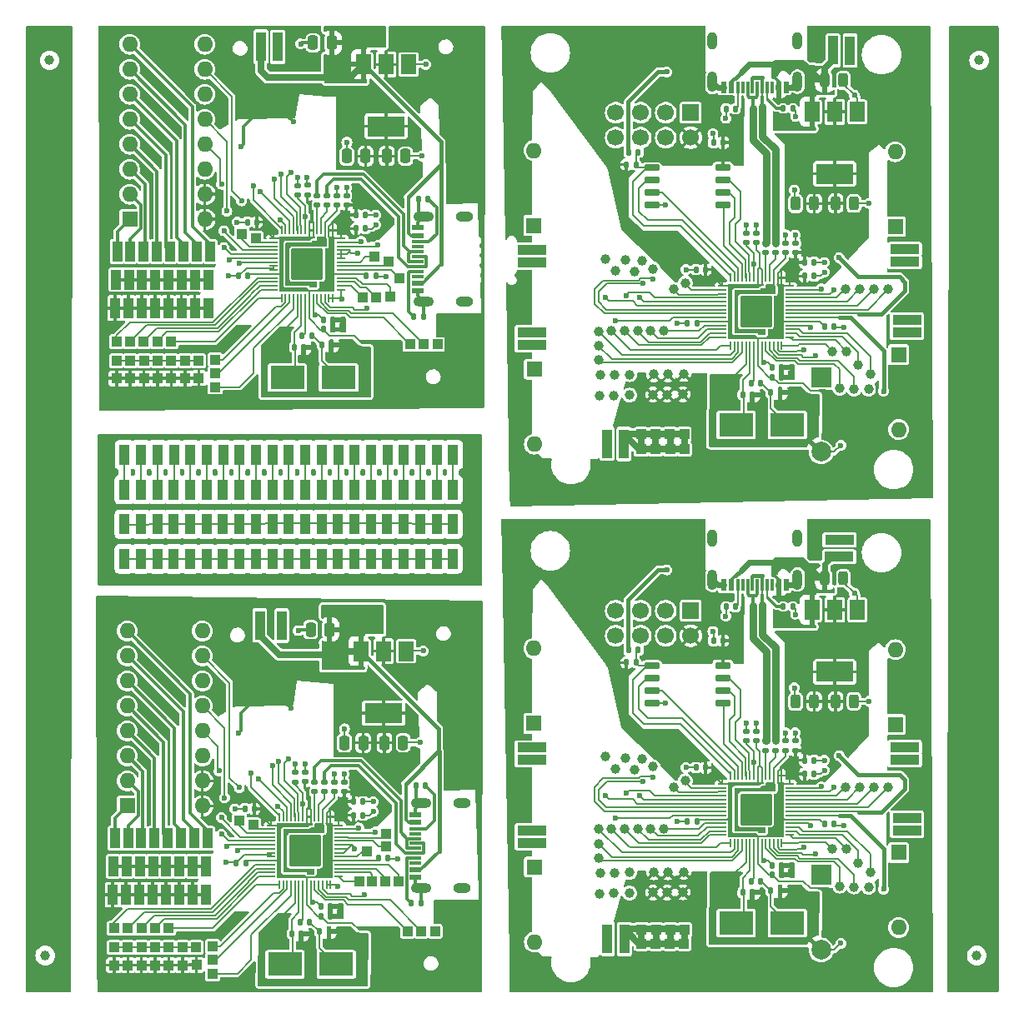
<source format=gtl>
G04 #@! TF.GenerationSoftware,KiCad,Pcbnew,7.0.5*
G04 #@! TF.CreationDate,2023-10-02T17:03:19+03:00*
G04 #@! TF.ProjectId,RP2040_minimal - Copy,52503230-3430-45f6-9d69-6e696d616c20,REV1*
G04 #@! TF.SameCoordinates,Original*
G04 #@! TF.FileFunction,Copper,L1,Top*
G04 #@! TF.FilePolarity,Positive*
%FSLAX46Y46*%
G04 Gerber Fmt 4.6, Leading zero omitted, Abs format (unit mm)*
G04 Created by KiCad (PCBNEW 7.0.5) date 2023-10-02 17:03:19*
%MOMM*%
%LPD*%
G01*
G04 APERTURE LIST*
G04 Aperture macros list*
%AMRoundRect*
0 Rectangle with rounded corners*
0 $1 Rounding radius*
0 $2 $3 $4 $5 $6 $7 $8 $9 X,Y pos of 4 corners*
0 Add a 4 corners polygon primitive as box body*
4,1,4,$2,$3,$4,$5,$6,$7,$8,$9,$2,$3,0*
0 Add four circle primitives for the rounded corners*
1,1,$1+$1,$2,$3*
1,1,$1+$1,$4,$5*
1,1,$1+$1,$6,$7*
1,1,$1+$1,$8,$9*
0 Add four rect primitives between the rounded corners*
20,1,$1+$1,$2,$3,$4,$5,0*
20,1,$1+$1,$4,$5,$6,$7,0*
20,1,$1+$1,$6,$7,$8,$9,0*
20,1,$1+$1,$8,$9,$2,$3,0*%
G04 Aperture macros list end*
G04 #@! TA.AperFunction,SMDPad,CuDef*
%ADD10R,1.000000X1.000000*%
G04 #@! TD*
G04 #@! TA.AperFunction,ComponentPad*
%ADD11R,1.000000X3.000000*%
G04 #@! TD*
G04 #@! TA.AperFunction,ComponentPad*
%ADD12R,3.000000X1.000000*%
G04 #@! TD*
G04 #@! TA.AperFunction,SMDPad,CuDef*
%ADD13C,1.000000*%
G04 #@! TD*
G04 #@! TA.AperFunction,SMDPad,CuDef*
%ADD14RoundRect,0.140000X-0.140000X-0.170000X0.140000X-0.170000X0.140000X0.170000X-0.140000X0.170000X0*%
G04 #@! TD*
G04 #@! TA.AperFunction,SMDPad,CuDef*
%ADD15RoundRect,0.147500X-0.147500X-0.172500X0.147500X-0.172500X0.147500X0.172500X-0.147500X0.172500X0*%
G04 #@! TD*
G04 #@! TA.AperFunction,SMDPad,CuDef*
%ADD16RoundRect,0.243750X-0.243750X-0.456250X0.243750X-0.456250X0.243750X0.456250X-0.243750X0.456250X0*%
G04 #@! TD*
G04 #@! TA.AperFunction,SMDPad,CuDef*
%ADD17R,1.000000X2.000000*%
G04 #@! TD*
G04 #@! TA.AperFunction,SMDPad,CuDef*
%ADD18RoundRect,0.147500X0.172500X-0.147500X0.172500X0.147500X-0.172500X0.147500X-0.172500X-0.147500X0*%
G04 #@! TD*
G04 #@! TA.AperFunction,SMDPad,CuDef*
%ADD19RoundRect,0.140000X0.140000X0.170000X-0.140000X0.170000X-0.140000X-0.170000X0.140000X-0.170000X0*%
G04 #@! TD*
G04 #@! TA.AperFunction,ComponentPad*
%ADD20R,1.600000X1.600000*%
G04 #@! TD*
G04 #@! TA.AperFunction,ComponentPad*
%ADD21O,1.600000X1.600000*%
G04 #@! TD*
G04 #@! TA.AperFunction,SMDPad,CuDef*
%ADD22R,3.500000X2.400000*%
G04 #@! TD*
G04 #@! TA.AperFunction,SMDPad,CuDef*
%ADD23RoundRect,0.243750X0.243750X0.456250X-0.243750X0.456250X-0.243750X-0.456250X0.243750X-0.456250X0*%
G04 #@! TD*
G04 #@! TA.AperFunction,SMDPad,CuDef*
%ADD24RoundRect,0.147500X-0.172500X0.147500X-0.172500X-0.147500X0.172500X-0.147500X0.172500X0.147500X0*%
G04 #@! TD*
G04 #@! TA.AperFunction,SMDPad,CuDef*
%ADD25R,1.500000X2.000000*%
G04 #@! TD*
G04 #@! TA.AperFunction,SMDPad,CuDef*
%ADD26R,3.800000X2.000000*%
G04 #@! TD*
G04 #@! TA.AperFunction,SMDPad,CuDef*
%ADD27RoundRect,0.140000X0.170000X-0.140000X0.170000X0.140000X-0.170000X0.140000X-0.170000X-0.140000X0*%
G04 #@! TD*
G04 #@! TA.AperFunction,SMDPad,CuDef*
%ADD28RoundRect,0.250000X0.250000X0.475000X-0.250000X0.475000X-0.250000X-0.475000X0.250000X-0.475000X0*%
G04 #@! TD*
G04 #@! TA.AperFunction,SMDPad,CuDef*
%ADD29RoundRect,0.147500X0.147500X0.172500X-0.147500X0.172500X-0.147500X-0.172500X0.147500X-0.172500X0*%
G04 #@! TD*
G04 #@! TA.AperFunction,SMDPad,CuDef*
%ADD30R,0.600000X1.150000*%
G04 #@! TD*
G04 #@! TA.AperFunction,SMDPad,CuDef*
%ADD31R,0.300000X1.150000*%
G04 #@! TD*
G04 #@! TA.AperFunction,ComponentPad*
%ADD32O,1.000000X2.100000*%
G04 #@! TD*
G04 #@! TA.AperFunction,ComponentPad*
%ADD33O,1.000000X1.800000*%
G04 #@! TD*
G04 #@! TA.AperFunction,SMDPad,CuDef*
%ADD34RoundRect,0.250000X-0.250000X-0.475000X0.250000X-0.475000X0.250000X0.475000X-0.250000X0.475000X0*%
G04 #@! TD*
G04 #@! TA.AperFunction,SMDPad,CuDef*
%ADD35R,1.150000X0.600000*%
G04 #@! TD*
G04 #@! TA.AperFunction,SMDPad,CuDef*
%ADD36R,1.150000X0.300000*%
G04 #@! TD*
G04 #@! TA.AperFunction,ComponentPad*
%ADD37O,2.100000X1.000000*%
G04 #@! TD*
G04 #@! TA.AperFunction,ComponentPad*
%ADD38O,1.800000X1.000000*%
G04 #@! TD*
G04 #@! TA.AperFunction,SMDPad,CuDef*
%ADD39RoundRect,0.050000X-0.387500X-0.050000X0.387500X-0.050000X0.387500X0.050000X-0.387500X0.050000X0*%
G04 #@! TD*
G04 #@! TA.AperFunction,SMDPad,CuDef*
%ADD40RoundRect,0.050000X-0.050000X-0.387500X0.050000X-0.387500X0.050000X0.387500X-0.050000X0.387500X0*%
G04 #@! TD*
G04 #@! TA.AperFunction,ComponentPad*
%ADD41C,0.600000*%
G04 #@! TD*
G04 #@! TA.AperFunction,SMDPad,CuDef*
%ADD42RoundRect,0.144000X-1.456000X-1.456000X1.456000X-1.456000X1.456000X1.456000X-1.456000X1.456000X0*%
G04 #@! TD*
G04 #@! TA.AperFunction,SMDPad,CuDef*
%ADD43RoundRect,0.150000X-0.650000X-0.150000X0.650000X-0.150000X0.650000X0.150000X-0.650000X0.150000X0*%
G04 #@! TD*
G04 #@! TA.AperFunction,SMDPad,CuDef*
%ADD44RoundRect,0.140000X-0.170000X0.140000X-0.170000X-0.140000X0.170000X-0.140000X0.170000X0.140000X0*%
G04 #@! TD*
G04 #@! TA.AperFunction,ComponentPad*
%ADD45R,1.700000X1.700000*%
G04 #@! TD*
G04 #@! TA.AperFunction,ComponentPad*
%ADD46C,1.700000*%
G04 #@! TD*
G04 #@! TA.AperFunction,ComponentPad*
%ADD47R,2.000000X2.000000*%
G04 #@! TD*
G04 #@! TA.AperFunction,ComponentPad*
%ADD48C,2.000000*%
G04 #@! TD*
G04 #@! TA.AperFunction,ViaPad*
%ADD49C,0.600000*%
G04 #@! TD*
G04 #@! TA.AperFunction,Conductor*
%ADD50C,0.700000*%
G04 #@! TD*
G04 #@! TA.AperFunction,Conductor*
%ADD51C,0.600000*%
G04 #@! TD*
G04 #@! TA.AperFunction,Conductor*
%ADD52C,0.200000*%
G04 #@! TD*
G04 #@! TA.AperFunction,Conductor*
%ADD53C,0.150000*%
G04 #@! TD*
G04 #@! TA.AperFunction,Conductor*
%ADD54C,0.400000*%
G04 #@! TD*
G04 #@! TA.AperFunction,Conductor*
%ADD55C,0.300000*%
G04 #@! TD*
G04 #@! TA.AperFunction,Conductor*
%ADD56C,0.800000*%
G04 #@! TD*
G04 APERTURE END LIST*
D10*
X165976593Y-63500000D03*
X164548727Y-63500000D03*
X163026593Y-63500000D03*
X164506592Y-62000000D03*
X163053259Y-62000000D03*
X161576593Y-63500000D03*
X165959926Y-62000000D03*
D11*
X158129926Y-62950000D03*
X159849926Y-62980000D03*
D10*
X161599926Y-62000000D03*
X165953260Y-113760000D03*
X164499926Y-113760000D03*
X163046593Y-113760000D03*
X161593260Y-113760000D03*
X165996593Y-112320000D03*
X164543259Y-112320000D03*
X163089926Y-112320000D03*
X161636593Y-112320000D03*
D11*
X158166593Y-113270000D03*
X159886593Y-113300000D03*
D12*
X181696593Y-74450000D03*
X181726593Y-72730000D03*
D11*
X181086593Y-22980000D03*
X182806593Y-23010000D03*
X124696593Y-22630000D03*
X122976593Y-22600000D03*
X125076593Y-81440000D03*
X122866593Y-81420000D03*
D10*
X135716593Y-102650000D03*
X135696593Y-103920000D03*
X133716593Y-104390000D03*
X136936593Y-107410000D03*
X135606593Y-107420000D03*
X134286593Y-107440000D03*
X132996593Y-107420000D03*
X111100151Y-54521558D03*
D13*
X161238408Y-51488903D03*
D14*
X132394821Y-99333518D03*
X133354821Y-99333518D03*
D15*
X174887158Y-105797806D03*
X175857158Y-105797806D03*
D16*
X181329658Y-38528903D03*
X183204658Y-38528903D03*
D13*
X162773408Y-45168903D03*
D14*
X134921593Y-105060000D03*
X135881593Y-105060000D03*
D17*
X127474593Y-74660000D03*
X111979226Y-108799076D03*
X142486593Y-67620000D03*
D18*
X172242158Y-93137806D03*
X172242158Y-92167806D03*
D17*
X125806593Y-71140000D03*
D13*
X160023408Y-44288903D03*
D10*
X122475151Y-42071558D03*
D13*
X162565908Y-51488903D03*
X159910908Y-102097806D03*
X181762158Y-57318903D03*
D19*
X139468593Y-50052000D03*
X138508593Y-50052000D03*
D17*
X119134593Y-67620000D03*
D13*
X183212158Y-57398903D03*
D10*
X108325151Y-56321558D03*
X135986593Y-44420000D03*
D17*
X112462593Y-71140000D03*
D13*
X186653408Y-97877806D03*
D17*
X112462593Y-67620000D03*
X125820593Y-64100000D03*
D14*
X132394821Y-100723518D03*
X133354821Y-100723518D03*
D13*
X184882158Y-55918903D03*
D20*
X150683408Y-40768903D03*
D21*
X150683408Y-33148903D03*
D13*
X157253408Y-105057806D03*
X182443408Y-104167806D03*
D22*
X171227158Y-61058903D03*
X176427158Y-61058903D03*
D17*
X110794593Y-74660000D03*
D13*
X164248408Y-108572526D03*
X158838408Y-58053623D03*
D17*
X111080755Y-43421558D03*
X108225952Y-46271558D03*
D23*
X179154658Y-38553903D03*
X177279658Y-38553903D03*
D17*
X116226026Y-103049076D03*
X137482593Y-67620000D03*
D15*
X171917158Y-57958903D03*
X172887158Y-57958903D03*
D13*
X159910908Y-51488903D03*
D10*
X112487651Y-56321558D03*
D17*
X125806593Y-74660000D03*
D24*
X174242158Y-42558903D03*
X174242158Y-43528903D03*
D18*
X177242158Y-43528903D03*
X177242158Y-42558903D03*
D15*
X180212158Y-101637806D03*
X181182158Y-101637806D03*
D10*
X111087651Y-52571558D03*
D17*
X134146593Y-67620000D03*
X117619547Y-49171558D03*
D13*
X184882158Y-106527806D03*
D17*
X130824593Y-64100000D03*
X115798593Y-71140000D03*
D13*
X158973408Y-45358903D03*
D17*
X108175151Y-49171558D03*
D10*
X113875151Y-54521558D03*
X113619129Y-112199076D03*
D17*
X137482593Y-71140000D03*
X129142593Y-71140000D03*
D14*
X127178343Y-51996000D03*
X128138343Y-51996000D03*
D10*
X110844129Y-112199076D03*
D25*
X183542158Y-29228903D03*
X181242158Y-29228903D03*
D26*
X181242158Y-35528903D03*
D25*
X178942158Y-29228903D03*
D10*
X118081629Y-115436576D03*
D17*
X122470593Y-71140000D03*
X109126593Y-74660000D03*
X109575151Y-46271558D03*
D22*
X125424821Y-115863518D03*
X130624821Y-115863518D03*
D27*
X173242158Y-42523903D03*
X173242158Y-41563903D03*
D17*
X117376025Y-108799076D03*
D10*
X109469129Y-114149076D03*
D17*
X132478593Y-74660000D03*
X108386359Y-43421558D03*
X116077624Y-105899076D03*
D12*
X188575908Y-50378903D03*
X188575908Y-51648903D03*
D28*
X130175151Y-22221558D03*
X128275151Y-22221558D03*
D15*
X172737158Y-107437806D03*
X173707158Y-107437806D03*
D17*
X122484593Y-64100000D03*
D13*
X161713408Y-94967806D03*
D29*
X169912158Y-82967806D03*
X168942158Y-82967806D03*
D12*
X188575908Y-100987806D03*
X188575908Y-102257806D03*
D13*
X180993408Y-104167806D03*
X162898408Y-55913623D03*
X184672158Y-57418903D03*
D30*
X176347158Y-77337806D03*
X175547158Y-77337806D03*
D31*
X174397158Y-77337806D03*
X173397158Y-77337806D03*
X172897158Y-77337806D03*
X171897158Y-77337806D03*
D30*
X170747158Y-77337806D03*
X169947158Y-77337806D03*
X169947158Y-77337806D03*
X170747158Y-77337806D03*
D31*
X171397158Y-77337806D03*
X172397158Y-77337806D03*
X173897158Y-77337806D03*
X174897158Y-77337806D03*
D30*
X175547158Y-77337806D03*
X176347158Y-77337806D03*
D32*
X177467158Y-76762806D03*
D33*
X177467158Y-72582806D03*
D32*
X168827158Y-76762806D03*
D33*
X168827158Y-72582806D03*
D29*
X167242158Y-50728903D03*
X166272158Y-50728903D03*
D17*
X120816593Y-64100000D03*
D13*
X158873408Y-55968903D03*
D17*
X117466593Y-71140000D03*
D10*
X112487651Y-54521558D03*
D19*
X139225071Y-109679518D03*
X138265071Y-109679518D03*
D10*
X118325151Y-54421558D03*
D14*
X170212158Y-28928903D03*
X171172158Y-28928903D03*
D27*
X173242158Y-93132806D03*
X173242158Y-92172806D03*
D13*
X158973408Y-95967806D03*
D10*
X116675151Y-56296558D03*
D17*
X114971947Y-46271558D03*
X110794593Y-67620000D03*
D27*
X131683343Y-38701000D03*
X131683343Y-37741000D03*
D13*
X164338408Y-106512526D03*
D17*
X117670348Y-46271558D03*
X125806593Y-67620000D03*
X135828593Y-64100000D03*
D10*
X136146593Y-48030000D03*
X113631629Y-115949076D03*
D13*
X160443408Y-106547806D03*
D17*
X109140593Y-64100000D03*
D12*
X150468408Y-103527806D03*
X150468408Y-102257806D03*
D13*
X164338408Y-55903623D03*
D17*
X116026823Y-108799076D03*
D29*
X168128408Y-95867806D03*
X167158408Y-95867806D03*
D13*
X158583408Y-51488903D03*
D17*
X117576026Y-103049076D03*
X114878827Y-103049076D03*
D34*
X135768343Y-33726000D03*
X137668343Y-33726000D03*
D10*
X122231629Y-101699076D03*
D19*
X176983408Y-79497806D03*
X176023408Y-79497806D03*
D13*
X182303408Y-97877806D03*
X182303408Y-47268903D03*
D12*
X150468408Y-95112806D03*
X150468408Y-93842806D03*
D17*
X108142837Y-103049076D03*
D13*
X195666593Y-114980000D03*
X166073408Y-97217806D03*
X164248408Y-57963623D03*
D17*
X140818593Y-67620000D03*
D13*
X186653408Y-47268903D03*
D17*
X132478593Y-71140000D03*
D13*
X158583408Y-102097806D03*
D10*
X110856629Y-114149076D03*
D14*
X133688343Y-45886000D03*
X134648343Y-45886000D03*
D35*
X138893593Y-47408000D03*
X138893593Y-46608000D03*
D36*
X138893593Y-45458000D03*
X138893593Y-44458000D03*
X138893593Y-43958000D03*
X138893593Y-42958000D03*
D35*
X138893593Y-41808000D03*
X138893593Y-41008000D03*
X138893593Y-41008000D03*
X138893593Y-41808000D03*
D36*
X138893593Y-42458000D03*
X138893593Y-43458000D03*
X138893593Y-44958000D03*
X138893593Y-45958000D03*
D35*
X138893593Y-46608000D03*
X138893593Y-47408000D03*
D37*
X139468593Y-48528000D03*
D38*
X143648593Y-48528000D03*
D37*
X139468593Y-39888000D03*
D38*
X143648593Y-39888000D03*
D13*
X160443408Y-55938903D03*
D10*
X139269129Y-112499076D03*
D13*
X163893408Y-51488903D03*
D15*
X174727158Y-108347806D03*
X175697158Y-108347806D03*
D39*
X124245843Y-42101000D03*
X124245843Y-42501000D03*
X124245843Y-42901000D03*
X124245843Y-43301000D03*
X124245843Y-43701000D03*
X124245843Y-44101000D03*
X124245843Y-44501000D03*
X124245843Y-44901000D03*
X124245843Y-45301000D03*
X124245843Y-45701000D03*
X124245843Y-46101000D03*
X124245843Y-46501000D03*
X124245843Y-46901000D03*
X124245843Y-47301000D03*
D40*
X125083343Y-48138500D03*
X125483343Y-48138500D03*
X125883343Y-48138500D03*
X126283343Y-48138500D03*
X126683343Y-48138500D03*
X127083343Y-48138500D03*
X127483343Y-48138500D03*
X127883343Y-48138500D03*
X128283343Y-48138500D03*
X128683343Y-48138500D03*
X129083343Y-48138500D03*
X129483343Y-48138500D03*
X129883343Y-48138500D03*
X130283343Y-48138500D03*
D39*
X131120843Y-47301000D03*
X131120843Y-46901000D03*
X131120843Y-46501000D03*
X131120843Y-46101000D03*
X131120843Y-45701000D03*
X131120843Y-45301000D03*
X131120843Y-44901000D03*
X131120843Y-44501000D03*
X131120843Y-44101000D03*
X131120843Y-43701000D03*
X131120843Y-43301000D03*
X131120843Y-42901000D03*
X131120843Y-42501000D03*
X131120843Y-42101000D03*
D40*
X130283343Y-41263500D03*
X129883343Y-41263500D03*
X129483343Y-41263500D03*
X129083343Y-41263500D03*
X128683343Y-41263500D03*
X128283343Y-41263500D03*
X127883343Y-41263500D03*
X127483343Y-41263500D03*
X127083343Y-41263500D03*
X126683343Y-41263500D03*
X126283343Y-41263500D03*
X125883343Y-41263500D03*
X125483343Y-41263500D03*
X125083343Y-41263500D03*
D41*
X126408343Y-43426000D03*
X126408343Y-44701000D03*
X126408343Y-45976000D03*
X127683343Y-43426000D03*
X127683343Y-44701000D03*
D42*
X127683343Y-44701000D03*
D41*
X127683343Y-45976000D03*
X128958343Y-43426000D03*
X128958343Y-44701000D03*
X128958343Y-45976000D03*
D16*
X181329658Y-89137806D03*
X183204658Y-89137806D03*
D17*
X142500593Y-64100000D03*
X113571947Y-49171558D03*
D13*
X195906593Y-24000000D03*
D17*
X130810593Y-67620000D03*
D10*
X113875151Y-56321558D03*
D15*
X178192158Y-45928903D03*
X179162158Y-45928903D03*
X178192158Y-95137806D03*
X179162158Y-95137806D03*
D17*
X137482593Y-74660000D03*
X114728425Y-105899076D03*
X109331629Y-105899076D03*
D13*
X157253408Y-102137806D03*
D10*
X115275151Y-56321558D03*
D17*
X107982430Y-105899076D03*
D13*
X185203408Y-97877806D03*
D14*
X129318343Y-50346000D03*
X130278343Y-50346000D03*
D43*
X162692158Y-34898903D03*
X162692158Y-36168903D03*
X162692158Y-37438903D03*
X162692158Y-38708903D03*
X169892158Y-38708903D03*
X169892158Y-37438903D03*
X169892158Y-36168903D03*
X169892158Y-34898903D03*
D15*
X178192158Y-44528903D03*
X179162158Y-44528903D03*
D13*
X157923408Y-94767806D03*
D17*
X120802593Y-67620000D03*
X115812593Y-64100000D03*
D20*
X187392158Y-91507806D03*
D21*
X187392158Y-83887806D03*
D14*
X126934821Y-111623518D03*
X127894821Y-111623518D03*
D17*
X124138593Y-71140000D03*
D13*
X158838408Y-108662526D03*
D10*
X134496593Y-43940000D03*
D17*
X107931629Y-108799076D03*
X135814593Y-67620000D03*
D10*
X110856629Y-115949076D03*
D17*
X112427953Y-43421558D03*
D44*
X129678343Y-37746000D03*
X129678343Y-38706000D03*
D17*
X129142593Y-74660000D03*
D13*
X162773408Y-95777806D03*
D27*
X127454821Y-97278518D03*
X127454821Y-96318518D03*
D13*
X185203408Y-47268903D03*
D17*
X112030027Y-105899076D03*
D10*
X138125151Y-52871558D03*
D15*
X171917158Y-108567806D03*
X172887158Y-108567806D03*
D13*
X157433408Y-106587806D03*
D17*
X113328425Y-108799076D03*
D30*
X176347158Y-26728903D03*
X175547158Y-26728903D03*
D31*
X174397158Y-26728903D03*
X173397158Y-26728903D03*
X172897158Y-26728903D03*
X171897158Y-26728903D03*
D30*
X170747158Y-26728903D03*
X169947158Y-26728903D03*
X169947158Y-26728903D03*
X170747158Y-26728903D03*
D31*
X171397158Y-26728903D03*
X172397158Y-26728903D03*
X173897158Y-26728903D03*
X174897158Y-26728903D03*
D30*
X175547158Y-26728903D03*
X176347158Y-26728903D03*
D32*
X177467158Y-26153903D03*
D33*
X177467158Y-21973903D03*
D32*
X168827158Y-26153903D03*
D33*
X168827158Y-21973903D03*
D17*
X119134593Y-74660000D03*
D10*
X116625151Y-54521558D03*
D25*
X137983343Y-24406000D03*
X135683343Y-24406000D03*
D26*
X135683343Y-30706000D03*
D25*
X133383343Y-24406000D03*
D44*
X129434821Y-97373518D03*
X129434821Y-98333518D03*
D13*
X158873408Y-106577806D03*
D10*
X134686593Y-48070000D03*
D20*
X187737408Y-53902903D03*
D21*
X187737408Y-61522903D03*
D14*
X128934821Y-112533518D03*
X129894821Y-112533518D03*
D17*
X116321146Y-46271558D03*
X113775151Y-43421558D03*
D18*
X176242158Y-43528903D03*
X176242158Y-42558903D03*
D17*
X129156593Y-64100000D03*
D43*
X162692158Y-85507806D03*
X162692158Y-86777806D03*
X162692158Y-88047806D03*
X162692158Y-89317806D03*
X169892158Y-89317806D03*
X169892158Y-88047806D03*
X169892158Y-86777806D03*
X169892158Y-85507806D03*
D34*
X135524821Y-93353518D03*
X137424821Y-93353518D03*
D17*
X112222748Y-49171558D03*
D20*
X187392158Y-40898903D03*
D21*
X187392158Y-33278903D03*
D17*
X114130593Y-67620000D03*
D13*
X101076593Y-114980000D03*
D10*
X113631629Y-114149076D03*
X115031629Y-114149076D03*
D17*
X109490035Y-103049076D03*
X109126593Y-71140000D03*
D13*
X157253408Y-51528903D03*
D17*
X110808593Y-64100000D03*
D44*
X128683343Y-37741000D03*
X128683343Y-38701000D03*
D17*
X109280828Y-108799076D03*
D10*
X112475151Y-52571558D03*
D17*
X116270345Y-49171558D03*
X115798593Y-67620000D03*
D10*
X111100151Y-56321558D03*
D24*
X174242158Y-93167806D03*
X174242158Y-94137806D03*
D15*
X160097408Y-34598903D03*
X161067408Y-34598903D03*
D17*
X137496593Y-64100000D03*
D10*
X118325151Y-57196558D03*
X108312651Y-52571558D03*
X121025151Y-41671558D03*
D19*
X176983408Y-28888903D03*
X176023408Y-28888903D03*
D10*
X112244129Y-114149076D03*
D17*
X127474593Y-71140000D03*
D10*
X118081629Y-114049076D03*
D14*
X126124821Y-112763518D03*
X127084821Y-112763518D03*
D13*
X162898408Y-106522526D03*
D19*
X122321071Y-100063518D03*
X121361071Y-100063518D03*
D45*
X166623408Y-29323623D03*
D46*
X166623408Y-31863623D03*
X164083408Y-29323623D03*
X164083408Y-31863623D03*
X161543408Y-29323623D03*
X161543408Y-31863623D03*
X159003408Y-29323623D03*
X159003408Y-31863623D03*
D13*
X162808408Y-108582526D03*
D10*
X140656629Y-112499076D03*
D39*
X169804658Y-97537806D03*
X169804658Y-97937806D03*
X169804658Y-98337806D03*
X169804658Y-98737806D03*
X169804658Y-99137806D03*
X169804658Y-99537806D03*
X169804658Y-99937806D03*
X169804658Y-100337806D03*
X169804658Y-100737806D03*
X169804658Y-101137806D03*
X169804658Y-101537806D03*
X169804658Y-101937806D03*
X169804658Y-102337806D03*
X169804658Y-102737806D03*
D40*
X170642158Y-103575306D03*
X171042158Y-103575306D03*
X171442158Y-103575306D03*
X171842158Y-103575306D03*
X172242158Y-103575306D03*
X172642158Y-103575306D03*
X173042158Y-103575306D03*
X173442158Y-103575306D03*
X173842158Y-103575306D03*
X174242158Y-103575306D03*
X174642158Y-103575306D03*
X175042158Y-103575306D03*
X175442158Y-103575306D03*
X175842158Y-103575306D03*
D39*
X176679658Y-102737806D03*
X176679658Y-102337806D03*
X176679658Y-101937806D03*
X176679658Y-101537806D03*
X176679658Y-101137806D03*
X176679658Y-100737806D03*
X176679658Y-100337806D03*
X176679658Y-99937806D03*
X176679658Y-99537806D03*
X176679658Y-99137806D03*
X176679658Y-98737806D03*
X176679658Y-98337806D03*
X176679658Y-97937806D03*
X176679658Y-97537806D03*
D40*
X175842158Y-96700306D03*
X175442158Y-96700306D03*
X175042158Y-96700306D03*
X174642158Y-96700306D03*
X174242158Y-96700306D03*
X173842158Y-96700306D03*
X173442158Y-96700306D03*
X173042158Y-96700306D03*
X172642158Y-96700306D03*
X172242158Y-96700306D03*
X171842158Y-96700306D03*
X171442158Y-96700306D03*
X171042158Y-96700306D03*
X170642158Y-96700306D03*
D41*
X171967158Y-98862806D03*
X171967158Y-100137806D03*
X171967158Y-101412806D03*
X173242158Y-98862806D03*
X173242158Y-100137806D03*
D42*
X173242158Y-100137806D03*
D41*
X173242158Y-101412806D03*
X174517158Y-98862806D03*
X174517158Y-100137806D03*
X174517158Y-101412806D03*
D27*
X131439821Y-98328518D03*
X131439821Y-97368518D03*
D17*
X122470593Y-67620000D03*
X120802593Y-71140000D03*
X129142593Y-67620000D03*
X112476593Y-64100000D03*
D29*
X168128408Y-45258903D03*
X167158408Y-45258903D03*
D12*
X150468408Y-44503903D03*
X150468408Y-43233903D03*
D24*
X175242158Y-42558903D03*
X175242158Y-43528903D03*
D13*
X183622158Y-54948903D03*
X164883408Y-97887806D03*
D17*
X124138593Y-74660000D03*
X109733557Y-43421558D03*
D14*
X129328343Y-51346000D03*
X130288343Y-51346000D03*
D13*
X157253408Y-103597806D03*
D17*
X124138593Y-67620000D03*
X113379226Y-105899076D03*
X120802593Y-74660000D03*
D10*
X109456629Y-112199076D03*
X109469129Y-115949076D03*
D17*
X140832593Y-64100000D03*
X135814593Y-74660000D03*
D13*
X184672158Y-108027806D03*
D14*
X132638343Y-39706000D03*
X133598343Y-39706000D03*
D10*
X116381629Y-114149076D03*
D14*
X170212158Y-79537806D03*
X171172158Y-79537806D03*
D13*
X157253408Y-54448903D03*
D19*
X121668343Y-45916000D03*
X120708343Y-45916000D03*
D13*
X164883408Y-47278903D03*
D17*
X115798593Y-74660000D03*
D10*
X109700151Y-52571558D03*
D29*
X161298408Y-33328903D03*
X160328408Y-33328903D03*
D20*
X150683408Y-91377806D03*
D21*
X150683408Y-83757806D03*
D13*
X157923408Y-44158903D03*
D17*
X109524350Y-49171558D03*
X115122349Y-43421558D03*
D10*
X108069129Y-112199076D03*
D25*
X183542158Y-79837806D03*
X181242158Y-79837806D03*
D26*
X181242158Y-86137806D03*
D25*
X178942158Y-79837806D03*
D14*
X138745071Y-97741518D03*
X139705071Y-97741518D03*
D19*
X122564593Y-40436000D03*
X121604593Y-40436000D03*
D17*
X140818593Y-71140000D03*
X112184431Y-103049076D03*
X117466593Y-74660000D03*
X142486593Y-74660000D03*
X139150593Y-71140000D03*
D13*
X160408408Y-108632526D03*
D10*
X137881629Y-112499076D03*
D17*
X110873549Y-49171558D03*
X135814593Y-71140000D03*
D14*
X129074821Y-109973518D03*
X130034821Y-109973518D03*
D13*
X181762158Y-107927806D03*
D20*
X150743408Y-105987806D03*
D21*
X150743408Y-113607806D03*
D13*
X165818408Y-108542526D03*
D17*
X132478593Y-67620000D03*
X114144593Y-64100000D03*
D16*
X180242158Y-76637806D03*
X182117158Y-76637806D03*
D17*
X114921146Y-49171558D03*
D10*
X115031629Y-115949076D03*
D13*
X163893408Y-102097806D03*
D15*
X174727158Y-57738903D03*
X175697158Y-57738903D03*
D17*
X117466593Y-67620000D03*
D35*
X138650071Y-107035518D03*
X138650071Y-106235518D03*
D36*
X138650071Y-105085518D03*
X138650071Y-104085518D03*
X138650071Y-103585518D03*
X138650071Y-102585518D03*
D35*
X138650071Y-101435518D03*
X138650071Y-100635518D03*
X138650071Y-100635518D03*
X138650071Y-101435518D03*
D36*
X138650071Y-102085518D03*
X138650071Y-103085518D03*
X138650071Y-104585518D03*
X138650071Y-105585518D03*
D35*
X138650071Y-106235518D03*
X138650071Y-107035518D03*
D37*
X139225071Y-108155518D03*
D38*
X143405071Y-108155518D03*
D37*
X139225071Y-99515518D03*
D38*
X143405071Y-99515518D03*
D10*
X109712651Y-54521558D03*
X108081629Y-115949076D03*
D22*
X125668343Y-56236000D03*
X130868343Y-56236000D03*
D15*
X174877158Y-56178903D03*
X175847158Y-56178903D03*
D17*
X132492593Y-64100000D03*
D13*
X183753408Y-97877806D03*
D10*
X115275151Y-54521558D03*
D27*
X126688343Y-37696000D03*
X126688343Y-36736000D03*
D17*
X119148593Y-64100000D03*
X112462593Y-74660000D03*
D20*
X187737408Y-104511806D03*
D21*
X187737408Y-112131806D03*
D13*
X160903408Y-96067806D03*
X162565908Y-102097806D03*
X166073408Y-46608903D03*
D17*
X112273549Y-46271558D03*
X117426826Y-105899076D03*
X130810593Y-71140000D03*
D13*
X161238408Y-102097806D03*
D39*
X169804658Y-46928903D03*
X169804658Y-47328903D03*
X169804658Y-47728903D03*
X169804658Y-48128903D03*
X169804658Y-48528903D03*
X169804658Y-48928903D03*
X169804658Y-49328903D03*
X169804658Y-49728903D03*
X169804658Y-50128903D03*
X169804658Y-50528903D03*
X169804658Y-50928903D03*
X169804658Y-51328903D03*
X169804658Y-51728903D03*
X169804658Y-52128903D03*
D40*
X170642158Y-52966403D03*
X171042158Y-52966403D03*
X171442158Y-52966403D03*
X171842158Y-52966403D03*
X172242158Y-52966403D03*
X172642158Y-52966403D03*
X173042158Y-52966403D03*
X173442158Y-52966403D03*
X173842158Y-52966403D03*
X174242158Y-52966403D03*
X174642158Y-52966403D03*
X175042158Y-52966403D03*
X175442158Y-52966403D03*
X175842158Y-52966403D03*
D39*
X176679658Y-52128903D03*
X176679658Y-51728903D03*
X176679658Y-51328903D03*
X176679658Y-50928903D03*
X176679658Y-50528903D03*
X176679658Y-50128903D03*
X176679658Y-49728903D03*
X176679658Y-49328903D03*
X176679658Y-48928903D03*
X176679658Y-48528903D03*
X176679658Y-48128903D03*
X176679658Y-47728903D03*
X176679658Y-47328903D03*
X176679658Y-46928903D03*
D40*
X175842158Y-46091403D03*
X175442158Y-46091403D03*
X175042158Y-46091403D03*
X174642158Y-46091403D03*
X174242158Y-46091403D03*
X173842158Y-46091403D03*
X173442158Y-46091403D03*
X173042158Y-46091403D03*
X172642158Y-46091403D03*
X172242158Y-46091403D03*
X171842158Y-46091403D03*
X171442158Y-46091403D03*
X171042158Y-46091403D03*
X170642158Y-46091403D03*
D41*
X171967158Y-48253903D03*
X171967158Y-49528903D03*
X171967158Y-50803903D03*
X173242158Y-48253903D03*
X173242158Y-49528903D03*
D42*
X173242158Y-49528903D03*
D41*
X173242158Y-50803903D03*
X174517158Y-48253903D03*
X174517158Y-49528903D03*
X174517158Y-50803903D03*
D20*
X150743408Y-55378903D03*
D21*
X150743408Y-62998903D03*
D15*
X178192158Y-96537806D03*
X179162158Y-96537806D03*
D13*
X165908408Y-106482526D03*
D19*
X121424821Y-105543518D03*
X120464821Y-105543518D03*
D15*
X174887158Y-55188903D03*
X175857158Y-55188903D03*
D14*
X129084821Y-110973518D03*
X130044821Y-110973518D03*
D24*
X175242158Y-93167806D03*
X175242158Y-94137806D03*
D17*
X134146593Y-71140000D03*
D29*
X169912158Y-32358903D03*
X168942158Y-32358903D03*
D13*
X183622158Y-105557806D03*
X162808408Y-57973623D03*
D17*
X134160593Y-64100000D03*
D18*
X172242158Y-42528903D03*
X172242158Y-41558903D03*
D13*
X157398408Y-108672526D03*
D15*
X174877158Y-106787806D03*
X175847158Y-106787806D03*
D17*
X140818593Y-74660000D03*
D13*
X160023408Y-94897806D03*
X157433408Y-55978903D03*
D27*
X126444821Y-97323518D03*
X126444821Y-96363518D03*
D17*
X130810593Y-74660000D03*
D12*
X188350908Y-93812806D03*
X188350908Y-95082806D03*
D17*
X127488593Y-64100000D03*
D12*
X150468408Y-52918903D03*
X150468408Y-51648903D03*
D15*
X172737158Y-56828903D03*
X173707158Y-56828903D03*
D13*
X157253408Y-52988903D03*
D17*
X114130593Y-71140000D03*
D44*
X128439821Y-97368518D03*
X128439821Y-98328518D03*
D17*
X113531629Y-103049076D03*
D39*
X124002321Y-101728518D03*
X124002321Y-102128518D03*
X124002321Y-102528518D03*
X124002321Y-102928518D03*
X124002321Y-103328518D03*
X124002321Y-103728518D03*
X124002321Y-104128518D03*
X124002321Y-104528518D03*
X124002321Y-104928518D03*
X124002321Y-105328518D03*
X124002321Y-105728518D03*
X124002321Y-106128518D03*
X124002321Y-106528518D03*
X124002321Y-106928518D03*
D40*
X124839821Y-107766018D03*
X125239821Y-107766018D03*
X125639821Y-107766018D03*
X126039821Y-107766018D03*
X126439821Y-107766018D03*
X126839821Y-107766018D03*
X127239821Y-107766018D03*
X127639821Y-107766018D03*
X128039821Y-107766018D03*
X128439821Y-107766018D03*
X128839821Y-107766018D03*
X129239821Y-107766018D03*
X129639821Y-107766018D03*
X130039821Y-107766018D03*
D39*
X130877321Y-106928518D03*
X130877321Y-106528518D03*
X130877321Y-106128518D03*
X130877321Y-105728518D03*
X130877321Y-105328518D03*
X130877321Y-104928518D03*
X130877321Y-104528518D03*
X130877321Y-104128518D03*
X130877321Y-103728518D03*
X130877321Y-103328518D03*
X130877321Y-102928518D03*
X130877321Y-102528518D03*
X130877321Y-102128518D03*
X130877321Y-101728518D03*
D40*
X130039821Y-100891018D03*
X129639821Y-100891018D03*
X129239821Y-100891018D03*
X128839821Y-100891018D03*
X128439821Y-100891018D03*
X128039821Y-100891018D03*
X127639821Y-100891018D03*
X127239821Y-100891018D03*
X126839821Y-100891018D03*
X126439821Y-100891018D03*
X126039821Y-100891018D03*
X125639821Y-100891018D03*
X125239821Y-100891018D03*
X124839821Y-100891018D03*
D41*
X126164821Y-103053518D03*
X126164821Y-104328518D03*
X126164821Y-105603518D03*
X127439821Y-103053518D03*
X127439821Y-104328518D03*
D42*
X127439821Y-104328518D03*
D41*
X127439821Y-105603518D03*
X128714821Y-103053518D03*
X128714821Y-104328518D03*
X128714821Y-105603518D03*
D14*
X132638343Y-41096000D03*
X133598343Y-41096000D03*
D23*
X179154658Y-89162806D03*
X177279658Y-89162806D03*
D14*
X129178343Y-52906000D03*
X130138343Y-52906000D03*
D45*
X166623408Y-79932526D03*
D46*
X166623408Y-82472526D03*
X164083408Y-79932526D03*
X164083408Y-82472526D03*
X161543408Y-79932526D03*
X161543408Y-82472526D03*
X159003408Y-79932526D03*
X159003408Y-82472526D03*
D17*
X117480593Y-64100000D03*
D13*
X182443408Y-53558903D03*
D10*
X120781629Y-101299076D03*
X118325151Y-55809058D03*
D13*
X165818408Y-57933623D03*
X160408408Y-58023623D03*
D10*
X140900151Y-52871558D03*
D13*
X183212158Y-108007806D03*
D17*
X110924350Y-46271558D03*
X116469548Y-43421558D03*
D15*
X180212158Y-51028903D03*
X181182158Y-51028903D03*
D17*
X139150593Y-67620000D03*
D10*
X116431629Y-115924076D03*
D17*
X134146593Y-74660000D03*
D13*
X160903408Y-45458903D03*
X157398408Y-58063623D03*
D17*
X110680828Y-105899076D03*
D18*
X177242158Y-94137806D03*
X177242158Y-93167806D03*
D14*
X138988593Y-38114000D03*
X139948593Y-38114000D03*
D22*
X171227158Y-111667806D03*
X176427158Y-111667806D03*
D16*
X180242158Y-26028903D03*
X182117158Y-26028903D03*
D17*
X117819548Y-43421558D03*
X127474593Y-67620000D03*
D10*
X108081629Y-114149076D03*
D14*
X126368343Y-53136000D03*
X127328343Y-53136000D03*
D25*
X137739821Y-84033518D03*
X135439821Y-84033518D03*
D26*
X135439821Y-90333518D03*
D25*
X133139821Y-84033518D03*
D17*
X110630027Y-108799076D03*
D10*
X118081629Y-116824076D03*
D15*
X160097408Y-85207806D03*
X161067408Y-85207806D03*
D13*
X161713408Y-44358903D03*
D12*
X188350908Y-43203903D03*
X188350908Y-44473903D03*
D17*
X110794593Y-71140000D03*
D29*
X161298408Y-83937806D03*
X160328408Y-83937806D03*
D17*
X124152593Y-64100000D03*
X122470593Y-74660000D03*
X114130593Y-74660000D03*
D13*
X183753408Y-47268903D03*
X101526593Y-24000000D03*
D28*
X129931629Y-81849076D03*
X128031629Y-81849076D03*
D17*
X139150593Y-74660000D03*
D27*
X130683343Y-38701000D03*
X130683343Y-37741000D03*
D28*
X133608343Y-33731000D03*
X131708343Y-33731000D03*
D10*
X108325151Y-54521558D03*
X137056593Y-46160000D03*
D18*
X176242158Y-94137806D03*
X176242158Y-93167806D03*
D10*
X109712651Y-56321558D03*
X139512651Y-52871558D03*
D27*
X130439821Y-98328518D03*
X130439821Y-97368518D03*
D17*
X119134593Y-71140000D03*
D13*
X180993408Y-53558903D03*
X165908408Y-55873623D03*
D10*
X113862651Y-52571558D03*
D28*
X133364821Y-93358518D03*
X131464821Y-93358518D03*
D10*
X112244129Y-115949076D03*
X133286593Y-48080000D03*
D17*
X110837233Y-103049076D03*
D29*
X167242158Y-101337806D03*
X166272158Y-101337806D03*
D10*
X112231629Y-112199076D03*
D27*
X127698343Y-37651000D03*
X127698343Y-36691000D03*
D17*
X113622748Y-46271558D03*
X139164593Y-64100000D03*
X142486593Y-71140000D03*
X114677624Y-108799076D03*
X109126593Y-67620000D03*
D47*
X179863408Y-56188903D03*
D48*
X179863408Y-63788903D03*
D20*
X109420071Y-99767851D03*
D21*
X109420071Y-97227851D03*
X109420071Y-94687851D03*
X109420071Y-92147851D03*
X109420071Y-89607851D03*
X109420071Y-87067851D03*
X109420071Y-84527851D03*
X109420071Y-81987851D03*
X117040071Y-81987851D03*
X117040071Y-84527851D03*
X117040071Y-87067851D03*
X117040071Y-89607851D03*
X117040071Y-92147851D03*
X117040071Y-94687851D03*
X117040071Y-97227851D03*
X117040071Y-99767851D03*
D47*
X179863408Y-106797806D03*
D48*
X179863408Y-114397806D03*
D20*
X109663593Y-40140333D03*
D21*
X109663593Y-37600333D03*
X109663593Y-35060333D03*
X109663593Y-32520333D03*
X109663593Y-29980333D03*
X109663593Y-27440333D03*
X109663593Y-24900333D03*
X109663593Y-22360333D03*
X117283593Y-22360333D03*
X117283593Y-24900333D03*
X117283593Y-27440333D03*
X117283593Y-29980333D03*
X117283593Y-32520333D03*
X117283593Y-35060333D03*
X117283593Y-37600333D03*
X117283593Y-40140333D03*
D49*
X114066593Y-74670000D03*
X114086593Y-71160000D03*
X134146593Y-74660000D03*
X134206593Y-71030000D03*
X120716593Y-74650000D03*
X120696593Y-71160000D03*
X132446593Y-104120000D03*
X130776593Y-107940000D03*
X174042158Y-54728903D03*
X173842128Y-51628903D03*
X173942158Y-47428903D03*
X173042158Y-44728897D03*
X162808408Y-55973623D03*
X158158408Y-23673623D03*
X164168408Y-57983623D03*
X165908408Y-55973623D03*
X185963408Y-29268903D03*
X167217158Y-23653903D03*
X164258408Y-55923623D03*
X179342158Y-23503903D03*
X165818408Y-58033623D03*
X162718408Y-58033623D03*
X166073408Y-46608903D03*
X164883408Y-47278903D03*
X161208408Y-51423623D03*
X111175151Y-52546558D03*
X159908408Y-51423623D03*
X112425151Y-52571558D03*
X158558408Y-51423623D03*
X113862651Y-52571558D03*
X157258408Y-51573623D03*
X118350151Y-54396558D03*
X157258408Y-52973623D03*
X118325151Y-55796558D03*
X157258408Y-54423623D03*
X118350151Y-57196558D03*
X178113408Y-53388903D03*
X160033408Y-44288903D03*
X160043408Y-47878903D03*
X118975651Y-36571558D03*
X119225651Y-41311558D03*
X186212158Y-57628903D03*
X181682158Y-44038903D03*
X186658408Y-47273623D03*
X185208408Y-47223623D03*
X183758408Y-47173623D03*
X182308408Y-47273623D03*
X181181074Y-47304987D03*
X134863593Y-42781500D03*
X179887158Y-47204403D03*
X133163593Y-42381500D03*
X161463408Y-48108903D03*
X160893408Y-45468903D03*
X119225151Y-43021558D03*
X157928408Y-44198903D03*
X157928408Y-48078903D03*
X119525151Y-39321558D03*
X119775151Y-44250500D03*
X161753408Y-46668903D03*
X161753408Y-44378903D03*
X120825151Y-44650500D03*
X121025151Y-38271558D03*
X162747370Y-46212865D03*
X162763408Y-45158903D03*
X158953408Y-45408903D03*
X158973408Y-50418903D03*
X163858408Y-51473623D03*
X108275151Y-52621558D03*
X162558408Y-51423623D03*
X109750151Y-52521558D03*
X125002968Y-35586375D03*
X124383343Y-36082000D03*
X124956968Y-40179625D03*
X122943968Y-37366625D03*
X126037968Y-35351375D03*
X122196593Y-36766625D03*
X179303408Y-53998903D03*
X133744593Y-49176000D03*
X138075151Y-52921558D03*
X139500151Y-52896558D03*
X164193408Y-25178903D03*
X128283313Y-46806000D03*
X128483343Y-49906000D03*
X127483343Y-39905994D03*
X128383343Y-42606000D03*
X133626593Y-38368000D03*
X111125151Y-56321558D03*
X116225151Y-49221558D03*
X117476593Y-71120000D03*
X134642593Y-28462000D03*
X129196593Y-71040000D03*
X114925151Y-49171558D03*
X136166593Y-53100000D03*
X113875151Y-56346558D03*
X142496593Y-74640000D03*
X108125151Y-49171558D03*
X138452593Y-26938000D03*
X117675151Y-49221558D03*
X120926593Y-32780000D03*
X117476593Y-74640000D03*
X142466593Y-71080000D03*
X112450151Y-56296558D03*
X113525151Y-49171558D03*
X108300151Y-56296558D03*
X116675151Y-56321558D03*
X126260593Y-30240000D03*
X137944593Y-22366000D03*
X109575151Y-49121558D03*
X129086593Y-74710000D03*
X109186593Y-71190000D03*
X109156593Y-74640000D03*
X136420593Y-36844000D03*
X109700151Y-56371558D03*
X115250151Y-56321558D03*
X110875151Y-49171558D03*
X112125151Y-49121558D03*
X113575151Y-46321558D03*
X112275151Y-46271558D03*
X114975151Y-46271558D03*
X108275151Y-46271558D03*
X109625151Y-46221558D03*
X117670348Y-46271558D03*
X110975151Y-46271558D03*
X116275151Y-46221558D03*
X172242158Y-40728911D03*
X180192158Y-45528903D03*
X168877158Y-62888903D03*
X164042158Y-38728903D03*
X176777158Y-55788903D03*
X173857158Y-58648903D03*
X170907158Y-56188903D03*
X168873408Y-31438903D03*
X170192158Y-29878903D03*
X173242158Y-40728903D03*
X158838408Y-58023623D03*
X160423408Y-55938903D03*
X165242158Y-50728903D03*
X177223408Y-29738903D03*
X178822158Y-51178903D03*
X177142158Y-37153903D03*
X184742158Y-38528903D03*
X158873408Y-55938903D03*
X177242158Y-41728903D03*
X157398408Y-58043623D03*
X183242158Y-27528903D03*
X181858408Y-63123623D03*
X176242158Y-41728903D03*
X166128408Y-45258903D03*
X180192158Y-44528903D03*
X178617158Y-58068903D03*
X160388408Y-58023623D03*
X157433408Y-55958903D03*
X182212158Y-51133903D03*
X169937158Y-57578903D03*
X184672158Y-57418903D03*
X130683343Y-36906000D03*
X111100151Y-54521558D03*
X133150608Y-54546462D03*
X119683343Y-45906000D03*
X116575151Y-54496558D03*
X140925151Y-52871558D03*
X139722593Y-24398000D03*
X131236593Y-48230000D03*
X134633343Y-39706000D03*
X134633343Y-40706000D03*
X133058343Y-53246000D03*
X139363593Y-33710333D03*
X125348343Y-51366000D03*
X127683343Y-35906000D03*
X131713593Y-32310333D03*
X113850151Y-54521558D03*
X112500151Y-54546558D03*
X124378343Y-52756000D03*
X126683343Y-35906008D03*
X108325151Y-54521558D03*
X135683343Y-46011000D03*
X131683343Y-36906000D03*
X128298343Y-53826000D03*
X120569593Y-40436000D03*
X109675151Y-54546558D03*
X115300151Y-54496558D03*
X132846593Y-43630000D03*
X131218343Y-50966000D03*
X127025151Y-22321558D03*
X108386359Y-43421558D03*
X109733557Y-43421558D03*
X111069547Y-43421558D03*
X112427953Y-43421558D03*
X113775151Y-43421558D03*
X115122349Y-43421558D03*
X116469548Y-43421558D03*
X117819548Y-43421558D03*
X173842128Y-102237806D03*
X173942158Y-98037806D03*
X174042158Y-105337806D03*
X173042158Y-95337800D03*
X165818408Y-108642526D03*
X162718408Y-108642526D03*
X165908408Y-106582526D03*
X179342158Y-74112806D03*
X185963408Y-79877806D03*
X164168408Y-108592526D03*
X158158408Y-74282526D03*
X162808408Y-106582526D03*
X164258408Y-106532526D03*
X167217158Y-74262806D03*
X166073408Y-97217806D03*
X164883408Y-97887806D03*
X161208408Y-102032526D03*
X110931629Y-112174076D03*
X159908408Y-102032526D03*
X112181629Y-112199076D03*
X158558408Y-102032526D03*
X113619129Y-112199076D03*
X157258408Y-102182526D03*
X118106629Y-114024076D03*
X157258408Y-103582526D03*
X118081629Y-115424076D03*
X157258408Y-105032526D03*
X118106629Y-116824076D03*
X178113408Y-103997806D03*
X160043408Y-98487806D03*
X160033408Y-94897806D03*
X118732129Y-96199076D03*
X118982129Y-100939076D03*
X186212158Y-108237806D03*
X181682158Y-94647806D03*
X186658408Y-97882526D03*
X185208408Y-97832526D03*
X183758408Y-97782526D03*
X182308408Y-97882526D03*
X181181074Y-97913890D03*
X134620071Y-102409018D03*
X179887158Y-97813306D03*
X132920071Y-102009018D03*
X160893408Y-96077806D03*
X161463408Y-98717806D03*
X118981629Y-102649076D03*
X157928408Y-98687806D03*
X157928408Y-94807806D03*
X119531629Y-103878018D03*
X119281629Y-98949076D03*
X161753408Y-94987806D03*
X161753408Y-97277806D03*
X120581629Y-104278018D03*
X120781629Y-97899076D03*
X162747370Y-96821768D03*
X162763408Y-95767806D03*
X158953408Y-96017806D03*
X158973408Y-101027806D03*
X163858408Y-102082526D03*
X108031629Y-112249076D03*
X162558408Y-102032526D03*
X109506629Y-112149076D03*
X124759446Y-95213893D03*
X124139821Y-95709518D03*
X124713446Y-99807143D03*
X122700446Y-96994143D03*
X125794446Y-94978893D03*
X121953071Y-96394143D03*
X179303408Y-104607806D03*
X133501071Y-108803518D03*
X137831629Y-112549076D03*
X139256629Y-112524076D03*
X164193408Y-75787806D03*
X128139821Y-102233518D03*
X128239821Y-109533518D03*
X128039791Y-106433518D03*
X127239821Y-99533512D03*
X109331629Y-108749076D03*
X138209071Y-86565518D03*
X114681629Y-108799076D03*
X110631629Y-108799076D03*
X117431629Y-108849076D03*
X116431629Y-115949076D03*
X113281629Y-108799076D03*
X115006629Y-115949076D03*
X112206629Y-115924076D03*
X111881629Y-108749076D03*
X113631629Y-115974076D03*
X107881629Y-108799076D03*
X120683071Y-92407518D03*
X136177071Y-96471518D03*
X110881629Y-115949076D03*
X137701071Y-81993518D03*
X133383071Y-97995518D03*
X134399071Y-88089518D03*
X108056629Y-115924076D03*
X109456629Y-115999076D03*
X126017071Y-89867518D03*
X115981629Y-108849076D03*
X135923071Y-112727518D03*
X112031629Y-105899076D03*
X109381629Y-105849076D03*
X117426826Y-105899076D03*
X108031629Y-105899076D03*
X113331629Y-105949076D03*
X114731629Y-105899076D03*
X116031629Y-105849076D03*
X110731629Y-105899076D03*
X182212158Y-101742806D03*
X184742158Y-89137806D03*
X169937158Y-108187806D03*
X157398408Y-108652526D03*
X177242158Y-92337806D03*
X172242158Y-91337814D03*
X165242158Y-101337806D03*
X177223408Y-80347806D03*
X170907158Y-106797806D03*
X170192158Y-80487806D03*
X173857158Y-109257806D03*
X168877158Y-113497806D03*
X160423408Y-106547806D03*
X166128408Y-95867806D03*
X158838408Y-108632526D03*
X183242158Y-78137806D03*
X181858408Y-113732526D03*
X157433408Y-106567806D03*
X180192158Y-96137806D03*
X177142158Y-87762806D03*
X168873408Y-82047806D03*
X176242158Y-92337806D03*
X178822158Y-101787806D03*
X173242158Y-91337806D03*
X180192158Y-95137806D03*
X164042158Y-89337806D03*
X176777158Y-106397806D03*
X178617158Y-108677806D03*
X184672158Y-108027806D03*
X160388408Y-108632526D03*
X158873408Y-106547806D03*
X130439821Y-96533518D03*
X113606629Y-114149076D03*
X110856629Y-114149076D03*
X140681629Y-112499076D03*
X120326071Y-100063518D03*
X139479071Y-84025518D03*
X109431629Y-114174076D03*
X130974821Y-110593518D03*
X116331629Y-114124076D03*
X128054821Y-113453518D03*
X125104821Y-110993518D03*
X126439821Y-95533526D03*
X126781629Y-81949076D03*
X134389821Y-100333518D03*
X112256629Y-114174076D03*
X119439821Y-105533518D03*
X131439821Y-96533518D03*
X115056629Y-114124076D03*
X131470071Y-91937851D03*
X108081629Y-114149076D03*
X132907086Y-114173980D03*
X124134821Y-112383518D03*
X134389821Y-99333518D03*
X127439821Y-95533518D03*
X139120071Y-93337851D03*
X132814821Y-112873518D03*
X136916593Y-105185000D03*
X108142837Y-103049076D03*
X109490035Y-103049076D03*
X110826025Y-103049076D03*
X112184431Y-103049076D03*
X113531629Y-103049076D03*
X114878827Y-103049076D03*
X116226026Y-103049076D03*
X117576026Y-103049076D03*
D50*
X161369926Y-63500000D02*
X159849926Y-61980000D01*
X161576593Y-63500000D02*
X161369926Y-63500000D01*
X161579926Y-61980000D02*
X161599926Y-62000000D01*
X159849926Y-61980000D02*
X161579926Y-61980000D01*
X161576593Y-62023333D02*
X161599926Y-62000000D01*
X161576593Y-63500000D02*
X161576593Y-62023333D01*
X163053259Y-63473334D02*
X163026593Y-63500000D01*
X163053259Y-62000000D02*
X163053259Y-63473334D01*
X164548727Y-62042135D02*
X164506592Y-62000000D01*
X164548727Y-63500000D02*
X164548727Y-62042135D01*
X165976593Y-63500000D02*
X165976593Y-62016667D01*
X165976593Y-62016667D02*
X165959926Y-62000000D01*
X161576593Y-63500000D02*
X165976593Y-63500000D01*
X161599926Y-62000000D02*
X165959926Y-62000000D01*
X165939926Y-61980000D02*
X165959926Y-62000000D01*
X161346593Y-113760000D02*
X159886593Y-112300000D01*
X161593260Y-113760000D02*
X161346593Y-113760000D01*
X165996593Y-113716667D02*
X165953260Y-113760000D01*
X165996593Y-112320000D02*
X165996593Y-113716667D01*
X164543259Y-113716667D02*
X164499926Y-113760000D01*
X164543259Y-112320000D02*
X164543259Y-113716667D01*
X163089926Y-113716667D02*
X163046593Y-113760000D01*
X163089926Y-112320000D02*
X163089926Y-113716667D01*
X161636593Y-113716667D02*
X161593260Y-113760000D01*
X161636593Y-112320000D02*
X161636593Y-113716667D01*
X161593260Y-113760000D02*
X165953260Y-113760000D01*
X165976593Y-112300000D02*
X165996593Y-112320000D01*
X159886593Y-112300000D02*
X165976593Y-112300000D01*
D51*
X180242158Y-75184435D02*
X180856593Y-74570000D01*
X180242158Y-76637806D02*
X180242158Y-75184435D01*
D50*
X180242158Y-24824435D02*
X180242158Y-26028903D01*
X181086593Y-23980000D02*
X180242158Y-24824435D01*
X132019343Y-25770000D02*
X133383343Y-24406000D01*
X122976593Y-23600000D02*
X122976593Y-25040000D01*
X122976593Y-25040000D02*
X123706593Y-25770000D01*
X123706593Y-25770000D02*
X132019343Y-25770000D01*
X130236593Y-84390000D02*
X130593075Y-84033518D01*
X130593075Y-84033518D02*
X133139821Y-84033518D01*
X122836593Y-82390000D02*
X124836593Y-84390000D01*
X124836593Y-84390000D02*
X130236593Y-84390000D01*
X122836593Y-81310000D02*
X122836593Y-82390000D01*
D52*
X134166593Y-74640000D02*
X142496593Y-74640000D01*
X129136593Y-74660000D02*
X129086593Y-74710000D01*
X134146593Y-74660000D02*
X134166593Y-74640000D01*
X134146593Y-74660000D02*
X129136593Y-74660000D01*
X114076593Y-74660000D02*
X117456593Y-74660000D01*
X114066593Y-74670000D02*
X114076593Y-74660000D01*
X114056593Y-74660000D02*
X114066593Y-74670000D01*
X114086593Y-71160000D02*
X109186593Y-71190000D01*
X134206593Y-71030000D02*
X129196593Y-71040000D01*
X120726593Y-74660000D02*
X129036593Y-74660000D01*
X120716593Y-74650000D02*
X120726593Y-74660000D01*
X120706593Y-74660000D02*
X120716593Y-74650000D01*
X132446593Y-103972924D02*
X132446593Y-104120000D01*
X132202187Y-103728518D02*
X132446593Y-103972924D01*
X133286593Y-104390000D02*
X133716593Y-104390000D01*
X132748075Y-104928518D02*
X133286593Y-104390000D01*
X130877321Y-104928518D02*
X132748075Y-104928518D01*
X134896593Y-103920000D02*
X135696593Y-103920000D01*
X134305111Y-103328518D02*
X134896593Y-103920000D01*
X130877321Y-103328518D02*
X134305111Y-103328518D01*
X135357575Y-103009018D02*
X135686593Y-102680000D01*
X133916593Y-103010000D02*
X133917575Y-103009018D01*
X131876867Y-103010000D02*
X133916593Y-103010000D01*
X133917575Y-103009018D02*
X135357575Y-103009018D01*
X131795385Y-102928518D02*
X131876867Y-103010000D01*
X130877321Y-102928518D02*
X131795385Y-102928518D01*
X131402187Y-104528518D02*
X131881629Y-104049076D01*
X134653075Y-105328518D02*
X134921593Y-105060000D01*
X130168075Y-105328518D02*
X134653075Y-105328518D01*
X130602611Y-107766018D02*
X130776593Y-107940000D01*
X130039821Y-107766018D02*
X130602611Y-107766018D01*
X136936593Y-106730000D02*
X136936593Y-107410000D01*
X135935111Y-105728518D02*
X136936593Y-106730000D01*
X130877321Y-105728518D02*
X135935111Y-105728518D01*
X134755111Y-104918518D02*
X134916593Y-105080000D01*
X130166593Y-105330000D02*
X130168075Y-105328518D01*
X134665111Y-106128518D02*
X130877321Y-106128518D01*
X135606593Y-107070000D02*
X134665111Y-106128518D01*
X135606593Y-107420000D02*
X135606593Y-107070000D01*
X134065111Y-106528518D02*
X134286593Y-106750000D01*
X130877321Y-106528518D02*
X134065111Y-106528518D01*
X134286593Y-106750000D02*
X134286593Y-107440000D01*
X131368803Y-107420000D02*
X132996593Y-107420000D01*
X130877321Y-106928518D02*
X131368803Y-107420000D01*
X173842158Y-54528903D02*
X174042158Y-54728903D01*
X173042158Y-43623903D02*
X173042158Y-44304633D01*
D53*
X173742158Y-47428903D02*
X173942158Y-47428903D01*
D52*
X174427158Y-54728903D02*
X174887158Y-55188903D01*
X173042158Y-44304633D02*
X173042158Y-44728897D01*
X175042158Y-46091403D02*
X175042158Y-45328903D01*
X173042158Y-46091403D02*
X173042158Y-44728897D01*
X174042158Y-54728903D02*
X174427158Y-54728903D01*
X176242158Y-44128903D02*
X176242158Y-43528903D01*
X175042158Y-45328903D02*
X176242158Y-44128903D01*
X173842158Y-52966403D02*
X173842158Y-54528903D01*
X172242158Y-42528903D02*
X172242158Y-42823903D01*
X172242158Y-42823903D02*
X173042158Y-43623903D01*
D53*
X173642158Y-47528903D02*
X173742158Y-47428903D01*
D52*
X175042158Y-46091403D02*
X175042158Y-46928903D01*
X173442158Y-46091403D02*
X173442158Y-46928903D01*
X179712158Y-50528903D02*
X180212158Y-51028903D01*
X169892158Y-34898903D02*
X169892158Y-32378903D01*
X173442158Y-52966403D02*
X173442158Y-55034403D01*
X175442158Y-45628903D02*
X175442158Y-46091403D01*
X176679658Y-50528903D02*
X179712158Y-50528903D01*
X175527158Y-56828903D02*
X178057158Y-56828903D01*
X169804658Y-50528903D02*
X167442158Y-50528903D01*
X173842158Y-45328901D02*
X173592159Y-45078902D01*
X176679658Y-50528903D02*
X175842158Y-50528903D01*
X169804658Y-46928903D02*
X170642158Y-46928903D01*
X173442158Y-52328903D02*
X173242158Y-52128903D01*
X178767158Y-57538903D02*
X179873408Y-57538903D01*
X175842158Y-46091403D02*
X175842158Y-46928903D01*
X174877158Y-56178903D02*
X175527158Y-56828903D01*
X173592159Y-45078902D02*
X173442158Y-45228903D01*
X179873408Y-57538903D02*
X180473408Y-58138903D01*
X173842158Y-46728903D02*
X173642158Y-46928903D01*
X173592159Y-43641438D02*
X173592159Y-45078902D01*
X173623158Y-55215403D02*
X174586658Y-56178903D01*
X175442158Y-46091403D02*
X175442158Y-46728903D01*
X173442158Y-52966403D02*
X173442158Y-52328903D01*
X167442158Y-50528903D02*
X167242158Y-50728903D01*
X169804658Y-50528903D02*
X170642158Y-50528903D01*
X169804658Y-46928903D02*
X169374658Y-46498903D01*
X173442158Y-55034403D02*
X173623158Y-55215403D01*
X173242158Y-42528903D02*
X173242158Y-43291437D01*
X175442158Y-45628903D02*
X176842158Y-44228903D01*
X169892158Y-32378903D02*
X169912158Y-32358903D01*
X169374658Y-46498903D02*
X168942158Y-46498903D01*
X173442158Y-45228903D02*
X173442158Y-46091403D01*
X173842158Y-46091403D02*
X173842158Y-46728903D01*
X178057158Y-56828903D02*
X178767158Y-57538903D01*
X168942158Y-46498903D02*
X168942158Y-46928903D01*
X174586658Y-56178903D02*
X174877158Y-56178903D01*
X173242158Y-43291437D02*
X173592159Y-43641438D01*
X181242158Y-35528903D02*
X181242158Y-38528903D01*
X173842158Y-46091403D02*
X173842158Y-45328901D01*
X176679658Y-46928903D02*
X175842158Y-46928903D01*
X175442158Y-46728903D02*
X175642158Y-46928903D01*
X173442158Y-46928903D02*
X173442158Y-46528903D01*
D53*
X168882539Y-47328903D02*
X166703408Y-47328903D01*
X169804658Y-47328903D02*
X168882539Y-47328903D01*
X166703408Y-47328903D02*
X166283408Y-46908903D01*
X122904593Y-42501000D02*
X122475151Y-42071558D01*
X124245843Y-42501000D02*
X122904593Y-42501000D01*
X169378249Y-47728903D02*
X169804658Y-47728903D01*
X164883408Y-47278903D02*
X165413408Y-47808903D01*
X169298249Y-47808903D02*
X169378249Y-47728903D01*
X165413408Y-47808903D02*
X169298249Y-47808903D01*
D52*
X121025151Y-42121558D02*
X121025151Y-41671558D01*
X124245843Y-42901000D02*
X121804593Y-42901000D01*
X121804593Y-42901000D02*
X121025151Y-42121558D01*
D53*
X161208408Y-51423623D02*
X161173128Y-51423623D01*
X161208408Y-51458903D02*
X161208408Y-51423623D01*
X168502158Y-51728903D02*
X167592783Y-52638278D01*
X167592783Y-52638278D02*
X162387783Y-52638278D01*
X169804658Y-51728903D02*
X168502158Y-51728903D01*
X161173128Y-51423623D02*
X161238408Y-51488903D01*
X162387783Y-52638278D02*
X161208408Y-51458903D01*
D52*
X112412651Y-51246558D02*
X118567429Y-51246558D01*
X111175151Y-52484058D02*
X112412651Y-51246558D01*
D53*
X122872623Y-46906000D02*
X121998608Y-47780015D01*
D52*
X111175151Y-52546558D02*
X111175151Y-52484058D01*
D53*
X124245843Y-46906000D02*
X122872623Y-46906000D01*
D52*
X111112651Y-52546558D02*
X111175151Y-52546558D01*
X111087651Y-52571558D02*
X111112651Y-52546558D01*
X118567429Y-51246558D02*
X122016290Y-47797697D01*
D53*
X168526422Y-52128903D02*
X167717047Y-52938278D01*
X159908408Y-51486403D02*
X159908408Y-51423623D01*
X161360283Y-52938278D02*
X159908408Y-51486403D01*
X169804658Y-52128903D02*
X168526422Y-52128903D01*
X167717047Y-52938278D02*
X161360283Y-52938278D01*
X159908408Y-51423623D02*
X159845628Y-51423623D01*
X159845628Y-51423623D02*
X159910908Y-51488903D01*
X123002961Y-47306000D02*
X122306277Y-48002684D01*
D52*
X112425151Y-52621558D02*
X113450151Y-51596558D01*
X113450151Y-51596558D02*
X118712403Y-51596558D01*
X118712403Y-51596558D02*
X122306277Y-48002684D01*
D53*
X124245843Y-47306000D02*
X123002961Y-47306000D01*
D52*
X169614658Y-52966403D02*
X170642158Y-52966403D01*
X160332783Y-53238278D02*
X160493408Y-53398903D01*
X169182158Y-53398903D02*
X169614658Y-52966403D01*
X160493408Y-53398903D02*
X169182158Y-53398903D01*
D53*
X158558408Y-51423623D02*
X158518128Y-51423623D01*
X158518128Y-51423623D02*
X158583408Y-51488903D01*
D52*
X158558408Y-51463903D02*
X160332783Y-53238278D01*
X158558408Y-51423623D02*
X158558408Y-51463903D01*
X122736154Y-48138500D02*
X125083343Y-48138500D01*
X113862651Y-52571558D02*
X118303096Y-52571558D01*
X118303096Y-52571558D02*
X122736154Y-48138500D01*
X170932158Y-53658903D02*
X170682158Y-53908903D01*
X159633408Y-53908903D02*
X157298128Y-51573623D01*
D53*
X170932158Y-53658903D02*
X171042158Y-53548903D01*
X157253408Y-51528903D02*
X157258408Y-51533903D01*
X171042158Y-53548903D02*
X171042158Y-52966403D01*
D52*
X170682158Y-53908903D02*
X159633408Y-53908903D01*
D53*
X157258408Y-51533903D02*
X157258408Y-51573623D01*
D52*
X157298128Y-51573623D02*
X157258408Y-51573623D01*
D53*
X125483343Y-48569909D02*
X125056694Y-48996558D01*
X125056694Y-48996558D02*
X124525151Y-48996558D01*
X124525151Y-48996558D02*
X119100151Y-54421558D01*
X118350151Y-54396558D02*
X118325151Y-54421558D01*
X119100151Y-54421558D02*
X118350151Y-54396558D01*
X125483343Y-48143500D02*
X125483343Y-48569909D01*
X158603408Y-54338903D02*
X170797894Y-54338903D01*
X157253408Y-52988903D02*
X157258408Y-52993903D01*
X157258408Y-52993903D02*
X157258408Y-52973623D01*
X157258408Y-52973623D02*
X157238128Y-52973623D01*
X170797894Y-54338903D02*
X171442158Y-53694639D01*
X171442158Y-53694639D02*
X171442158Y-52966403D01*
X157238128Y-52973623D02*
X158603408Y-54338903D01*
X118325151Y-55796558D02*
X118325151Y-55809058D01*
X125883343Y-48143500D02*
X125883343Y-48594173D01*
X118668458Y-55809058D02*
X118325151Y-55796558D01*
X125883343Y-48594173D02*
X118668458Y-55809058D01*
X157563688Y-54728903D02*
X170832158Y-54728903D01*
X170832158Y-54728903D02*
X171842158Y-53718903D01*
X157253408Y-54448903D02*
X157258408Y-54423623D01*
X157258408Y-54423623D02*
X157563688Y-54728903D01*
X171842158Y-53718903D02*
X171842158Y-52966403D01*
X126283343Y-49238366D02*
X122250151Y-53271558D01*
X120825151Y-57196558D02*
X118350151Y-57196558D01*
X122250151Y-53271558D02*
X122250151Y-55771558D01*
X122250151Y-55771558D02*
X120825151Y-57196558D01*
X126283343Y-48143500D02*
X126283343Y-49238366D01*
X118350151Y-57196558D02*
X118325151Y-57196558D01*
X175442158Y-53393903D02*
X175677158Y-53628903D01*
X177317158Y-53628903D02*
X177417158Y-53528903D01*
X175442158Y-52966403D02*
X175442158Y-53393903D01*
X175677158Y-53628903D02*
X177317158Y-53628903D01*
X177417158Y-53528903D02*
X177973408Y-53528903D01*
X177973408Y-53528903D02*
X178113408Y-53388903D01*
X180298408Y-52863903D02*
X180993408Y-53558903D01*
X175842158Y-52966403D02*
X177490394Y-52966403D01*
X177490394Y-52966403D02*
X177592894Y-52863903D01*
X177592894Y-52863903D02*
X180298408Y-52863903D01*
X176969658Y-52418903D02*
X181303408Y-52418903D01*
X176679658Y-52128903D02*
X176969658Y-52418903D01*
X181303408Y-52418903D02*
X182443408Y-53558903D01*
X177372158Y-51728903D02*
X177702158Y-52058903D01*
X177702158Y-52058903D02*
X181968713Y-52058903D01*
X176679658Y-51728903D02*
X177372158Y-51728903D01*
X181968713Y-52058903D02*
X183622158Y-53712348D01*
X183622158Y-53712348D02*
X183622158Y-54948903D01*
X160043408Y-47878903D02*
X160338408Y-47583903D01*
X160338408Y-47583903D02*
X162407158Y-47583903D01*
X169804658Y-48128903D02*
X162952158Y-48128903D01*
X162407158Y-47583903D02*
X162952158Y-48128903D01*
D52*
X119225651Y-41417032D02*
X121109619Y-43301000D01*
X121109619Y-43301000D02*
X124245843Y-43301000D01*
X118825151Y-34061891D02*
X117283593Y-32520333D01*
X118975651Y-36571558D02*
X118825151Y-36421058D01*
X119225651Y-41311558D02*
X119225651Y-41417032D01*
X118825151Y-36421058D02*
X118825151Y-34061891D01*
D53*
X178022158Y-51748903D02*
X182552158Y-51748903D01*
X184882158Y-54078903D02*
X184882158Y-55918903D01*
X182552158Y-51748903D02*
X184882158Y-54078903D01*
X177602158Y-51328903D02*
X178022158Y-51748903D01*
X176679658Y-51328903D02*
X177602158Y-51328903D01*
X182812158Y-50128903D02*
X186212158Y-53528903D01*
D54*
X182837158Y-50153903D02*
X181762158Y-50153903D01*
D52*
X181762158Y-50153903D02*
X181737158Y-50128903D01*
D54*
X186212158Y-53528903D02*
X182837158Y-50153903D01*
D52*
X181737158Y-50128903D02*
X177562158Y-50128903D01*
D53*
X176679658Y-50128903D02*
X177622158Y-50128903D01*
D54*
X186212158Y-53528903D02*
X186212158Y-57628903D01*
D53*
X183707158Y-49803903D02*
X183632158Y-49728903D01*
D54*
X187812158Y-45988903D02*
X183632158Y-45988903D01*
D53*
X183632158Y-49728903D02*
X176679658Y-49728903D01*
D54*
X188352158Y-47428903D02*
X188352158Y-46528903D01*
X185977158Y-49803903D02*
X188352158Y-47428903D01*
X183632158Y-45988903D02*
X181682158Y-44038903D01*
X183707158Y-49803903D02*
X185977158Y-49803903D01*
X188352158Y-46528903D02*
X187812158Y-45988903D01*
D53*
X184593408Y-49328903D02*
X186648688Y-47273623D01*
X186658408Y-47273623D02*
X186658408Y-47263903D01*
X176679658Y-49328903D02*
X184593408Y-49328903D01*
X186648688Y-47273623D02*
X186658408Y-47273623D01*
X186658408Y-47263903D02*
X186653408Y-47268903D01*
X185208408Y-47223623D02*
X185248688Y-47223623D01*
X183543408Y-48928903D02*
X185208408Y-47263903D01*
X185248688Y-47223623D02*
X185203408Y-47268903D01*
X176679658Y-48928903D02*
X183543408Y-48928903D01*
X185208408Y-47263903D02*
X185208408Y-47223623D01*
X183758408Y-47173623D02*
X183753408Y-47268903D01*
X182514658Y-48507653D02*
X183758408Y-47173623D01*
X182514658Y-48528903D02*
X182514658Y-48507653D01*
X176679658Y-48528903D02*
X182514658Y-48528903D01*
X181443408Y-48128903D02*
X182298688Y-47273623D01*
X182308408Y-47263903D02*
X182303408Y-47268903D01*
X176679658Y-48128903D02*
X181063408Y-48128903D01*
X182308408Y-47273623D02*
X182308408Y-47263903D01*
X182298688Y-47273623D02*
X182308408Y-47273623D01*
X181063408Y-48128903D02*
X181443408Y-48128903D01*
D52*
X181032158Y-47453903D02*
X180757158Y-47728903D01*
D53*
X176679658Y-47728903D02*
X180757158Y-47728903D01*
D52*
X132235093Y-42931500D02*
X132200151Y-42896558D01*
X134863593Y-42781500D02*
X134713593Y-42931500D01*
X132200151Y-42896558D02*
X131125285Y-42896558D01*
X134713593Y-42931500D02*
X132235093Y-42931500D01*
X131125285Y-42896558D02*
X131120843Y-42901000D01*
D53*
X176679658Y-47328903D02*
X179887158Y-47328903D01*
D52*
X131120843Y-42501000D02*
X133044093Y-42501000D01*
X133044093Y-42501000D02*
X133163593Y-42381500D01*
D53*
X169804658Y-48528903D02*
X161883408Y-48528903D01*
X161883408Y-48528903D02*
X161463408Y-48108903D01*
D52*
X119904593Y-43701000D02*
X124245843Y-43701000D01*
X119225151Y-43021558D02*
X119904593Y-43701000D01*
D53*
X158298408Y-48448903D02*
X160732158Y-48448903D01*
X160732158Y-48448903D02*
X161212158Y-48928903D01*
X161212158Y-48928903D02*
X169804658Y-48928903D01*
X157928408Y-48078903D02*
X158298408Y-48448903D01*
D52*
X119525151Y-32221891D02*
X117283593Y-29980333D01*
X124245843Y-44101000D02*
X119924651Y-44101000D01*
X119525151Y-39321558D02*
X119525151Y-32221891D01*
X119924651Y-44101000D02*
X119775151Y-44250500D01*
D53*
X158132158Y-46668903D02*
X161753408Y-46668903D01*
X157292158Y-48548903D02*
X157292158Y-47508903D01*
X157292158Y-47508903D02*
X158132158Y-46668903D01*
X158072158Y-49328903D02*
X157292158Y-48548903D01*
X169804658Y-49328903D02*
X158072158Y-49328903D01*
D52*
X120025151Y-37271558D02*
X120025151Y-27641891D01*
X121025151Y-38271558D02*
X120025151Y-37271558D01*
X120025151Y-27641891D02*
X117283593Y-24900333D01*
X120974651Y-44501000D02*
X120825151Y-44650500D01*
X124245843Y-44501000D02*
X120974651Y-44501000D01*
D53*
X169804658Y-49728903D02*
X157842158Y-49728903D01*
X161535945Y-46143903D02*
X162678408Y-46143903D01*
X157842158Y-49728903D02*
X156842158Y-48728903D01*
X157722158Y-46368903D02*
X161310945Y-46368903D01*
X161310945Y-46368903D02*
X161535945Y-46143903D01*
X156842158Y-48728903D02*
X156842158Y-47248903D01*
X156842158Y-47248903D02*
X157722158Y-46368903D01*
X162678408Y-46143903D02*
X162747370Y-46212865D01*
X164783408Y-50128903D02*
X169804658Y-50128903D01*
X158973408Y-50418903D02*
X164493408Y-50418903D01*
X164493408Y-50418903D02*
X164783408Y-50128903D01*
X168032158Y-50928903D02*
X167472158Y-51488903D01*
X163858408Y-51473623D02*
X163878128Y-51488903D01*
X167472158Y-51488903D02*
X163908688Y-51488903D01*
X163908688Y-51488903D02*
X163858408Y-51473623D01*
X169804658Y-50928903D02*
X168032158Y-50928903D01*
X163878128Y-51488903D02*
X163893408Y-51488903D01*
X109675151Y-50621558D02*
X108275151Y-52021558D01*
X124245843Y-46106000D02*
X122635105Y-46106000D01*
X118119547Y-50621558D02*
X109675151Y-50621558D01*
X108275151Y-52621558D02*
X108312651Y-52571558D01*
X108275151Y-52021558D02*
X108275151Y-52621558D01*
X122635105Y-46106000D02*
X118119547Y-50621558D01*
X167382158Y-52213903D02*
X163290908Y-52213903D01*
X162558408Y-51423623D02*
X162500628Y-51423623D01*
X169804658Y-51328903D02*
X168267158Y-51328903D01*
X162500628Y-51423623D02*
X162565908Y-51488903D01*
X163290908Y-52213903D02*
X162558408Y-51481403D01*
X162558408Y-51481403D02*
X162558408Y-51423623D01*
X168267158Y-51328903D02*
X167382158Y-52213903D01*
X109750151Y-52521558D02*
X109700151Y-52571558D01*
X111350151Y-50921558D02*
X109750151Y-52521558D01*
X118292785Y-50921558D02*
X111350151Y-50921558D01*
X124245843Y-46506000D02*
X122708343Y-46506000D01*
X122708343Y-46506000D02*
X118292785Y-50921558D01*
X172193468Y-44280213D02*
X170542158Y-42628903D01*
X170542158Y-40428903D02*
X171042158Y-39928903D01*
X171042158Y-38028903D02*
X170452158Y-37438903D01*
X172193468Y-46052713D02*
X172193468Y-44280213D01*
X172242158Y-46101403D02*
X172193468Y-46052713D01*
X170542158Y-42628903D02*
X170542158Y-40428903D01*
X170452158Y-37438903D02*
X169892158Y-37438903D01*
X171042158Y-39928903D02*
X171042158Y-38028903D01*
X126634653Y-41229810D02*
X126634653Y-39457310D01*
X126683343Y-41278500D02*
X126634653Y-41229810D01*
X124983343Y-37806000D02*
X124983343Y-35606000D01*
X126634653Y-39457310D02*
X124983343Y-37806000D01*
X124983343Y-35606000D02*
X125002968Y-35586375D01*
X169942158Y-38758903D02*
X169892158Y-38708903D01*
X169942158Y-42828903D02*
X169942158Y-38758903D01*
X171842158Y-44728903D02*
X169942158Y-42828903D01*
X171842158Y-46101403D02*
X171842158Y-44728903D01*
X124383343Y-38006000D02*
X124383343Y-36082000D01*
X126283343Y-41278500D02*
X126283343Y-39906000D01*
X126283343Y-39906000D02*
X124383343Y-38006000D01*
X162202158Y-36168903D02*
X162692158Y-36168903D01*
X162242158Y-40228903D02*
X161342158Y-39328903D01*
X161342158Y-37028903D02*
X162202158Y-36168903D01*
X171042158Y-46101403D02*
X171042158Y-45528903D01*
X161342158Y-39328903D02*
X161342158Y-37028903D01*
X171042158Y-45528903D02*
X165742158Y-40228903D01*
X165742158Y-40228903D02*
X162242158Y-40228903D01*
X125483343Y-40706000D02*
X124956968Y-40179625D01*
X125483343Y-41278500D02*
X125483343Y-40706000D01*
X163752158Y-37438903D02*
X162692158Y-37438903D01*
X171442158Y-45128903D02*
X163752158Y-37438903D01*
X171442158Y-46101403D02*
X171442158Y-45128903D01*
X125883343Y-40306000D02*
X122943968Y-37366625D01*
X125883343Y-41278500D02*
X125883343Y-40306000D01*
X171142158Y-42428903D02*
X171142158Y-40628903D01*
X171142158Y-40628903D02*
X171642158Y-40128903D01*
X172642158Y-46091403D02*
X172642158Y-45653903D01*
X172493479Y-43780224D02*
X171142158Y-42428903D01*
X171642158Y-40128903D02*
X171642158Y-37328903D01*
X172642158Y-45653903D02*
X172493479Y-45505224D01*
X170482158Y-36168903D02*
X169892158Y-36168903D01*
X172493479Y-45505224D02*
X172493479Y-43780224D01*
X171642158Y-37328903D02*
X170482158Y-36168903D01*
X126934664Y-40682321D02*
X126934664Y-38957321D01*
X126934664Y-38957321D02*
X125583343Y-37606000D01*
X125583343Y-35806000D02*
X126037968Y-35351375D01*
X127083343Y-40831000D02*
X126934664Y-40682321D01*
X125583343Y-37606000D02*
X125583343Y-35806000D01*
X127083343Y-41268500D02*
X127083343Y-40831000D01*
X161367408Y-34898903D02*
X161067408Y-34598903D01*
X161067408Y-33559903D02*
X161298408Y-33328903D01*
X162692158Y-34898903D02*
X161367408Y-34898903D01*
X161067408Y-34598903D02*
X161067408Y-33559903D01*
X160742158Y-36328903D02*
X160742158Y-39728903D01*
X161842158Y-40828903D02*
X165542158Y-40828903D01*
X170642158Y-45928903D02*
X170642158Y-46128903D01*
X162172158Y-34898903D02*
X160742158Y-36328903D01*
X162692158Y-34898903D02*
X162172158Y-34898903D01*
X160742158Y-39728903D02*
X161842158Y-40828903D01*
X165542158Y-40828903D02*
X170642158Y-45928903D01*
X125083343Y-41106000D02*
X125083343Y-41306000D01*
X122196593Y-38219250D02*
X125083343Y-41106000D01*
X122196593Y-36766625D02*
X122196593Y-38219250D01*
X179303408Y-53998903D02*
X179143408Y-54158903D01*
X179143408Y-54158903D02*
X178051422Y-54158903D01*
X178051422Y-54158903D02*
X177821422Y-53928903D01*
X175552894Y-53928903D02*
X175042158Y-53418167D01*
X177821422Y-53928903D02*
X175552894Y-53928903D01*
X175042158Y-53418167D02*
X175042158Y-52966403D01*
X132492607Y-49336000D02*
X132262607Y-49106000D01*
X129994079Y-49106000D02*
X129483343Y-48595264D01*
X133584593Y-49336000D02*
X132492607Y-49336000D01*
X132262607Y-49106000D02*
X129994079Y-49106000D01*
X133744593Y-49176000D02*
X133584593Y-49336000D01*
X129483343Y-48595264D02*
X129483343Y-48143500D01*
X181762158Y-55388903D02*
X181762158Y-57298903D01*
X174242158Y-52966403D02*
X174242158Y-53466695D01*
X177488408Y-54823903D02*
X181197158Y-54823903D01*
X174242158Y-53466695D02*
X175304366Y-54528903D01*
X175304366Y-54528903D02*
X177193408Y-54528903D01*
X181197158Y-54823903D02*
X181762158Y-55388903D01*
X177193408Y-54528903D02*
X177488408Y-54823903D01*
X128683343Y-48643792D02*
X129745551Y-49706000D01*
X129745551Y-49706000D02*
X131634593Y-49706000D01*
X128683343Y-48143500D02*
X128683343Y-48643792D01*
X132604593Y-50146000D02*
X132605151Y-50146558D01*
X138175151Y-52921558D02*
X138125151Y-52871558D01*
X138075151Y-52821558D02*
X138075151Y-52921558D01*
X135400151Y-50146558D02*
X138075151Y-52821558D01*
X138075151Y-52921558D02*
X138175151Y-52921558D01*
X132605151Y-50146558D02*
X135400151Y-50146558D01*
X132074593Y-50146000D02*
X132604593Y-50146000D01*
X131634593Y-49706000D02*
X132074593Y-50146000D01*
X177718408Y-54523903D02*
X181598408Y-54523903D01*
X174642158Y-53442431D02*
X175428630Y-54228903D01*
X181598408Y-54523903D02*
X183212158Y-56137653D01*
X177423408Y-54228903D02*
X177718408Y-54523903D01*
X183212158Y-56137653D02*
X183212158Y-57398903D01*
X175428630Y-54228903D02*
X177423408Y-54228903D01*
X174642158Y-52966403D02*
X174642158Y-53442431D01*
X129083343Y-48143500D02*
X129083343Y-48619528D01*
X129083343Y-48619528D02*
X129869815Y-49406000D01*
X139500151Y-52896558D02*
X139537651Y-52896558D01*
X131864593Y-49406000D02*
X132159593Y-49701000D01*
X139500151Y-52859058D02*
X139500151Y-52896558D01*
X132159593Y-49701000D02*
X136342093Y-49701000D01*
X136342093Y-49701000D02*
X139500151Y-52859058D01*
X139537651Y-52896558D02*
X139512651Y-52871558D01*
X129869815Y-49406000D02*
X131864593Y-49406000D01*
D52*
X172942158Y-27753903D02*
X173147158Y-27753903D01*
D55*
X172547158Y-27753903D02*
X172397158Y-27603903D01*
D52*
X173397158Y-26728903D02*
X173397158Y-27503903D01*
D56*
X174267158Y-33425655D02*
X172967158Y-32125655D01*
X174242158Y-42558903D02*
X174267158Y-42533903D01*
D55*
X173247158Y-27753903D02*
X172547158Y-27753903D01*
D52*
X173147158Y-27753903D02*
X173397158Y-27503903D01*
D55*
X172397158Y-27603903D02*
X172397158Y-26728903D01*
X173397158Y-27603903D02*
X173247158Y-27753903D01*
X172967158Y-28828903D02*
X172942158Y-28803903D01*
D52*
X172647158Y-27753903D02*
X172397158Y-27503903D01*
D56*
X174267158Y-42533903D02*
X174267158Y-33425655D01*
D55*
X173397158Y-26728903D02*
X173397158Y-27603903D01*
D52*
X172397158Y-27503903D02*
X172397158Y-26728903D01*
D56*
X172967158Y-32125655D02*
X172967158Y-28828903D01*
D52*
X172942158Y-27753903D02*
X172647158Y-27753903D01*
D55*
X172942158Y-28803903D02*
X172942158Y-27753903D01*
X137436593Y-42826000D02*
X137436593Y-39638000D01*
X138018593Y-44458000D02*
X138018593Y-43638000D01*
X138893593Y-43458000D02*
X138068593Y-43458000D01*
X138018593Y-43638000D02*
X138198593Y-43458000D01*
X129308593Y-35574000D02*
X128683343Y-36199250D01*
X138068593Y-43458000D02*
X137436593Y-42826000D01*
X128683343Y-36199250D02*
X128683343Y-37741000D01*
X138198593Y-43458000D02*
X138893593Y-43458000D01*
X133372593Y-35574000D02*
X129308593Y-35574000D01*
X137436593Y-39638000D02*
X133372593Y-35574000D01*
X138893593Y-44458000D02*
X138018593Y-44458000D01*
D56*
X175217158Y-33032151D02*
X173917158Y-31732151D01*
D55*
X173897158Y-25803903D02*
X173897158Y-26728903D01*
X173897158Y-28658903D02*
X173897158Y-27703903D01*
D54*
X172947158Y-25753903D02*
X173847158Y-25753903D01*
D56*
X175242158Y-42558903D02*
X175217158Y-42533903D01*
D52*
X173897158Y-26728903D02*
X173897158Y-27703903D01*
D56*
X175217158Y-42533903D02*
X175217158Y-33032151D01*
X173917158Y-31732151D02*
X173917158Y-28728903D01*
D55*
X173942158Y-28703903D02*
X173897158Y-28658903D01*
X172897158Y-25803903D02*
X172897158Y-26728903D01*
X139768593Y-44008000D02*
X139768593Y-44908000D01*
X129678343Y-37746000D02*
X129678343Y-36728250D01*
X139718593Y-44958000D02*
X138893593Y-44958000D01*
X138893593Y-43958000D02*
X139718593Y-43958000D01*
X130324593Y-36082000D02*
X133118593Y-36082000D01*
X136928593Y-44004396D02*
X137882197Y-44958000D01*
X139768593Y-44908000D02*
X139718593Y-44958000D01*
X137882197Y-44958000D02*
X138893593Y-44958000D01*
X136928593Y-39892000D02*
X136928593Y-44004396D01*
X139718593Y-43958000D02*
X139768593Y-44008000D01*
X133118593Y-36082000D02*
X136928593Y-39892000D01*
X129678343Y-36728250D02*
X130324593Y-36082000D01*
D53*
X171227158Y-61058903D02*
X171987158Y-60298903D01*
X172642158Y-52966403D02*
X172642158Y-55763903D01*
X171987158Y-58028903D02*
X171917158Y-57958903D01*
X172642158Y-55763903D02*
X171917158Y-56488903D01*
X171917158Y-56488903D02*
X171917158Y-57958903D01*
X171987158Y-60298903D02*
X171987158Y-58028903D01*
X126428343Y-55476000D02*
X126428343Y-53206000D01*
X126428343Y-53206000D02*
X126358343Y-53136000D01*
X126358343Y-51666000D02*
X126358343Y-53136000D01*
X127083343Y-50941000D02*
X126358343Y-51666000D01*
X127083343Y-48143500D02*
X127083343Y-50941000D01*
X173042158Y-52966403D02*
X173042158Y-56523903D01*
X173042158Y-56523903D02*
X172737158Y-56828903D01*
X127483343Y-48143500D02*
X127483343Y-51701000D01*
X127483343Y-51701000D02*
X127178343Y-52006000D01*
D54*
X164193408Y-25178903D02*
X163313408Y-25178903D01*
X163313408Y-25178903D02*
X160283408Y-28208903D01*
X160283408Y-28208903D02*
X160283408Y-33283903D01*
X160283408Y-33283903D02*
X160328408Y-33328903D01*
D52*
X130683343Y-39306000D02*
X130683343Y-38706000D01*
X127483343Y-41268500D02*
X127483343Y-39905994D01*
X128868343Y-49906000D02*
X129328343Y-50366000D01*
X127483343Y-39481730D02*
X127483343Y-39905994D01*
X128283343Y-48143500D02*
X128283343Y-49706000D01*
X129483343Y-41268500D02*
X129483343Y-40506000D01*
X129483343Y-40506000D02*
X130683343Y-39306000D01*
X126683343Y-38001000D02*
X127483343Y-38801000D01*
X128483343Y-49906000D02*
X128868343Y-49906000D01*
X128283343Y-49706000D02*
X128483343Y-49906000D01*
X127483343Y-38801000D02*
X127483343Y-39481730D01*
X129483343Y-41268500D02*
X129483343Y-42106000D01*
X126683343Y-37706000D02*
X126683343Y-38001000D01*
X142486593Y-67620000D02*
X142486593Y-64114000D01*
X119148593Y-67606000D02*
X119134593Y-67620000D01*
D55*
X123582593Y-28346000D02*
X124366593Y-28346000D01*
D52*
X108300151Y-56296558D02*
X109700151Y-56371558D01*
X124245843Y-45706000D02*
X121883343Y-45706000D01*
X127883343Y-48143500D02*
X127883343Y-47506000D01*
X129883343Y-41906000D02*
X129883343Y-40911000D01*
X134160593Y-67606000D02*
X134146593Y-67620000D01*
X134160593Y-64100000D02*
X134160593Y-67606000D01*
X124245843Y-45706000D02*
X125083343Y-45706000D01*
X125820593Y-67606000D02*
X125806593Y-67620000D01*
X109176593Y-74660000D02*
X114056593Y-74660000D01*
X142486593Y-71140000D02*
X142466593Y-71080000D01*
X120816593Y-64100000D02*
X120816593Y-67606000D01*
X142496593Y-74640000D02*
X142486593Y-74660000D01*
X117480593Y-64100000D02*
X117480593Y-67606000D01*
X129318343Y-51356000D02*
X129968343Y-52006000D01*
X114144593Y-64100000D02*
X114144593Y-67606000D01*
X128283343Y-40505998D02*
X128033344Y-40255999D01*
X120816593Y-67606000D02*
X120802593Y-67620000D01*
D55*
X124366593Y-28346000D02*
X126260593Y-30240000D01*
D52*
X130283343Y-41268500D02*
X130283343Y-42106000D01*
X117480593Y-67606000D02*
X117466593Y-67620000D01*
X132492593Y-67606000D02*
X132478593Y-67620000D01*
X109700151Y-56371558D02*
X113875151Y-56346558D01*
X108325151Y-56321558D02*
X108300151Y-56296558D01*
X129968343Y-52006000D02*
X132498343Y-52006000D01*
X130083343Y-42106000D02*
X129883343Y-41906000D01*
X123815843Y-41676000D02*
X123383343Y-41676000D01*
X132492593Y-64100000D02*
X132492593Y-67606000D01*
X127883343Y-41268500D02*
X127883343Y-42106000D01*
X127883343Y-40406000D02*
X127883343Y-41268500D01*
X127683343Y-37706000D02*
X127683343Y-38468534D01*
X117476593Y-71120000D02*
X114086593Y-71160000D01*
X127488593Y-67606000D02*
X127474593Y-67620000D01*
X109140593Y-64100000D02*
X109140593Y-67606000D01*
X133208343Y-52716000D02*
X134314593Y-52716000D01*
X110808593Y-64100000D02*
X110808593Y-67606000D01*
X129027843Y-51356000D02*
X129318343Y-51356000D01*
X127883343Y-42106000D02*
X127883343Y-41706000D01*
X109156593Y-74640000D02*
X109176593Y-74660000D01*
X133483343Y-45706000D02*
X133683343Y-45906000D01*
X134314593Y-52716000D02*
X134914593Y-53316000D01*
X117456593Y-74660000D02*
X117476593Y-74640000D01*
X122484593Y-67606000D02*
X122470593Y-67620000D01*
X117476593Y-74640000D02*
X117496593Y-74660000D01*
X124245843Y-42106000D02*
X125083343Y-42106000D01*
X127883343Y-47506000D02*
X127683343Y-47306000D01*
X131120843Y-45706000D02*
X133483343Y-45706000D01*
X127883343Y-50211500D02*
X128064343Y-50392500D01*
X109136593Y-74660000D02*
X109156593Y-74640000D01*
X137496593Y-64100000D02*
X137496593Y-67606000D01*
X112476593Y-67606000D02*
X112462593Y-67620000D01*
X139164593Y-67606000D02*
X139150593Y-67620000D01*
X121883343Y-45706000D02*
X121683343Y-45906000D01*
X109186593Y-71190000D02*
X109126593Y-71140000D01*
X127488593Y-64100000D02*
X127488593Y-67606000D01*
X124245843Y-42106000D02*
X123815843Y-41676000D01*
X129156593Y-64100000D02*
X129156593Y-67606000D01*
X142466593Y-71080000D02*
X134206593Y-71030000D01*
X117496593Y-74660000D02*
X120706593Y-74660000D01*
X137496593Y-67606000D02*
X137482593Y-67620000D01*
X128033344Y-38818535D02*
X128033344Y-40255999D01*
X130824593Y-67606000D02*
X130810593Y-67620000D01*
X124152593Y-64100000D02*
X124152593Y-67606000D01*
X123383343Y-41676000D02*
X123383343Y-42106000D01*
X135683343Y-30706000D02*
X135683343Y-33706000D01*
X109126593Y-74660000D02*
X109136593Y-74660000D01*
X115812593Y-67606000D02*
X115798593Y-67620000D01*
X142486593Y-64114000D02*
X142500593Y-64100000D01*
X139164593Y-64100000D02*
X139164593Y-67606000D01*
X128283343Y-41906000D02*
X128083343Y-42106000D01*
D55*
X108175151Y-49171558D02*
X117619547Y-49171558D01*
D52*
X135828593Y-67606000D02*
X135814593Y-67620000D01*
D55*
X121180593Y-30748000D02*
X123582593Y-28346000D01*
D52*
X115812593Y-64100000D02*
X115812593Y-67606000D01*
X125820593Y-64100000D02*
X125820593Y-67606000D01*
X119148593Y-64100000D02*
X119148593Y-67606000D01*
X124152593Y-67606000D02*
X124138593Y-67620000D01*
X109140593Y-67606000D02*
X109126593Y-67620000D01*
X110808593Y-67606000D02*
X110794593Y-67620000D01*
X129036593Y-74660000D02*
X129086593Y-74710000D01*
D55*
X120926593Y-32780000D02*
X121180593Y-32526000D01*
D52*
X128064343Y-50392500D02*
X129027843Y-51356000D01*
X128283343Y-41268500D02*
X128283343Y-41906000D01*
X129156593Y-67606000D02*
X129142593Y-67620000D01*
X131683343Y-39111000D02*
X131683343Y-38701000D01*
X127883343Y-48143500D02*
X127883343Y-50211500D01*
X129196593Y-71040000D02*
X117476593Y-71120000D01*
X112476593Y-64100000D02*
X112476593Y-67606000D01*
X131120843Y-45706000D02*
X130283343Y-45706000D01*
X122484593Y-64100000D02*
X122484593Y-67606000D01*
X128033344Y-40255999D02*
X127883343Y-40406000D01*
X114144593Y-67606000D02*
X114130593Y-67620000D01*
X131120843Y-42106000D02*
X130283343Y-42106000D01*
X135828593Y-64100000D02*
X135828593Y-67606000D01*
X140832593Y-67606000D02*
X140818593Y-67620000D01*
X140832593Y-64100000D02*
X140832593Y-67606000D01*
X113875151Y-56346558D02*
X113875151Y-56321558D01*
X130824593Y-64100000D02*
X130824593Y-67606000D01*
X132498343Y-52006000D02*
X133208343Y-52716000D01*
D55*
X121180593Y-32526000D02*
X121180593Y-30748000D01*
D52*
X127683343Y-38468534D02*
X128033344Y-38818535D01*
X128283343Y-41268500D02*
X128283343Y-40505998D01*
X129883343Y-40911000D02*
X131683343Y-39111000D01*
D55*
X108225952Y-46271558D02*
X117670348Y-46271558D01*
D52*
X183542158Y-27828903D02*
X183242158Y-27528903D01*
X181287158Y-51133903D02*
X182212158Y-51133903D01*
X177223408Y-29128903D02*
X177223408Y-29738903D01*
D53*
X178822158Y-51178903D02*
X178572158Y-50928903D01*
D52*
X168873408Y-31438903D02*
X168942158Y-31507653D01*
D53*
X179162158Y-45928903D02*
X179792158Y-45928903D01*
D51*
X169947158Y-26728903D02*
X169402158Y-26728903D01*
D53*
X172242158Y-54853903D02*
X172242158Y-52966403D01*
X170907158Y-56188903D02*
X172242158Y-54853903D01*
D52*
X168942158Y-31507653D02*
X168942158Y-32358903D01*
D53*
X176387158Y-56178903D02*
X176777158Y-55788903D01*
D52*
X183292158Y-38528903D02*
X184742158Y-38528903D01*
X181193128Y-63788903D02*
X181858408Y-63123623D01*
X170207158Y-29028903D02*
X170207158Y-29863903D01*
D53*
X177279658Y-38553903D02*
X177142158Y-38416403D01*
D52*
X166272158Y-50728903D02*
X165242158Y-50728903D01*
D51*
X176347158Y-26728903D02*
X176892158Y-26728903D01*
X169402158Y-26728903D02*
X168827158Y-26153903D01*
D53*
X179792158Y-45928903D02*
X180192158Y-45528903D01*
D52*
X176983408Y-28888903D02*
X177223408Y-29128903D01*
X170207158Y-29863903D02*
X170192158Y-29878903D01*
X179863408Y-63788903D02*
X181193128Y-63788903D01*
X173242158Y-41558903D02*
X173242158Y-40728903D01*
D53*
X177142158Y-38416403D02*
X177142158Y-37153903D01*
D52*
X164022158Y-38708903D02*
X164042158Y-38728903D01*
X172242158Y-41558903D02*
X172242158Y-40728911D01*
X167158408Y-45258903D02*
X166128408Y-45258903D01*
D51*
X176892158Y-26728903D02*
X177467158Y-26153903D01*
D52*
X176242158Y-42558903D02*
X176242158Y-41728903D01*
X179162158Y-44528903D02*
X180192158Y-44528903D01*
D53*
X175847158Y-56178903D02*
X176387158Y-56178903D01*
D52*
X182117158Y-26403903D02*
X183242158Y-27528903D01*
X162692158Y-38708903D02*
X164022158Y-38708903D01*
X183542158Y-29228903D02*
X183542158Y-27828903D01*
X181182158Y-51028903D02*
X181287158Y-51133903D01*
D53*
X178572158Y-50928903D02*
X176679658Y-50928903D01*
D52*
X177242158Y-42558903D02*
X177242158Y-41728903D01*
X182117158Y-26028903D02*
X182117158Y-26403903D01*
X135505593Y-44901000D02*
X135986593Y-44420000D01*
X108325151Y-54521558D02*
X109650151Y-54521558D01*
D55*
X139468593Y-48528000D02*
X139468593Y-50052000D01*
D52*
X131120843Y-43301000D02*
X132076593Y-43301000D01*
X129883343Y-48138500D02*
X130283343Y-48138500D01*
X113850151Y-54521558D02*
X113875151Y-54521558D01*
D55*
X138893593Y-40463000D02*
X139468593Y-39888000D01*
D52*
X131937093Y-43440500D02*
X132076593Y-43301000D01*
D53*
X125348343Y-51366000D02*
X126683343Y-50031000D01*
D52*
X133586593Y-43940000D02*
X134496593Y-43940000D01*
X111100151Y-54521558D02*
X112475151Y-54521558D01*
D55*
X138893593Y-41008000D02*
X138893593Y-40463000D01*
D52*
X131683343Y-37736000D02*
X131683343Y-36906000D01*
D55*
X138893593Y-47953000D02*
X139468593Y-48528000D01*
D52*
X120713343Y-45906000D02*
X119683343Y-45906000D01*
X132116593Y-46910000D02*
X131129843Y-46910000D01*
X139722593Y-24398000D02*
X137991343Y-24398000D01*
X124245843Y-44901000D02*
X124245843Y-45301000D01*
D53*
X130828343Y-51356000D02*
X131218343Y-50966000D01*
X131708343Y-32556000D02*
X131633343Y-32481000D01*
D52*
X137733343Y-33706000D02*
X139359260Y-33706000D01*
X109650151Y-54521558D02*
X109675151Y-54546558D01*
D55*
X127125151Y-22221558D02*
X127025151Y-22321558D01*
D52*
X133070593Y-45276000D02*
X136172593Y-45276000D01*
X136146593Y-47110000D02*
X135786593Y-46750000D01*
X133286593Y-48080000D02*
X132116593Y-46910000D01*
X131120843Y-44101000D02*
X131120843Y-43701000D01*
X131120843Y-48114250D02*
X131236593Y-48230000D01*
X131120843Y-47301000D02*
X131120843Y-48114250D01*
D53*
X124245843Y-45306000D02*
X124245843Y-45096558D01*
D52*
X130683343Y-37736000D02*
X130683343Y-36906000D01*
X131120843Y-45301000D02*
X131245709Y-45301000D01*
D53*
X124245843Y-45096558D02*
X121527785Y-45096558D01*
D52*
X139359260Y-33706000D02*
X139363593Y-33710333D01*
D53*
X134233343Y-41106000D02*
X134633343Y-40706000D01*
D52*
X109700151Y-54521558D02*
X111100151Y-54521558D01*
X113875151Y-54521558D02*
X116550151Y-54521558D01*
X136172593Y-45276000D02*
X137056593Y-46160000D01*
X127683343Y-36736000D02*
X127683343Y-35906000D01*
X112525151Y-54521558D02*
X113850151Y-54521558D01*
X121599593Y-40436000D02*
X120569593Y-40436000D01*
D55*
X138988593Y-39408000D02*
X139468593Y-39888000D01*
D52*
X133603343Y-39706000D02*
X134633343Y-39706000D01*
X109675151Y-54546558D02*
X109700151Y-54521558D01*
D53*
X133603343Y-41106000D02*
X134233343Y-41106000D01*
D52*
X133066593Y-47070000D02*
X133686593Y-47070000D01*
X131676593Y-43701000D02*
X131937093Y-43440500D01*
X131120843Y-46501000D02*
X132497593Y-46501000D01*
X134758343Y-46011000D02*
X135683343Y-46011000D01*
D55*
X138893593Y-47408000D02*
X138893593Y-47953000D01*
D52*
X131120843Y-45301000D02*
X133045593Y-45301000D01*
X112475151Y-54521558D02*
X112500151Y-54546558D01*
X132126593Y-43630000D02*
X132846593Y-43630000D01*
X131120843Y-43701000D02*
X131676593Y-43701000D01*
X130283343Y-48138500D02*
X131145093Y-48138500D01*
X132497593Y-46501000D02*
X133066593Y-47070000D01*
X131120843Y-44501000D02*
X133025593Y-44501000D01*
D55*
X138988593Y-38114000D02*
X138988593Y-39408000D01*
D53*
X126683343Y-50031000D02*
X126683343Y-48143500D01*
D52*
X126683343Y-36736000D02*
X126683343Y-35906008D01*
X116550151Y-54521558D02*
X116575151Y-54496558D01*
X131129843Y-46910000D02*
X131120843Y-46901000D01*
X136146593Y-48030000D02*
X136146593Y-47110000D01*
X131120843Y-43701000D02*
X131120843Y-43301000D01*
D53*
X131633343Y-32390583D02*
X131713593Y-32310333D01*
D52*
X131145093Y-48138500D02*
X131236593Y-48230000D01*
X133306593Y-46750000D02*
X132662593Y-46106000D01*
X135786593Y-46750000D02*
X133306593Y-46750000D01*
D53*
X131708343Y-33656000D02*
X131708343Y-32556000D01*
D55*
X128275151Y-22221558D02*
X127125151Y-22221558D01*
D53*
X121527785Y-45096558D02*
X120708343Y-45916000D01*
D52*
X131120843Y-44901000D02*
X135505593Y-44901000D01*
X133045593Y-45301000D02*
X133070593Y-45276000D01*
X133025593Y-44501000D02*
X133586593Y-43940000D01*
D53*
X130288343Y-51356000D02*
X130828343Y-51356000D01*
D52*
X131937093Y-43440500D02*
X132126593Y-43630000D01*
X134653343Y-45906000D02*
X134758343Y-46011000D01*
X133686593Y-47070000D02*
X134686593Y-48070000D01*
X132662593Y-46106000D02*
X131120843Y-46106000D01*
X137991343Y-24398000D02*
X137983343Y-24406000D01*
X112500151Y-54546558D02*
X112525151Y-54521558D01*
D53*
X130864593Y-56236000D02*
X129175151Y-54546558D01*
X128258343Y-52006000D02*
X128148343Y-52006000D01*
X130868343Y-56236000D02*
X130864593Y-56236000D01*
X129175151Y-54546558D02*
X129175151Y-52922808D01*
X129175151Y-52922808D02*
X128258343Y-52006000D01*
X174757158Y-59388903D02*
X174757158Y-57768903D01*
X173817158Y-56828903D02*
X174727158Y-57738903D01*
X174757158Y-57768903D02*
X174727158Y-57738903D01*
X176427158Y-61058903D02*
X174757158Y-59388903D01*
X173707158Y-56828903D02*
X173817158Y-56828903D01*
D55*
X138068593Y-45458000D02*
X138893593Y-45458000D01*
X138018593Y-49562000D02*
X138018593Y-45508000D01*
X138018593Y-45508000D02*
X138068593Y-45458000D01*
X138508593Y-50052000D02*
X138018593Y-49562000D01*
X139996593Y-42458000D02*
X138893593Y-42458000D01*
X140818593Y-41636000D02*
X139996593Y-42458000D01*
X139948593Y-38114000D02*
X140818593Y-38984000D01*
X140818593Y-38984000D02*
X140818593Y-41636000D01*
D52*
X174397158Y-26728903D02*
X174397158Y-27948903D01*
D55*
X174477158Y-28028903D02*
X175337158Y-28888903D01*
X175337158Y-28888903D02*
X176023408Y-28888903D01*
D52*
X174397158Y-27948903D02*
X174477158Y-28028903D01*
X171397158Y-28703903D02*
X171397158Y-26728903D01*
X171172158Y-28928903D02*
X171397158Y-28703903D01*
X171347158Y-28848903D02*
X171167158Y-29028903D01*
X174642158Y-46091403D02*
X174642158Y-44828903D01*
X175242158Y-44228903D02*
X175242158Y-43528903D01*
X174642158Y-44828903D02*
X175242158Y-44228903D01*
X174242158Y-46091403D02*
X174242158Y-43528903D01*
X129083343Y-41268500D02*
X129083343Y-40006000D01*
X129683343Y-39406000D02*
X129683343Y-38706000D01*
X129083343Y-40006000D02*
X129683343Y-39406000D01*
X128683343Y-41268500D02*
X128683343Y-38706000D01*
X175547158Y-26728903D02*
X175547158Y-26153903D01*
D55*
X175547158Y-26189208D02*
X175547158Y-26728903D01*
D51*
X179767158Y-26028903D02*
X180242158Y-26028903D01*
X177917158Y-24178903D02*
X179767158Y-26028903D01*
X172532463Y-24403903D02*
X171717158Y-25219208D01*
D54*
X175017158Y-25659207D02*
X175052006Y-25694055D01*
X171137311Y-25799055D02*
X171137311Y-25799056D01*
D51*
X175242158Y-24178903D02*
X177917158Y-24178903D01*
D55*
X175052006Y-25694055D02*
X175547158Y-26189208D01*
D51*
X175242158Y-24178903D02*
X175017158Y-24403903D01*
D55*
X170747158Y-26189208D02*
X170747158Y-26728903D01*
D54*
X175017158Y-24403903D02*
X175017158Y-25659207D01*
D51*
X175017158Y-24403903D02*
X172532463Y-24403903D01*
D54*
X171717158Y-25219208D02*
X171137311Y-25799055D01*
D55*
X171137311Y-25799056D02*
X170747158Y-26189208D01*
X138893593Y-41808000D02*
X138218593Y-41808000D01*
D54*
X141268593Y-32291250D02*
X141268593Y-34558000D01*
D55*
X137944593Y-41534000D02*
X137944593Y-37882000D01*
X139433288Y-46608000D02*
X138893593Y-46608000D01*
D54*
X141318593Y-44722695D02*
X141318593Y-34608000D01*
D55*
X138218593Y-41808000D02*
X137944593Y-41534000D01*
D54*
X141268593Y-34558000D02*
X137944593Y-37882000D01*
D55*
X141318593Y-44722695D02*
X139433288Y-46608000D01*
D54*
X133383343Y-24406000D02*
X141268593Y-32291250D01*
X141318593Y-34608000D02*
X141268593Y-34558000D01*
D55*
X108386359Y-43421558D02*
X108386359Y-41417567D01*
X108386359Y-41417567D02*
X109663593Y-40140333D01*
X109733557Y-43421558D02*
X109733557Y-42121558D01*
X109733557Y-42121558D02*
X110763593Y-41091522D01*
X110763593Y-38700333D02*
X109663593Y-37600333D01*
X110763593Y-41091522D02*
X110763593Y-38700333D01*
X111069547Y-43421558D02*
X111213593Y-43277512D01*
X111080755Y-43421558D02*
X111069547Y-43421558D01*
X111213593Y-36610333D02*
X109663593Y-35060333D01*
X111213593Y-43277512D02*
X111213593Y-36610333D01*
X112427953Y-35284693D02*
X109663593Y-32520333D01*
X112427953Y-43421558D02*
X112427953Y-35284693D01*
X113325151Y-33641891D02*
X109663593Y-29980333D01*
X113775151Y-43421558D02*
X113325151Y-42971558D01*
X113325151Y-42971558D02*
X113325151Y-33641891D01*
X115122349Y-42668756D02*
X115122349Y-43421558D01*
X109663593Y-27440333D02*
X114425151Y-32201891D01*
X114425151Y-32201891D02*
X114425151Y-41971558D01*
X114425151Y-41971558D02*
X115122349Y-42668756D01*
X116469548Y-42668757D02*
X115325151Y-41524360D01*
X115325151Y-41524360D02*
X115325151Y-30561891D01*
X115325151Y-30561891D02*
X109663593Y-24900333D01*
X116469548Y-43421558D02*
X116469548Y-42668757D01*
X116025151Y-28721891D02*
X109663593Y-22360333D01*
X117819548Y-43421558D02*
X117819548Y-42671558D01*
X116025151Y-40877161D02*
X116025151Y-28721891D01*
X117819548Y-42671558D02*
X116025151Y-40877161D01*
D53*
X173742158Y-98037806D02*
X173942158Y-98037806D01*
D52*
X175042158Y-96700306D02*
X175042158Y-97537806D01*
X173042158Y-94232806D02*
X173042158Y-94913536D01*
X174042158Y-105337806D02*
X174427158Y-105337806D01*
X174427158Y-105337806D02*
X174887158Y-105797806D01*
X172242158Y-93432806D02*
X173042158Y-94232806D01*
X173842158Y-103575306D02*
X173842158Y-105137806D01*
X173042158Y-94913536D02*
X173042158Y-95337800D01*
X176242158Y-94737806D02*
X176242158Y-94137806D01*
X173842158Y-105137806D02*
X174042158Y-105337806D01*
X175042158Y-96700306D02*
X175042158Y-95937806D01*
X175042158Y-95937806D02*
X176242158Y-94737806D01*
D53*
X173642158Y-98137806D02*
X173742158Y-98037806D01*
D52*
X173042158Y-96700306D02*
X173042158Y-95337800D01*
X172242158Y-93137806D02*
X172242158Y-93432806D01*
X173442158Y-103575306D02*
X173442158Y-102937806D01*
X173842158Y-96700306D02*
X173842158Y-95937804D01*
X175527158Y-107437806D02*
X178057158Y-107437806D01*
X173842158Y-97337806D02*
X173642158Y-97537806D01*
X175442158Y-96237806D02*
X175442158Y-96700306D01*
X178057158Y-107437806D02*
X178767158Y-108147806D01*
X173623158Y-105824306D02*
X174586658Y-106787806D01*
X173442158Y-97537806D02*
X173442158Y-97137806D01*
X181242158Y-86137806D02*
X181242158Y-89137806D01*
X173592159Y-95687805D02*
X173442158Y-95837806D01*
X176679658Y-97537806D02*
X175842158Y-97537806D01*
X174877158Y-106787806D02*
X175527158Y-107437806D01*
X173242158Y-93137806D02*
X173242158Y-93900340D01*
X173442158Y-96700306D02*
X173442158Y-97537806D01*
X173442158Y-95837806D02*
X173442158Y-96700306D01*
X169804658Y-101137806D02*
X170642158Y-101137806D01*
X173242158Y-93900340D02*
X173592159Y-94250341D01*
X175442158Y-96237806D02*
X176842158Y-94837806D01*
X175842158Y-96700306D02*
X175842158Y-97537806D01*
X173592159Y-94250341D02*
X173592159Y-95687805D01*
X173842158Y-95937804D02*
X173592159Y-95687805D01*
X174586658Y-106787806D02*
X174877158Y-106787806D01*
X173842158Y-96700306D02*
X173842158Y-97337806D01*
X169804658Y-97537806D02*
X170642158Y-97537806D01*
X169892158Y-85507806D02*
X169892158Y-82987806D01*
X176679658Y-101137806D02*
X175842158Y-101137806D01*
X173442158Y-105643306D02*
X173623158Y-105824306D01*
X169804658Y-101137806D02*
X167442158Y-101137806D01*
X176679658Y-101137806D02*
X179712158Y-101137806D01*
X175442158Y-96700306D02*
X175442158Y-97337806D01*
X173442158Y-103575306D02*
X173442158Y-105643306D01*
X168942158Y-97107806D02*
X168942158Y-97537806D01*
X167442158Y-101137806D02*
X167242158Y-101337806D01*
X169374658Y-97107806D02*
X168942158Y-97107806D01*
X169804658Y-97537806D02*
X169374658Y-97107806D01*
X169892158Y-82987806D02*
X169912158Y-82967806D01*
X179712158Y-101137806D02*
X180212158Y-101637806D01*
X175442158Y-97337806D02*
X175642158Y-97537806D01*
X179873408Y-108147806D02*
X180473408Y-108747806D01*
X173442158Y-102937806D02*
X173242158Y-102737806D01*
X178767158Y-108147806D02*
X179873408Y-108147806D01*
D53*
X169804658Y-97937806D02*
X168882539Y-97937806D01*
X168882539Y-97937806D02*
X166703408Y-97937806D01*
X166703408Y-97937806D02*
X166283408Y-97517806D01*
X122661071Y-102128518D02*
X122231629Y-101699076D01*
X124002321Y-102128518D02*
X122661071Y-102128518D01*
X169298249Y-98417806D02*
X169378249Y-98337806D01*
X164883408Y-97887806D02*
X165413408Y-98417806D01*
X169378249Y-98337806D02*
X169804658Y-98337806D01*
X165413408Y-98417806D02*
X169298249Y-98417806D01*
D52*
X121561071Y-102528518D02*
X120781629Y-101749076D01*
X124002321Y-102528518D02*
X121561071Y-102528518D01*
X120781629Y-101749076D02*
X120781629Y-101299076D01*
D53*
X162387783Y-103247181D02*
X161208408Y-102067806D01*
X167592783Y-103247181D02*
X162387783Y-103247181D01*
X161173128Y-102032526D02*
X161238408Y-102097806D01*
X161208408Y-102067806D02*
X161208408Y-102032526D01*
X169804658Y-102337806D02*
X168502158Y-102337806D01*
X168502158Y-102337806D02*
X167592783Y-103247181D01*
X161208408Y-102032526D02*
X161173128Y-102032526D01*
D52*
X118323907Y-110874076D02*
X121772768Y-107425215D01*
D53*
X122629101Y-106533518D02*
X121755086Y-107407533D01*
D52*
X110844129Y-112199076D02*
X110869129Y-112174076D01*
X112169129Y-110874076D02*
X118323907Y-110874076D01*
X110931629Y-112111576D02*
X112169129Y-110874076D01*
X110869129Y-112174076D02*
X110931629Y-112174076D01*
D53*
X124002321Y-106533518D02*
X122629101Y-106533518D01*
D52*
X110931629Y-112174076D02*
X110931629Y-112111576D01*
D53*
X167717047Y-103547181D02*
X161360283Y-103547181D01*
X159908408Y-102095306D02*
X159908408Y-102032526D01*
X168526422Y-102737806D02*
X167717047Y-103547181D01*
X161360283Y-103547181D02*
X159908408Y-102095306D01*
X159845628Y-102032526D02*
X159910908Y-102097806D01*
X169804658Y-102737806D02*
X168526422Y-102737806D01*
X159908408Y-102032526D02*
X159845628Y-102032526D01*
D52*
X112181629Y-112249076D02*
X113206629Y-111224076D01*
X118468881Y-111224076D02*
X122062755Y-107630202D01*
D53*
X124002321Y-106933518D02*
X122759439Y-106933518D01*
D52*
X113206629Y-111224076D02*
X118468881Y-111224076D01*
D53*
X122759439Y-106933518D02*
X122062755Y-107630202D01*
D52*
X160493408Y-104007806D02*
X169182158Y-104007806D01*
D53*
X158518128Y-102032526D02*
X158583408Y-102097806D01*
D52*
X160332783Y-103847181D02*
X160493408Y-104007806D01*
D53*
X158558408Y-102032526D02*
X158518128Y-102032526D01*
D52*
X158558408Y-102032526D02*
X158558408Y-102072806D01*
X169182158Y-104007806D02*
X169614658Y-103575306D01*
X158558408Y-102072806D02*
X160332783Y-103847181D01*
X169614658Y-103575306D02*
X170642158Y-103575306D01*
X113619129Y-112199076D02*
X118059574Y-112199076D01*
X118059574Y-112199076D02*
X122492632Y-107766018D01*
X122492632Y-107766018D02*
X124839821Y-107766018D01*
D53*
X170932158Y-104267806D02*
X171042158Y-104157806D01*
X171042158Y-104157806D02*
X171042158Y-103575306D01*
D52*
X170932158Y-104267806D02*
X170682158Y-104517806D01*
X159633408Y-104517806D02*
X157298128Y-102182526D01*
X157298128Y-102182526D02*
X157258408Y-102182526D01*
X170682158Y-104517806D02*
X159633408Y-104517806D01*
D53*
X157253408Y-102137806D02*
X157258408Y-102142806D01*
X157258408Y-102142806D02*
X157258408Y-102182526D01*
X124813172Y-108624076D02*
X124281629Y-108624076D01*
X124281629Y-108624076D02*
X118856629Y-114049076D01*
X118856629Y-114049076D02*
X118106629Y-114024076D01*
X118106629Y-114024076D02*
X118081629Y-114049076D01*
X125239821Y-108197427D02*
X124813172Y-108624076D01*
X125239821Y-107771018D02*
X125239821Y-108197427D01*
X158603408Y-104947806D02*
X170797894Y-104947806D01*
X157258408Y-103582526D02*
X157238128Y-103582526D01*
X157238128Y-103582526D02*
X158603408Y-104947806D01*
X170797894Y-104947806D02*
X171442158Y-104303542D01*
X157258408Y-103602806D02*
X157258408Y-103582526D01*
X171442158Y-104303542D02*
X171442158Y-103575306D01*
X157253408Y-103597806D02*
X157258408Y-103602806D01*
X125639821Y-108221691D02*
X118424936Y-115436576D01*
X125639821Y-107771018D02*
X125639821Y-108221691D01*
X118081629Y-115424076D02*
X118081629Y-115436576D01*
X118424936Y-115436576D02*
X118081629Y-115424076D01*
X157253408Y-105057806D02*
X157258408Y-105032526D01*
X157563688Y-105337806D02*
X170832158Y-105337806D01*
X157258408Y-105032526D02*
X157563688Y-105337806D01*
X171842158Y-104327806D02*
X171842158Y-103575306D01*
X170832158Y-105337806D02*
X171842158Y-104327806D01*
X122006629Y-115399076D02*
X120581629Y-116824076D01*
X126039821Y-108865884D02*
X122006629Y-112899076D01*
X120581629Y-116824076D02*
X118106629Y-116824076D01*
X122006629Y-112899076D02*
X122006629Y-115399076D01*
X118106629Y-116824076D02*
X118081629Y-116824076D01*
X126039821Y-107771018D02*
X126039821Y-108865884D01*
X175442158Y-103575306D02*
X175442158Y-104002806D01*
X177973408Y-104137806D02*
X178113408Y-103997806D01*
X175677158Y-104237806D02*
X177317158Y-104237806D01*
X177317158Y-104237806D02*
X177417158Y-104137806D01*
X177417158Y-104137806D02*
X177973408Y-104137806D01*
X175442158Y-104002806D02*
X175677158Y-104237806D01*
X180298408Y-103472806D02*
X180993408Y-104167806D01*
X177490394Y-103575306D02*
X177592894Y-103472806D01*
X177592894Y-103472806D02*
X180298408Y-103472806D01*
X175842158Y-103575306D02*
X177490394Y-103575306D01*
X181303408Y-103027806D02*
X182443408Y-104167806D01*
X176969658Y-103027806D02*
X181303408Y-103027806D01*
X176679658Y-102737806D02*
X176969658Y-103027806D01*
X181968713Y-102667806D02*
X183622158Y-104321251D01*
X177372158Y-102337806D02*
X177702158Y-102667806D01*
X177702158Y-102667806D02*
X181968713Y-102667806D01*
X183622158Y-104321251D02*
X183622158Y-105557806D01*
X176679658Y-102337806D02*
X177372158Y-102337806D01*
X160338408Y-98192806D02*
X162407158Y-98192806D01*
X162407158Y-98192806D02*
X162952158Y-98737806D01*
X169804658Y-98737806D02*
X162952158Y-98737806D01*
X160043408Y-98487806D02*
X160338408Y-98192806D01*
D52*
X118732129Y-96199076D02*
X118581629Y-96048576D01*
X118982129Y-100939076D02*
X118982129Y-101044550D01*
X118982129Y-101044550D02*
X120866097Y-102928518D01*
X120866097Y-102928518D02*
X124002321Y-102928518D01*
X118581629Y-93689409D02*
X117040071Y-92147851D01*
X118581629Y-96048576D02*
X118581629Y-93689409D01*
D53*
X177602158Y-101937806D02*
X178022158Y-102357806D01*
X184882158Y-104687806D02*
X184882158Y-106527806D01*
X182552158Y-102357806D02*
X184882158Y-104687806D01*
X178022158Y-102357806D02*
X182552158Y-102357806D01*
X176679658Y-101937806D02*
X177602158Y-101937806D01*
X176679658Y-100737806D02*
X177622158Y-100737806D01*
X182812158Y-100737806D02*
X186212158Y-104137806D01*
D52*
X181737158Y-100737806D02*
X177562158Y-100737806D01*
D54*
X186212158Y-104137806D02*
X182837158Y-100762806D01*
X182837158Y-100762806D02*
X181762158Y-100762806D01*
X186212158Y-104137806D02*
X186212158Y-108237806D01*
D52*
X181762158Y-100762806D02*
X181737158Y-100737806D01*
D54*
X187812158Y-96597806D02*
X183632158Y-96597806D01*
D53*
X183632158Y-100337806D02*
X176679658Y-100337806D01*
D54*
X188352158Y-97137806D02*
X187812158Y-96597806D01*
X188352158Y-98037806D02*
X188352158Y-97137806D01*
X185977158Y-100412806D02*
X188352158Y-98037806D01*
X183707158Y-100412806D02*
X185977158Y-100412806D01*
D53*
X183707158Y-100412806D02*
X183632158Y-100337806D01*
D54*
X183632158Y-96597806D02*
X181682158Y-94647806D01*
D53*
X176679658Y-99937806D02*
X184593408Y-99937806D01*
X186648688Y-97882526D02*
X186658408Y-97882526D01*
X184593408Y-99937806D02*
X186648688Y-97882526D01*
X186658408Y-97882526D02*
X186658408Y-97872806D01*
X186658408Y-97872806D02*
X186653408Y-97877806D01*
X176679658Y-99537806D02*
X183543408Y-99537806D01*
X185208408Y-97872806D02*
X185208408Y-97832526D01*
X183543408Y-99537806D02*
X185208408Y-97872806D01*
X185208408Y-97832526D02*
X185248688Y-97832526D01*
X185248688Y-97832526D02*
X185203408Y-97877806D01*
X182514658Y-99116556D02*
X183758408Y-97782526D01*
X182514658Y-99137806D02*
X182514658Y-99116556D01*
X176679658Y-99137806D02*
X182514658Y-99137806D01*
X183758408Y-97782526D02*
X183753408Y-97877806D01*
X182308408Y-97882526D02*
X182308408Y-97872806D01*
X181443408Y-98737806D02*
X182298688Y-97882526D01*
X176679658Y-98737806D02*
X181063408Y-98737806D01*
X182308408Y-97872806D02*
X182303408Y-97877806D01*
X181063408Y-98737806D02*
X181443408Y-98737806D01*
X182298688Y-97882526D02*
X182308408Y-97882526D01*
D52*
X181032158Y-98062806D02*
X180757158Y-98337806D01*
D53*
X176679658Y-98337806D02*
X180757158Y-98337806D01*
D52*
X131991571Y-102559018D02*
X131956629Y-102524076D01*
X134620071Y-102409018D02*
X134470071Y-102559018D01*
X130881763Y-102524076D02*
X130877321Y-102528518D01*
X131956629Y-102524076D02*
X130881763Y-102524076D01*
X134470071Y-102559018D02*
X131991571Y-102559018D01*
D53*
X176679658Y-97937806D02*
X179887158Y-97937806D01*
D52*
X130877321Y-102128518D02*
X132800571Y-102128518D01*
X132800571Y-102128518D02*
X132920071Y-102009018D01*
D53*
X169804658Y-99137806D02*
X161883408Y-99137806D01*
X161883408Y-99137806D02*
X161463408Y-98717806D01*
D52*
X119661071Y-103328518D02*
X124002321Y-103328518D01*
X118981629Y-102649076D02*
X119661071Y-103328518D01*
D53*
X158298408Y-99057806D02*
X160732158Y-99057806D01*
X160732158Y-99057806D02*
X161212158Y-99537806D01*
X161212158Y-99537806D02*
X169804658Y-99537806D01*
X157928408Y-98687806D02*
X158298408Y-99057806D01*
D52*
X119281629Y-98949076D02*
X119281629Y-91849409D01*
X119281629Y-91849409D02*
X117040071Y-89607851D01*
X124002321Y-103728518D02*
X119681129Y-103728518D01*
X119681129Y-103728518D02*
X119531629Y-103878018D01*
D53*
X158072158Y-99937806D02*
X157292158Y-99157806D01*
X157292158Y-98117806D02*
X158132158Y-97277806D01*
X157292158Y-99157806D02*
X157292158Y-98117806D01*
X158132158Y-97277806D02*
X161753408Y-97277806D01*
X169804658Y-99937806D02*
X158072158Y-99937806D01*
D52*
X120731129Y-104128518D02*
X120581629Y-104278018D01*
X124002321Y-104128518D02*
X120731129Y-104128518D01*
X120781629Y-97899076D02*
X119781629Y-96899076D01*
X119781629Y-87269409D02*
X117040071Y-84527851D01*
X119781629Y-96899076D02*
X119781629Y-87269409D01*
D53*
X169804658Y-100337806D02*
X157842158Y-100337806D01*
X161535945Y-96752806D02*
X162678408Y-96752806D01*
X156842158Y-99337806D02*
X156842158Y-97857806D01*
X157722158Y-96977806D02*
X161310945Y-96977806D01*
X156842158Y-97857806D02*
X157722158Y-96977806D01*
X162678408Y-96752806D02*
X162747370Y-96821768D01*
X161310945Y-96977806D02*
X161535945Y-96752806D01*
X157842158Y-100337806D02*
X156842158Y-99337806D01*
X164783408Y-100737806D02*
X169804658Y-100737806D01*
X164493408Y-101027806D02*
X164783408Y-100737806D01*
X158973408Y-101027806D02*
X164493408Y-101027806D01*
X163878128Y-102097806D02*
X163893408Y-102097806D01*
X163908688Y-102097806D02*
X163858408Y-102082526D01*
X167472158Y-102097806D02*
X163908688Y-102097806D01*
X163858408Y-102082526D02*
X163878128Y-102097806D01*
X168032158Y-101537806D02*
X167472158Y-102097806D01*
X169804658Y-101537806D02*
X168032158Y-101537806D01*
X108031629Y-112249076D02*
X108069129Y-112199076D01*
X124002321Y-105733518D02*
X122391583Y-105733518D01*
X122391583Y-105733518D02*
X117876025Y-110249076D01*
X117876025Y-110249076D02*
X109431629Y-110249076D01*
X109431629Y-110249076D02*
X108031629Y-111649076D01*
X108031629Y-111649076D02*
X108031629Y-112249076D01*
X167382158Y-102822806D02*
X163290908Y-102822806D01*
X169804658Y-101937806D02*
X168267158Y-101937806D01*
X162558408Y-102090306D02*
X162558408Y-102032526D01*
X162558408Y-102032526D02*
X162500628Y-102032526D01*
X162500628Y-102032526D02*
X162565908Y-102097806D01*
X168267158Y-101937806D02*
X167382158Y-102822806D01*
X163290908Y-102822806D02*
X162558408Y-102090306D01*
X109506629Y-112149076D02*
X109456629Y-112199076D01*
X124002321Y-106133518D02*
X122464821Y-106133518D01*
X122464821Y-106133518D02*
X118049263Y-110549076D01*
X118049263Y-110549076D02*
X111106629Y-110549076D01*
X111106629Y-110549076D02*
X109506629Y-112149076D01*
X172193468Y-94889116D02*
X170542158Y-93237806D01*
X171042158Y-90537806D02*
X171042158Y-88637806D01*
X170542158Y-93237806D02*
X170542158Y-91037806D01*
X172242158Y-96710306D02*
X172193468Y-96661616D01*
X172193468Y-96661616D02*
X172193468Y-94889116D01*
X171042158Y-88637806D02*
X170452158Y-88047806D01*
X170542158Y-91037806D02*
X171042158Y-90537806D01*
X170452158Y-88047806D02*
X169892158Y-88047806D01*
X126439821Y-100906018D02*
X126391131Y-100857328D01*
X126391131Y-99084828D02*
X124739821Y-97433518D01*
X126391131Y-100857328D02*
X126391131Y-99084828D01*
X124739821Y-95233518D02*
X124759446Y-95213893D01*
X124739821Y-97433518D02*
X124739821Y-95233518D01*
X169942158Y-89367806D02*
X169892158Y-89317806D01*
X171842158Y-96710306D02*
X171842158Y-95337806D01*
X171842158Y-95337806D02*
X169942158Y-93437806D01*
X169942158Y-93437806D02*
X169942158Y-89367806D01*
X126039821Y-100906018D02*
X126039821Y-99533518D01*
X126039821Y-99533518D02*
X124139821Y-97633518D01*
X124139821Y-97633518D02*
X124139821Y-95709518D01*
X162202158Y-86777806D02*
X162692158Y-86777806D01*
X162242158Y-90837806D02*
X161342158Y-89937806D01*
X171042158Y-96710306D02*
X171042158Y-96137806D01*
X171042158Y-96137806D02*
X165742158Y-90837806D01*
X161342158Y-87637806D02*
X162202158Y-86777806D01*
X165742158Y-90837806D02*
X162242158Y-90837806D01*
X161342158Y-89937806D02*
X161342158Y-87637806D01*
X125239821Y-100333518D02*
X124713446Y-99807143D01*
X125239821Y-100906018D02*
X125239821Y-100333518D01*
X171442158Y-96710306D02*
X171442158Y-95737806D01*
X163752158Y-88047806D02*
X162692158Y-88047806D01*
X171442158Y-95737806D02*
X163752158Y-88047806D01*
X125639821Y-100906018D02*
X125639821Y-99933518D01*
X125639821Y-99933518D02*
X122700446Y-96994143D01*
X170482158Y-86777806D02*
X169892158Y-86777806D01*
X171642158Y-90737806D02*
X171642158Y-87937806D01*
X172642158Y-96700306D02*
X172642158Y-96262806D01*
X172642158Y-96262806D02*
X172493479Y-96114127D01*
X172493479Y-96114127D02*
X172493479Y-94389127D01*
X171142158Y-93037806D02*
X171142158Y-91237806D01*
X172493479Y-94389127D02*
X171142158Y-93037806D01*
X171142158Y-91237806D02*
X171642158Y-90737806D01*
X171642158Y-87937806D02*
X170482158Y-86777806D01*
X126839821Y-100896018D02*
X126839821Y-100458518D01*
X125339821Y-95433518D02*
X125794446Y-94978893D01*
X126839821Y-100458518D02*
X126691142Y-100309839D01*
X126691142Y-98584839D02*
X125339821Y-97233518D01*
X125339821Y-97233518D02*
X125339821Y-95433518D01*
X126691142Y-100309839D02*
X126691142Y-98584839D01*
X170642158Y-96537806D02*
X170642158Y-96737806D01*
X160742158Y-86937806D02*
X160742158Y-90337806D01*
X161367408Y-85507806D02*
X161067408Y-85207806D01*
X162692158Y-85507806D02*
X161367408Y-85507806D01*
X161067408Y-85207806D02*
X161067408Y-84168806D01*
X162172158Y-85507806D02*
X160742158Y-86937806D01*
X161842158Y-91437806D02*
X165542158Y-91437806D01*
X165542158Y-91437806D02*
X170642158Y-96537806D01*
X160742158Y-90337806D02*
X161842158Y-91437806D01*
X162692158Y-85507806D02*
X162172158Y-85507806D01*
X161067408Y-84168806D02*
X161298408Y-83937806D01*
X124839821Y-100733518D02*
X124839821Y-100933518D01*
X121953071Y-96394143D02*
X121953071Y-97846768D01*
X121953071Y-97846768D02*
X124839821Y-100733518D01*
X178051422Y-104767806D02*
X177821422Y-104537806D01*
X175552894Y-104537806D02*
X175042158Y-104027070D01*
X177821422Y-104537806D02*
X175552894Y-104537806D01*
X175042158Y-104027070D02*
X175042158Y-103575306D01*
X179143408Y-104767806D02*
X178051422Y-104767806D01*
X179303408Y-104607806D02*
X179143408Y-104767806D01*
X129750557Y-108733518D02*
X129239821Y-108222782D01*
X133341071Y-108963518D02*
X132249085Y-108963518D01*
X132249085Y-108963518D02*
X132019085Y-108733518D01*
X129239821Y-108222782D02*
X129239821Y-107771018D01*
X133501071Y-108803518D02*
X133341071Y-108963518D01*
X132019085Y-108733518D02*
X129750557Y-108733518D01*
X177488408Y-105432806D02*
X181197158Y-105432806D01*
X181762158Y-105997806D02*
X181762158Y-107907806D01*
X174242158Y-103575306D02*
X174242158Y-104075598D01*
X181197158Y-105432806D02*
X181762158Y-105997806D01*
X174242158Y-104075598D02*
X175304366Y-105137806D01*
X177193408Y-105137806D02*
X177488408Y-105432806D01*
X175304366Y-105137806D02*
X177193408Y-105137806D01*
X129502029Y-109333518D02*
X131391071Y-109333518D01*
X128439821Y-107771018D02*
X128439821Y-108271310D01*
X137831629Y-112449076D02*
X137831629Y-112549076D01*
X132361071Y-109773518D02*
X132361629Y-109774076D01*
X135156629Y-109774076D02*
X137831629Y-112449076D01*
X137831629Y-112549076D02*
X137931629Y-112549076D01*
X137931629Y-112549076D02*
X137881629Y-112499076D01*
X132361629Y-109774076D02*
X135156629Y-109774076D01*
X128439821Y-108271310D02*
X129502029Y-109333518D01*
X131831071Y-109773518D02*
X132361071Y-109773518D01*
X131391071Y-109333518D02*
X131831071Y-109773518D01*
X177718408Y-105132806D02*
X181598408Y-105132806D01*
X177423408Y-104837806D02*
X177718408Y-105132806D01*
X174642158Y-103575306D02*
X174642158Y-104051334D01*
X174642158Y-104051334D02*
X175428630Y-104837806D01*
X175428630Y-104837806D02*
X177423408Y-104837806D01*
X181598408Y-105132806D02*
X183212158Y-106746556D01*
X183212158Y-106746556D02*
X183212158Y-108007806D01*
X131916071Y-109328518D02*
X136098571Y-109328518D01*
X128839821Y-108247046D02*
X129626293Y-109033518D01*
X139256629Y-112524076D02*
X139294129Y-112524076D01*
X139256629Y-112486576D02*
X139256629Y-112524076D01*
X128839821Y-107771018D02*
X128839821Y-108247046D01*
X131621071Y-109033518D02*
X131916071Y-109328518D01*
X129626293Y-109033518D02*
X131621071Y-109033518D01*
X139294129Y-112524076D02*
X139269129Y-112499076D01*
X136098571Y-109328518D02*
X139256629Y-112486576D01*
D52*
X173147158Y-78362806D02*
X173397158Y-78112806D01*
D55*
X172397158Y-78212806D02*
X172397158Y-77337806D01*
X172967158Y-79437806D02*
X172942158Y-79412806D01*
X173397158Y-78212806D02*
X173247158Y-78362806D01*
D56*
X172967158Y-82734558D02*
X172967158Y-79437806D01*
D52*
X172397158Y-78112806D02*
X172397158Y-77337806D01*
D55*
X173397158Y-77337806D02*
X173397158Y-78212806D01*
D56*
X174267158Y-84034558D02*
X172967158Y-82734558D01*
D52*
X172647158Y-78362806D02*
X172397158Y-78112806D01*
X173397158Y-77337806D02*
X173397158Y-78112806D01*
X172942158Y-78362806D02*
X173147158Y-78362806D01*
D55*
X173247158Y-78362806D02*
X172547158Y-78362806D01*
D56*
X174267158Y-93142806D02*
X174267158Y-84034558D01*
D52*
X172942158Y-78362806D02*
X172647158Y-78362806D01*
D55*
X172942158Y-79412806D02*
X172942158Y-78362806D01*
X172547158Y-78362806D02*
X172397158Y-78212806D01*
D56*
X174242158Y-93167806D02*
X174267158Y-93142806D01*
D55*
X133129071Y-95201518D02*
X129065071Y-95201518D01*
X137193071Y-102453518D02*
X137193071Y-99265518D01*
X137193071Y-99265518D02*
X133129071Y-95201518D01*
X138650071Y-104085518D02*
X137775071Y-104085518D01*
X137825071Y-103085518D02*
X137193071Y-102453518D01*
X128439821Y-95826768D02*
X128439821Y-97368518D01*
X137775071Y-103265518D02*
X137955071Y-103085518D01*
X138650071Y-103085518D02*
X137825071Y-103085518D01*
X137955071Y-103085518D02*
X138650071Y-103085518D01*
X129065071Y-95201518D02*
X128439821Y-95826768D01*
X137775071Y-104085518D02*
X137775071Y-103265518D01*
X173942158Y-79312806D02*
X173897158Y-79267806D01*
X172897158Y-76412806D02*
X172897158Y-77337806D01*
X173897158Y-76412806D02*
X173897158Y-77337806D01*
X173897158Y-79267806D02*
X173897158Y-78312806D01*
D54*
X172947158Y-76362806D02*
X173847158Y-76362806D01*
D56*
X175217158Y-93142806D02*
X175217158Y-83641054D01*
X173917158Y-82341054D02*
X173917158Y-79337806D01*
D52*
X173897158Y-77337806D02*
X173897158Y-78312806D01*
D56*
X175242158Y-93167806D02*
X175217158Y-93142806D01*
X175217158Y-83641054D02*
X173917158Y-82341054D01*
D55*
X139475071Y-103585518D02*
X139525071Y-103635518D01*
X130081071Y-95709518D02*
X132875071Y-95709518D01*
X139525071Y-104535518D02*
X139475071Y-104585518D01*
X129434821Y-96355768D02*
X130081071Y-95709518D01*
X139525071Y-103635518D02*
X139525071Y-104535518D01*
X136685071Y-99519518D02*
X136685071Y-103631914D01*
X139475071Y-104585518D02*
X138650071Y-104585518D01*
X136685071Y-103631914D02*
X137638675Y-104585518D01*
X132875071Y-95709518D02*
X136685071Y-99519518D01*
X137638675Y-104585518D02*
X138650071Y-104585518D01*
X129434821Y-97373518D02*
X129434821Y-96355768D01*
X138650071Y-103585518D02*
X139475071Y-103585518D01*
D53*
X171987158Y-108637806D02*
X171917158Y-108567806D01*
X171917158Y-107097806D02*
X171917158Y-108567806D01*
X172642158Y-103575306D02*
X172642158Y-106372806D01*
X171987158Y-110907806D02*
X171987158Y-108637806D01*
X171227158Y-111667806D02*
X171987158Y-110907806D01*
X172642158Y-106372806D02*
X171917158Y-107097806D01*
X126839821Y-110568518D02*
X126114821Y-111293518D01*
X126184821Y-115103518D02*
X126184821Y-112833518D01*
X126114821Y-111293518D02*
X126114821Y-112763518D01*
X126839821Y-107771018D02*
X126839821Y-110568518D01*
X126184821Y-112833518D02*
X126114821Y-112763518D01*
X173042158Y-107132806D02*
X172737158Y-107437806D01*
X173042158Y-103575306D02*
X173042158Y-107132806D01*
X127239821Y-111328518D02*
X126934821Y-111633518D01*
X127239821Y-107771018D02*
X127239821Y-111328518D01*
D54*
X160283408Y-83892806D02*
X160328408Y-83937806D01*
X160283408Y-78817806D02*
X160283408Y-83892806D01*
X164193408Y-75787806D02*
X163313408Y-75787806D01*
X163313408Y-75787806D02*
X160283408Y-78817806D01*
D52*
X127239821Y-99109248D02*
X127239821Y-99533512D01*
X126439821Y-97628518D02*
X127239821Y-98428518D01*
X127239821Y-100896018D02*
X127239821Y-99533512D01*
X130439821Y-98933518D02*
X130439821Y-98333518D01*
X126439821Y-97333518D02*
X126439821Y-97628518D01*
X128624821Y-109533518D02*
X129084821Y-109993518D01*
X128039821Y-109333518D02*
X128239821Y-109533518D01*
X129239821Y-100896018D02*
X129239821Y-101733518D01*
X128039821Y-107771018D02*
X128039821Y-109333518D01*
X129239821Y-100896018D02*
X129239821Y-100133518D01*
X127239821Y-98428518D02*
X127239821Y-99109248D01*
X129239821Y-100133518D02*
X130439821Y-98933518D01*
X128239821Y-109533518D02*
X128624821Y-109533518D01*
X127639821Y-101733518D02*
X127639821Y-101333518D01*
X124002321Y-105333518D02*
X124839821Y-105333518D01*
X124002321Y-101733518D02*
X123572321Y-101303518D01*
X128784321Y-110983518D02*
X129074821Y-110983518D01*
X129639821Y-101533518D02*
X129639821Y-100538518D01*
X108081629Y-115949076D02*
X108056629Y-115924076D01*
X129839821Y-101733518D02*
X129639821Y-101533518D01*
X127439821Y-97333518D02*
X127439821Y-98096052D01*
X127789822Y-99883517D02*
X127639821Y-100033518D01*
X128039821Y-100133516D02*
X127789822Y-99883517D01*
X135439821Y-90333518D02*
X135439821Y-93333518D01*
X113631629Y-115974076D02*
X113631629Y-115949076D01*
X131439821Y-98738518D02*
X131439821Y-98328518D01*
D55*
X124123071Y-87973518D02*
X126017071Y-89867518D01*
D52*
X130877321Y-101733518D02*
X130039821Y-101733518D01*
X127639821Y-100896018D02*
X127639821Y-101733518D01*
X127639821Y-100033518D02*
X127639821Y-100896018D01*
X128039821Y-100896018D02*
X128039821Y-100133516D01*
X127789822Y-98446053D02*
X127789822Y-99883517D01*
D55*
X120937071Y-92153518D02*
X120937071Y-90375518D01*
X107931629Y-108799076D02*
X117376025Y-108799076D01*
D52*
X124002321Y-101733518D02*
X124839821Y-101733518D01*
X127820821Y-110020018D02*
X128784321Y-110983518D01*
D55*
X123339071Y-87973518D02*
X124123071Y-87973518D01*
D52*
X127439821Y-98096052D02*
X127789822Y-98446053D01*
X127639821Y-107133518D02*
X127439821Y-106933518D01*
X134071071Y-112343518D02*
X134671071Y-112943518D01*
X132964821Y-112343518D02*
X134071071Y-112343518D01*
X124002321Y-105333518D02*
X121639821Y-105333518D01*
X129639821Y-100538518D02*
X131439821Y-98738518D01*
X129074821Y-110983518D02*
X129724821Y-111633518D01*
D55*
X120937071Y-90375518D02*
X123339071Y-87973518D01*
D52*
X123572321Y-101303518D02*
X123139821Y-101303518D01*
X108056629Y-115924076D02*
X109456629Y-115999076D01*
X132254821Y-111633518D02*
X132964821Y-112343518D01*
D55*
X120683071Y-92407518D02*
X120937071Y-92153518D01*
D52*
X109456629Y-115999076D02*
X113631629Y-115974076D01*
X128039821Y-100896018D02*
X128039821Y-101533518D01*
X129724821Y-111633518D02*
X132254821Y-111633518D01*
X130039821Y-100896018D02*
X130039821Y-101733518D01*
X127639821Y-107771018D02*
X127639821Y-107133518D01*
X127639821Y-109839018D02*
X127820821Y-110020018D01*
X123139821Y-101303518D02*
X123139821Y-101733518D01*
X128039821Y-101533518D02*
X127839821Y-101733518D01*
X121639821Y-105333518D02*
X121439821Y-105533518D01*
X127639821Y-107771018D02*
X127639821Y-109839018D01*
D55*
X107982430Y-105899076D02*
X117426826Y-105899076D01*
D52*
X183292158Y-89137806D02*
X184742158Y-89137806D01*
X168942158Y-82116556D02*
X168942158Y-82967806D01*
X172242158Y-92167806D02*
X172242158Y-91337814D01*
D53*
X176387158Y-106787806D02*
X176777158Y-106397806D01*
D52*
X167158408Y-95867806D02*
X166128408Y-95867806D01*
D51*
X176892158Y-77337806D02*
X177467158Y-76762806D01*
D52*
X179863408Y-114397806D02*
X181193128Y-114397806D01*
X170207158Y-80472806D02*
X170192158Y-80487806D01*
X181182158Y-101637806D02*
X181287158Y-101742806D01*
X173242158Y-92167806D02*
X173242158Y-91337806D01*
D53*
X178572158Y-101537806D02*
X176679658Y-101537806D01*
X170907158Y-106797806D02*
X172242158Y-105462806D01*
D51*
X176347158Y-77337806D02*
X176892158Y-77337806D01*
D52*
X179162158Y-95137806D02*
X180192158Y-95137806D01*
X182117158Y-76637806D02*
X182117158Y-77012806D01*
X182117158Y-77012806D02*
X183242158Y-78137806D01*
X162692158Y-89317806D02*
X164022158Y-89317806D01*
D53*
X179162158Y-96537806D02*
X179792158Y-96537806D01*
D52*
X164022158Y-89317806D02*
X164042158Y-89337806D01*
X166272158Y-101337806D02*
X165242158Y-101337806D01*
X176983408Y-79497806D02*
X177223408Y-79737806D01*
X177223408Y-79737806D02*
X177223408Y-80347806D01*
D53*
X172242158Y-105462806D02*
X172242158Y-103575306D01*
D52*
X177242158Y-93167806D02*
X177242158Y-92337806D01*
D53*
X178822158Y-101787806D02*
X178572158Y-101537806D01*
D52*
X181193128Y-114397806D02*
X181858408Y-113732526D01*
X181287158Y-101742806D02*
X182212158Y-101742806D01*
X183542158Y-78437806D02*
X183242158Y-78137806D01*
X183542158Y-79837806D02*
X183542158Y-78437806D01*
D51*
X169402158Y-77337806D02*
X168827158Y-76762806D01*
D52*
X176242158Y-93167806D02*
X176242158Y-92337806D01*
X168873408Y-82047806D02*
X168942158Y-82116556D01*
D53*
X179792158Y-96537806D02*
X180192158Y-96137806D01*
D51*
X169947158Y-77337806D02*
X169402158Y-77337806D01*
D52*
X170207158Y-79637806D02*
X170207158Y-80472806D01*
D53*
X177279658Y-89162806D02*
X177142158Y-89025306D01*
X177142158Y-89025306D02*
X177142158Y-87762806D01*
X175847158Y-106787806D02*
X176387158Y-106787806D01*
D52*
X130877321Y-104128518D02*
X131802187Y-104128518D01*
X112231629Y-114149076D02*
X112256629Y-114174076D01*
X124002321Y-104528518D02*
X124002321Y-104928518D01*
X139479071Y-84025518D02*
X137747821Y-84025518D01*
X112256629Y-114174076D02*
X112281629Y-114149076D01*
X131439821Y-97363518D02*
X131439821Y-96533518D01*
X135886593Y-105080000D02*
X135991593Y-105185000D01*
D53*
X124002321Y-104933518D02*
X124002321Y-104724076D01*
X131389821Y-92018101D02*
X131470071Y-91937851D01*
D52*
X126439821Y-96363518D02*
X126439821Y-95533526D01*
X130877321Y-103728518D02*
X132202187Y-103728518D01*
X109456629Y-114149076D02*
X110856629Y-114149076D01*
D55*
X138650071Y-100635518D02*
X138650071Y-100090518D01*
D52*
X130877321Y-104528518D02*
X131402187Y-104528518D01*
X133359821Y-99333518D02*
X134389821Y-99333518D01*
D53*
X125104821Y-110993518D02*
X126439821Y-109658518D01*
D52*
X139115738Y-93333518D02*
X139120071Y-93337851D01*
X127439821Y-96363518D02*
X127439821Y-95533518D01*
D55*
X126881629Y-81849076D02*
X126781629Y-81949076D01*
D52*
X121356071Y-100063518D02*
X120326071Y-100063518D01*
D55*
X138650071Y-107580518D02*
X139225071Y-108155518D01*
X138650071Y-100090518D02*
X139225071Y-99515518D01*
D53*
X130044821Y-110983518D02*
X130584821Y-110983518D01*
D52*
X113606629Y-114149076D02*
X113631629Y-114149076D01*
X131881629Y-104049076D02*
X132202187Y-103728518D01*
X131802187Y-104128518D02*
X131881629Y-104049076D01*
D53*
X131464821Y-92183518D02*
X131389821Y-92108518D01*
D52*
X137747821Y-84025518D02*
X137739821Y-84033518D01*
D55*
X138745071Y-97741518D02*
X138745071Y-99035518D01*
D53*
X121284263Y-104724076D02*
X120464821Y-105543518D01*
D55*
X139225071Y-108155518D02*
X139225071Y-109679518D01*
D53*
X130584821Y-110983518D02*
X130974821Y-110593518D01*
D55*
X138745071Y-99035518D02*
X139225071Y-99515518D01*
D53*
X126439821Y-109658518D02*
X126439821Y-107771018D01*
D52*
X116306629Y-114149076D02*
X116331629Y-114124076D01*
X113631629Y-114149076D02*
X116306629Y-114149076D01*
D55*
X128031629Y-81849076D02*
X126881629Y-81849076D01*
D52*
X130439821Y-97363518D02*
X130439821Y-96533518D01*
X135991593Y-105185000D02*
X136916593Y-105185000D01*
X112281629Y-114149076D02*
X113606629Y-114149076D01*
X137489821Y-93333518D02*
X139115738Y-93333518D01*
D53*
X131464821Y-93283518D02*
X131464821Y-92183518D01*
D52*
X110856629Y-114149076D02*
X112231629Y-114149076D01*
D53*
X133989821Y-100733518D02*
X134389821Y-100333518D01*
D52*
X129639821Y-107766018D02*
X130039821Y-107766018D01*
X109431629Y-114174076D02*
X109456629Y-114149076D01*
D53*
X124002321Y-104724076D02*
X121284263Y-104724076D01*
D52*
X108081629Y-114149076D02*
X109406629Y-114149076D01*
X120469821Y-105533518D02*
X119439821Y-105533518D01*
D53*
X133359821Y-100733518D02*
X133989821Y-100733518D01*
D55*
X138650071Y-107035518D02*
X138650071Y-107580518D01*
D52*
X109406629Y-114149076D02*
X109431629Y-114174076D01*
D53*
X130621071Y-115863518D02*
X128931629Y-114174076D01*
X128014821Y-111633518D02*
X127904821Y-111633518D01*
X128931629Y-114174076D02*
X128931629Y-112550326D01*
X130624821Y-115863518D02*
X130621071Y-115863518D01*
X128931629Y-112550326D02*
X128014821Y-111633518D01*
X174757158Y-108377806D02*
X174727158Y-108347806D01*
X174757158Y-109997806D02*
X174757158Y-108377806D01*
X176427158Y-111667806D02*
X174757158Y-109997806D01*
X173707158Y-107437806D02*
X173817158Y-107437806D01*
X173817158Y-107437806D02*
X174727158Y-108347806D01*
D55*
X137775071Y-109189518D02*
X137775071Y-105135518D01*
X137775071Y-105135518D02*
X137825071Y-105085518D01*
X138265071Y-109679518D02*
X137775071Y-109189518D01*
X137825071Y-105085518D02*
X138650071Y-105085518D01*
X139753071Y-102085518D02*
X138650071Y-102085518D01*
X140575071Y-101263518D02*
X139753071Y-102085518D01*
X140575071Y-98611518D02*
X140575071Y-101263518D01*
X139705071Y-97741518D02*
X140575071Y-98611518D01*
D52*
X174397158Y-77337806D02*
X174397158Y-78557806D01*
D55*
X174477158Y-78637806D02*
X175337158Y-79497806D01*
D52*
X174397158Y-78557806D02*
X174477158Y-78637806D01*
D55*
X175337158Y-79497806D02*
X176023408Y-79497806D01*
D52*
X171347158Y-79457806D02*
X171167158Y-79637806D01*
X171397158Y-79312806D02*
X171397158Y-77337806D01*
X171172158Y-79537806D02*
X171397158Y-79312806D01*
X175242158Y-94837806D02*
X175242158Y-94137806D01*
X174642158Y-95437806D02*
X175242158Y-94837806D01*
X174642158Y-96700306D02*
X174642158Y-95437806D01*
X174242158Y-96700306D02*
X174242158Y-94137806D01*
X129439821Y-99033518D02*
X129439821Y-98333518D01*
X128839821Y-100896018D02*
X128839821Y-99633518D01*
X128839821Y-99633518D02*
X129439821Y-99033518D01*
X128439821Y-100896018D02*
X128439821Y-98333518D01*
D51*
X172532463Y-75012806D02*
X171717158Y-75828111D01*
D54*
X175017158Y-76268110D02*
X175052006Y-76302958D01*
D51*
X175242158Y-74787806D02*
X175017158Y-75012806D01*
X177917158Y-74787806D02*
X179767158Y-76637806D01*
D54*
X171137311Y-76407958D02*
X171137311Y-76407959D01*
D55*
X170747158Y-76798111D02*
X170747158Y-77337806D01*
D54*
X175017158Y-75012806D02*
X175017158Y-76268110D01*
D52*
X175547158Y-77337806D02*
X175547158Y-76762806D01*
D55*
X175547158Y-76798111D02*
X175547158Y-77337806D01*
X175052006Y-76302958D02*
X175547158Y-76798111D01*
D51*
X175017158Y-75012806D02*
X172532463Y-75012806D01*
X179767158Y-76637806D02*
X180242158Y-76637806D01*
X175242158Y-74787806D02*
X177917158Y-74787806D01*
D55*
X171137311Y-76407959D02*
X170747158Y-76798111D01*
D54*
X171717158Y-75828111D02*
X171137311Y-76407958D01*
X133139821Y-84033518D02*
X141025071Y-91918768D01*
D55*
X139189766Y-106235518D02*
X138650071Y-106235518D01*
D54*
X141025071Y-91918768D02*
X141025071Y-94185518D01*
D55*
X137701071Y-101161518D02*
X137701071Y-97509518D01*
X141075071Y-104350213D02*
X139189766Y-106235518D01*
X138650071Y-101435518D02*
X137975071Y-101435518D01*
D54*
X141075071Y-94235518D02*
X141025071Y-94185518D01*
X141025071Y-94185518D02*
X137701071Y-97509518D01*
X141075071Y-104350213D02*
X141075071Y-94235518D01*
D55*
X137975071Y-101435518D02*
X137701071Y-101161518D01*
X108142837Y-101045085D02*
X109420071Y-99767851D01*
X108142837Y-103049076D02*
X108142837Y-101045085D01*
X110520071Y-100719040D02*
X110520071Y-98327851D01*
X110520071Y-98327851D02*
X109420071Y-97227851D01*
X109490035Y-103049076D02*
X109490035Y-101749076D01*
X109490035Y-101749076D02*
X110520071Y-100719040D01*
X110826025Y-103049076D02*
X110970071Y-102905030D01*
X110837233Y-103049076D02*
X110826025Y-103049076D01*
X110970071Y-102905030D02*
X110970071Y-96237851D01*
X110970071Y-96237851D02*
X109420071Y-94687851D01*
X112184431Y-103049076D02*
X112184431Y-94912211D01*
X112184431Y-94912211D02*
X109420071Y-92147851D01*
X113531629Y-103049076D02*
X113081629Y-102599076D01*
X113081629Y-93269409D02*
X109420071Y-89607851D01*
X113081629Y-102599076D02*
X113081629Y-93269409D01*
X114181629Y-91829409D02*
X114181629Y-101599076D01*
X109420071Y-87067851D02*
X114181629Y-91829409D01*
X114181629Y-101599076D02*
X114878827Y-102296274D01*
X114878827Y-102296274D02*
X114878827Y-103049076D01*
X116226026Y-103049076D02*
X116226026Y-102296275D01*
X116226026Y-102296275D02*
X115081629Y-101151878D01*
X115081629Y-101151878D02*
X115081629Y-90189409D01*
X115081629Y-90189409D02*
X109420071Y-84527851D01*
X115781629Y-88349409D02*
X109420071Y-81987851D01*
X117576026Y-103049076D02*
X117576026Y-102299076D01*
X117576026Y-102299076D02*
X115781629Y-100504679D01*
X115781629Y-100504679D02*
X115781629Y-88349409D01*
G04 #@! TA.AperFunction,Conductor*
G36*
X168018215Y-70599647D02*
G01*
X168076395Y-70618588D01*
X168112330Y-70668108D01*
X168117158Y-70698647D01*
X168117158Y-71912631D01*
X168114489Y-71935462D01*
X168076658Y-72095083D01*
X168076658Y-72095085D01*
X168076658Y-73026515D01*
X168091917Y-73157061D01*
X168091917Y-73157063D01*
X168091918Y-73157064D01*
X168111188Y-73210009D01*
X168117158Y-73243867D01*
X168117158Y-75687806D01*
X168117159Y-75687806D01*
X168129995Y-75700642D01*
X168148680Y-75706713D01*
X168184644Y-75756213D01*
X168184644Y-75817399D01*
X168178959Y-75831236D01*
X168117118Y-75954372D01*
X168117114Y-75954382D01*
X168079624Y-76112570D01*
X168076658Y-76125085D01*
X168076658Y-77356515D01*
X168091917Y-77487061D01*
X168091917Y-77487063D01*
X168091918Y-77487064D01*
X168151920Y-77651922D01*
X168179241Y-77693461D01*
X168248328Y-77798502D01*
X168345990Y-77890642D01*
X168375938Y-77918896D01*
X168375938Y-77918897D01*
X168375940Y-77918898D01*
X168527877Y-78006618D01*
X168668220Y-78048634D01*
X168695944Y-78056935D01*
X168695945Y-78056935D01*
X168695948Y-78056936D01*
X168771010Y-78061307D01*
X168871089Y-78067137D01*
X168871089Y-78067136D01*
X168871093Y-78067137D01*
X168992953Y-78045649D01*
X169043865Y-78036672D01*
X169043866Y-78036671D01*
X169043869Y-78036671D01*
X169204962Y-77967183D01*
X169251425Y-77932591D01*
X169309389Y-77913010D01*
X169367796Y-77931238D01*
X169404334Y-77980316D01*
X169407639Y-77992686D01*
X169411191Y-78010543D01*
X169411193Y-78010548D01*
X169466555Y-78093405D01*
X169466557Y-78093407D01*
X169549418Y-78148772D01*
X169604966Y-78159821D01*
X169622473Y-78163304D01*
X169622478Y-78163304D01*
X169622484Y-78163306D01*
X169622485Y-78163306D01*
X170271831Y-78163306D01*
X170271832Y-78163306D01*
X170273874Y-78162899D01*
X170327842Y-78152165D01*
X170366470Y-78152164D01*
X170422484Y-78163306D01*
X170947658Y-78163306D01*
X171005849Y-78182213D01*
X171041813Y-78231713D01*
X171046658Y-78262306D01*
X171046658Y-78885588D01*
X171027751Y-78943779D01*
X170978251Y-78979743D01*
X170963145Y-78983369D01*
X170909983Y-78991789D01*
X170909979Y-78991790D01*
X170799767Y-79047947D01*
X170799765Y-79047948D01*
X170762160Y-79085553D01*
X170707643Y-79113330D01*
X170647211Y-79103758D01*
X170622156Y-79085554D01*
X170584549Y-79047947D01*
X170474333Y-78991789D01*
X170474334Y-78991789D01*
X170382894Y-78977306D01*
X170041420Y-78977306D01*
X169949983Y-78991789D01*
X169949979Y-78991790D01*
X169839768Y-79047946D01*
X169752298Y-79135416D01*
X169696141Y-79245629D01*
X169681658Y-79337069D01*
X169681658Y-79738543D01*
X169696141Y-79829980D01*
X169696142Y-79829984D01*
X169743467Y-79922864D01*
X169752299Y-79940197D01*
X169784929Y-79972827D01*
X169812705Y-80027342D01*
X169803134Y-80087774D01*
X169793466Y-80103097D01*
X169711297Y-80210180D01*
X169711295Y-80210184D01*
X169655828Y-80344096D01*
X169655827Y-80344097D01*
X169636908Y-80487805D01*
X169636908Y-80487806D01*
X169655827Y-80631514D01*
X169655828Y-80631515D01*
X169677454Y-80683727D01*
X169711297Y-80765431D01*
X169799537Y-80880427D01*
X169914533Y-80968667D01*
X170048449Y-81024136D01*
X170192158Y-81043056D01*
X170335867Y-81024136D01*
X170469783Y-80968667D01*
X170584779Y-80880427D01*
X170673019Y-80765431D01*
X170728488Y-80631515D01*
X170747408Y-80487806D01*
X170728488Y-80344097D01*
X170673019Y-80210181D01*
X170673016Y-80210177D01*
X170673015Y-80210175D01*
X170608217Y-80125730D01*
X170587792Y-80068054D01*
X170605169Y-80009389D01*
X170616743Y-79995470D01*
X170622151Y-79990062D01*
X170676661Y-79962282D01*
X170737094Y-79971848D01*
X170762157Y-79990055D01*
X170799767Y-80027665D01*
X170909983Y-80083823D01*
X171001423Y-80098306D01*
X171342892Y-80098305D01*
X171342895Y-80098305D01*
X171369490Y-80094092D01*
X171434333Y-80083823D01*
X171544549Y-80027665D01*
X171632017Y-79940197D01*
X171688175Y-79829981D01*
X171702658Y-79738541D01*
X171702657Y-79519833D01*
X171716141Y-79477884D01*
X171712793Y-79476247D01*
X171716395Y-79468877D01*
X171716395Y-79468875D01*
X171716398Y-79468872D01*
X171730737Y-79420705D01*
X171731346Y-79418807D01*
X171747658Y-79371294D01*
X171747658Y-79371289D01*
X171748865Y-79364060D01*
X171749773Y-79356765D01*
X171749775Y-79356760D01*
X171747699Y-79306573D01*
X171747658Y-79304562D01*
X171747658Y-78262306D01*
X171766565Y-78204115D01*
X171816065Y-78168151D01*
X171846658Y-78163306D01*
X171897658Y-78163306D01*
X171955849Y-78182213D01*
X171991813Y-78231713D01*
X171996658Y-78262306D01*
X171996658Y-78276243D01*
X172004111Y-78299180D01*
X172007737Y-78314280D01*
X172011512Y-78338112D01*
X172022459Y-78359594D01*
X172028405Y-78373948D01*
X172035860Y-78396894D01*
X172041064Y-78404056D01*
X172059969Y-78462247D01*
X172059969Y-78462500D01*
X172055442Y-80210175D01*
X172054658Y-80512806D01*
X172042835Y-85076713D01*
X172042414Y-85239062D01*
X172023356Y-85297204D01*
X171973763Y-85333040D01*
X171943414Y-85337806D01*
X171082157Y-85337806D01*
X171023966Y-85318899D01*
X170988712Y-85271503D01*
X170944502Y-85145158D01*
X170863950Y-85036015D01*
X170863948Y-85036013D01*
X170754805Y-84955460D01*
X170626759Y-84910656D01*
X170596369Y-84907806D01*
X170042159Y-84907806D01*
X170042158Y-84907807D01*
X170042158Y-85337806D01*
X169742158Y-85337806D01*
X169742158Y-84907807D01*
X169742157Y-84907806D01*
X169187954Y-84907806D01*
X169157557Y-84910656D01*
X169157555Y-84910656D01*
X169029510Y-84955460D01*
X168920367Y-85036013D01*
X168920365Y-85036015D01*
X168839813Y-85145158D01*
X168795604Y-85271503D01*
X168758538Y-85320184D01*
X168702159Y-85337806D01*
X163829037Y-85337806D01*
X163770846Y-85318899D01*
X163734882Y-85269399D01*
X163731256Y-85254293D01*
X163727805Y-85232505D01*
X163727804Y-85232503D01*
X163727804Y-85232502D01*
X163670208Y-85119464D01*
X163580500Y-85029756D01*
X163467462Y-84972160D01*
X163467463Y-84972160D01*
X163373679Y-84957306D01*
X162010636Y-84957306D01*
X162010634Y-84957307D01*
X161916858Y-84972158D01*
X161916853Y-84972160D01*
X161803816Y-85029756D01*
X161803813Y-85029757D01*
X161779922Y-85053649D01*
X161725405Y-85081425D01*
X161664973Y-85071853D01*
X161621710Y-85028588D01*
X161612139Y-84999129D01*
X161598148Y-84910788D01*
X161598146Y-84910780D01*
X161540912Y-84798455D01*
X161540911Y-84798453D01*
X161540910Y-84798451D01*
X161451763Y-84709304D01*
X161446959Y-84706856D01*
X161403696Y-84663589D01*
X161392908Y-84618648D01*
X161392908Y-84606214D01*
X161411815Y-84548023D01*
X161461315Y-84512059D01*
X161476423Y-84508433D01*
X161570425Y-84493546D01*
X161570427Y-84493545D01*
X161570430Y-84493545D01*
X161570430Y-84493544D01*
X161570433Y-84493544D01*
X161625600Y-84465433D01*
X161682763Y-84436308D01*
X161771910Y-84347161D01*
X161829147Y-84234828D01*
X161843908Y-84141629D01*
X161843907Y-83733984D01*
X161835655Y-83681876D01*
X161827929Y-83633087D01*
X161829590Y-83632823D01*
X161829583Y-83580968D01*
X161865540Y-83531463D01*
X161887971Y-83519237D01*
X162036045Y-83461874D01*
X162209449Y-83354507D01*
X162360172Y-83217105D01*
X162483081Y-83054347D01*
X162573990Y-82871776D01*
X162629805Y-82675609D01*
X162648623Y-82472526D01*
X162978193Y-82472526D01*
X162997011Y-82675609D01*
X163052826Y-82871776D01*
X163143735Y-83054347D01*
X163266644Y-83217105D01*
X163417367Y-83354507D01*
X163590771Y-83461874D01*
X163780952Y-83535550D01*
X163981432Y-83573026D01*
X164185384Y-83573026D01*
X164385864Y-83535550D01*
X164576045Y-83461874D01*
X164749449Y-83354507D01*
X164900172Y-83217105D01*
X165023081Y-83054347D01*
X165113990Y-82871776D01*
X165169805Y-82675609D01*
X165188623Y-82472526D01*
X165188623Y-82472525D01*
X165468481Y-82472525D01*
X165488146Y-82684742D01*
X165546472Y-82889736D01*
X165641467Y-83080513D01*
X165641476Y-83080528D01*
X165711089Y-83172709D01*
X166178591Y-82705207D01*
X166241647Y-82803324D01*
X166350308Y-82897478D01*
X166391688Y-82916376D01*
X165920335Y-83387730D01*
X165927411Y-83394179D01*
X165927413Y-83394180D01*
X166108610Y-83506372D01*
X166108612Y-83506373D01*
X166307349Y-83583364D01*
X166516845Y-83622526D01*
X166729971Y-83622526D01*
X166939466Y-83583364D01*
X167138201Y-83506373D01*
X167319409Y-83394175D01*
X167326479Y-83387730D01*
X166855125Y-82916376D01*
X166896508Y-82897478D01*
X167005169Y-82803324D01*
X167068223Y-82705208D01*
X167535724Y-83172709D01*
X167605345Y-83080518D01*
X167605350Y-83080509D01*
X167700343Y-82889736D01*
X167758669Y-82684742D01*
X167778334Y-82472525D01*
X167758669Y-82260309D01*
X167700343Y-82055315D01*
X167696604Y-82047806D01*
X168318158Y-82047806D01*
X168337077Y-82191514D01*
X168337078Y-82191515D01*
X168392547Y-82325431D01*
X168392549Y-82325434D01*
X168392550Y-82325435D01*
X168473909Y-82431465D01*
X168494333Y-82489141D01*
X168476955Y-82547806D01*
X168472479Y-82553188D01*
X168468656Y-82558451D01*
X168411420Y-82670780D01*
X168411419Y-82670784D01*
X168396658Y-82763979D01*
X168396658Y-83171630D01*
X168396659Y-83171633D01*
X168411417Y-83264823D01*
X168411419Y-83264831D01*
X168468653Y-83377156D01*
X168468656Y-83377161D01*
X168557803Y-83466308D01*
X168557805Y-83466309D01*
X168557807Y-83466310D01*
X168670129Y-83523542D01*
X168670131Y-83523542D01*
X168670136Y-83523545D01*
X168763335Y-83538306D01*
X169120980Y-83538305D01*
X169120982Y-83538305D01*
X169120983Y-83538304D01*
X169183202Y-83528451D01*
X169214175Y-83523546D01*
X169214177Y-83523545D01*
X169214180Y-83523545D01*
X169214180Y-83523544D01*
X169214183Y-83523544D01*
X169326506Y-83466312D01*
X169326507Y-83466310D01*
X169326513Y-83466308D01*
X169326516Y-83466304D01*
X169331487Y-83462693D01*
X169389677Y-83443783D01*
X169447869Y-83462687D01*
X169448470Y-83463128D01*
X169553189Y-83540415D01*
X169680526Y-83584971D01*
X169710745Y-83587805D01*
X169710747Y-83587806D01*
X169762157Y-83587806D01*
X169762158Y-83587805D01*
X169762158Y-83587804D01*
X170062157Y-83587804D01*
X170062159Y-83587806D01*
X170113569Y-83587806D01*
X170113570Y-83587805D01*
X170143789Y-83584971D01*
X170271126Y-83540415D01*
X170379657Y-83460315D01*
X170379667Y-83460305D01*
X170459767Y-83351774D01*
X170504323Y-83224437D01*
X170507157Y-83194218D01*
X170507158Y-83194217D01*
X170507158Y-83117807D01*
X170507157Y-83117806D01*
X170062159Y-83117806D01*
X170062157Y-83117807D01*
X170062157Y-83587804D01*
X169762158Y-83587804D01*
X169762158Y-82817804D01*
X170062157Y-82817804D01*
X170062159Y-82817806D01*
X170507157Y-82817806D01*
X170507158Y-82817804D01*
X170507158Y-82741395D01*
X170507157Y-82741393D01*
X170504323Y-82711174D01*
X170459767Y-82583837D01*
X170379667Y-82475306D01*
X170379657Y-82475296D01*
X170271126Y-82395196D01*
X170143789Y-82350640D01*
X170113570Y-82347806D01*
X170062159Y-82347806D01*
X170062157Y-82347807D01*
X170062157Y-82817804D01*
X169762158Y-82817804D01*
X169762158Y-82347807D01*
X169762157Y-82347806D01*
X169710745Y-82347806D01*
X169680526Y-82350640D01*
X169553192Y-82395195D01*
X169511593Y-82425897D01*
X169453545Y-82445238D01*
X169395214Y-82426766D01*
X169358882Y-82377536D01*
X169358424Y-82316353D01*
X169361336Y-82308367D01*
X169409738Y-82191515D01*
X169428658Y-82047806D01*
X169428627Y-82047574D01*
X169409738Y-81904097D01*
X169354269Y-81770181D01*
X169266029Y-81655185D01*
X169151033Y-81566945D01*
X169151029Y-81566943D01*
X169017117Y-81511476D01*
X169017116Y-81511475D01*
X168873408Y-81492556D01*
X168729699Y-81511475D01*
X168729698Y-81511476D01*
X168595786Y-81566943D01*
X168595782Y-81566945D01*
X168480789Y-81655183D01*
X168480785Y-81655187D01*
X168392547Y-81770180D01*
X168392545Y-81770184D01*
X168337078Y-81904096D01*
X168337077Y-81904097D01*
X168318158Y-82047805D01*
X168318158Y-82047806D01*
X167696604Y-82047806D01*
X167605348Y-81864538D01*
X167605343Y-81864529D01*
X167535724Y-81772341D01*
X167068222Y-82239842D01*
X167005169Y-82141728D01*
X166896508Y-82047574D01*
X166855124Y-82028674D01*
X167326479Y-81557320D01*
X167319404Y-81550872D01*
X167138205Y-81438679D01*
X167138203Y-81438678D01*
X166939466Y-81361687D01*
X166729971Y-81322526D01*
X166516845Y-81322526D01*
X166307349Y-81361687D01*
X166108612Y-81438678D01*
X166108610Y-81438679D01*
X165927410Y-81550873D01*
X165920335Y-81557320D01*
X166391690Y-82028675D01*
X166350308Y-82047574D01*
X166241647Y-82141728D01*
X166178592Y-82239843D01*
X165711090Y-81772341D01*
X165641470Y-81864533D01*
X165641465Y-81864542D01*
X165546472Y-82055315D01*
X165488146Y-82260309D01*
X165468481Y-82472525D01*
X165188623Y-82472525D01*
X165169805Y-82269443D01*
X165113990Y-82073276D01*
X165023081Y-81890705D01*
X164900172Y-81727947D01*
X164749449Y-81590545D01*
X164576045Y-81483178D01*
X164385864Y-81409502D01*
X164385863Y-81409501D01*
X164385861Y-81409501D01*
X164185384Y-81372026D01*
X163981432Y-81372026D01*
X163780954Y-81409501D01*
X163765513Y-81415483D01*
X163590771Y-81483178D01*
X163444839Y-81573535D01*
X163417367Y-81590545D01*
X163275250Y-81720102D01*
X163266644Y-81727947D01*
X163234751Y-81770180D01*
X163143736Y-81890703D01*
X163143731Y-81890712D01*
X163065508Y-82047806D01*
X163052826Y-82073276D01*
X163027493Y-82162310D01*
X162997011Y-82269443D01*
X162978492Y-82469304D01*
X162978193Y-82472526D01*
X162648623Y-82472526D01*
X162629805Y-82269443D01*
X162573990Y-82073276D01*
X162483081Y-81890705D01*
X162360172Y-81727947D01*
X162209449Y-81590545D01*
X162036045Y-81483178D01*
X161845864Y-81409502D01*
X161845863Y-81409501D01*
X161845861Y-81409501D01*
X161645384Y-81372026D01*
X161441432Y-81372026D01*
X161240954Y-81409501D01*
X161225513Y-81415483D01*
X161050771Y-81483178D01*
X160885023Y-81585804D01*
X160825596Y-81600362D01*
X160768961Y-81577208D01*
X160736751Y-81525187D01*
X160733908Y-81501632D01*
X160733908Y-80903419D01*
X160752815Y-80845228D01*
X160802315Y-80809264D01*
X160863501Y-80809264D01*
X160885020Y-80819246D01*
X161050771Y-80921874D01*
X161240952Y-80995550D01*
X161441432Y-81033026D01*
X161645384Y-81033026D01*
X161845864Y-80995550D01*
X162036045Y-80921874D01*
X162209449Y-80814507D01*
X162360172Y-80677105D01*
X162483081Y-80514347D01*
X162573990Y-80331776D01*
X162629805Y-80135609D01*
X162648623Y-79932526D01*
X162978193Y-79932526D01*
X162997011Y-80135609D01*
X163052826Y-80331776D01*
X163143735Y-80514347D01*
X163266644Y-80677105D01*
X163417367Y-80814507D01*
X163590771Y-80921874D01*
X163780952Y-80995550D01*
X163981432Y-81033026D01*
X164185384Y-81033026D01*
X164385864Y-80995550D01*
X164576045Y-80921874D01*
X164749449Y-80814507D01*
X164757467Y-80807198D01*
X165522908Y-80807198D01*
X165522909Y-80807210D01*
X165537441Y-80880262D01*
X165537443Y-80880268D01*
X165592805Y-80963125D01*
X165592808Y-80963128D01*
X165641332Y-80995550D01*
X165675668Y-81018492D01*
X165731216Y-81029541D01*
X165748723Y-81033024D01*
X165748728Y-81033024D01*
X165748734Y-81033026D01*
X165748735Y-81033026D01*
X167498081Y-81033026D01*
X167498082Y-81033026D01*
X167571148Y-81018492D01*
X167654009Y-80963127D01*
X167709374Y-80880266D01*
X167723908Y-80807200D01*
X167723908Y-79057852D01*
X167709374Y-78984786D01*
X167683319Y-78945791D01*
X167654010Y-78901926D01*
X167654007Y-78901923D01*
X167571150Y-78846561D01*
X167571148Y-78846560D01*
X167571145Y-78846559D01*
X167571144Y-78846559D01*
X167498092Y-78832027D01*
X167498082Y-78832026D01*
X165748734Y-78832026D01*
X165748733Y-78832026D01*
X165748723Y-78832027D01*
X165675671Y-78846559D01*
X165675665Y-78846561D01*
X165592808Y-78901923D01*
X165592805Y-78901926D01*
X165537443Y-78984783D01*
X165537441Y-78984789D01*
X165522909Y-79057841D01*
X165522908Y-79057853D01*
X165522908Y-80807198D01*
X164757467Y-80807198D01*
X164900172Y-80677105D01*
X165023081Y-80514347D01*
X165113990Y-80331776D01*
X165169805Y-80135609D01*
X165188623Y-79932526D01*
X165169805Y-79729443D01*
X165113990Y-79533276D01*
X165023081Y-79350705D01*
X164900172Y-79187947D01*
X164749449Y-79050545D01*
X164576045Y-78943178D01*
X164385864Y-78869502D01*
X164385863Y-78869501D01*
X164385861Y-78869501D01*
X164185384Y-78832026D01*
X163981432Y-78832026D01*
X163780954Y-78869501D01*
X163739429Y-78885588D01*
X163590771Y-78943178D01*
X163444839Y-79033535D01*
X163417367Y-79050545D01*
X163266645Y-79187946D01*
X163143736Y-79350703D01*
X163143731Y-79350712D01*
X163052827Y-79533273D01*
X163052826Y-79533276D01*
X162997011Y-79729443D01*
X162978193Y-79932526D01*
X162648623Y-79932526D01*
X162629805Y-79729443D01*
X162573990Y-79533276D01*
X162483081Y-79350705D01*
X162360172Y-79187947D01*
X162209449Y-79050545D01*
X162036045Y-78943178D01*
X161845864Y-78869502D01*
X161845863Y-78869501D01*
X161845861Y-78869501D01*
X161645384Y-78832026D01*
X161441432Y-78832026D01*
X161240954Y-78869501D01*
X161071099Y-78935303D01*
X161010007Y-78938693D01*
X160958591Y-78905527D01*
X160936488Y-78848473D01*
X160952142Y-78789324D01*
X160965327Y-78772989D01*
X163471015Y-76267302D01*
X163525532Y-76239525D01*
X163541019Y-76238306D01*
X163842609Y-76238306D01*
X163900800Y-76257213D01*
X163902873Y-76258761D01*
X163915783Y-76268667D01*
X164049699Y-76324136D01*
X164193408Y-76343056D01*
X164337117Y-76324136D01*
X164471033Y-76268667D01*
X164586029Y-76180427D01*
X164674269Y-76065431D01*
X164729738Y-75931515D01*
X164748658Y-75787806D01*
X164745011Y-75760108D01*
X164729738Y-75644097D01*
X164674269Y-75510181D01*
X164586029Y-75395185D01*
X164471033Y-75306945D01*
X164471029Y-75306943D01*
X164337117Y-75251476D01*
X164337116Y-75251475D01*
X164193408Y-75232556D01*
X164049699Y-75251475D01*
X164049698Y-75251476D01*
X163915786Y-75306943D01*
X163915782Y-75306945D01*
X163902876Y-75316849D01*
X163845199Y-75337272D01*
X163842609Y-75337306D01*
X163341495Y-75337306D01*
X163335949Y-75336995D01*
X163296373Y-75332536D01*
X163238836Y-75343421D01*
X163237013Y-75343731D01*
X163179121Y-75352457D01*
X163172036Y-75354643D01*
X163171906Y-75354222D01*
X163169797Y-75354916D01*
X163169942Y-75355331D01*
X163162937Y-75357782D01*
X163111153Y-75385149D01*
X163109503Y-75385983D01*
X163056764Y-75411381D01*
X163050637Y-75415559D01*
X163050392Y-75415199D01*
X163048576Y-75416487D01*
X163048835Y-75416838D01*
X163042866Y-75421243D01*
X163001474Y-75462635D01*
X163000142Y-75463919D01*
X162957210Y-75503754D01*
X162952587Y-75509552D01*
X162952243Y-75509278D01*
X162943705Y-75520403D01*
X159984709Y-78479399D01*
X159980568Y-78483100D01*
X159949438Y-78507925D01*
X159949437Y-78507926D01*
X159916443Y-78556318D01*
X159915373Y-78557826D01*
X159880615Y-78604922D01*
X159877150Y-78611480D01*
X159876761Y-78611274D01*
X159875758Y-78613261D01*
X159876154Y-78613452D01*
X159872934Y-78620137D01*
X159855672Y-78676100D01*
X159855094Y-78677856D01*
X159835763Y-78733101D01*
X159834384Y-78740393D01*
X159833952Y-78740311D01*
X159833579Y-78742506D01*
X159834013Y-78742572D01*
X159832908Y-78749905D01*
X159832908Y-78808447D01*
X159832873Y-78810297D01*
X159830684Y-78868816D01*
X159831515Y-78876191D01*
X159831076Y-78876240D01*
X159832908Y-78890150D01*
X159832908Y-78975344D01*
X159814001Y-79033535D01*
X159764501Y-79069499D01*
X159703315Y-79069499D01*
X159673814Y-79052352D01*
X159673098Y-79053301D01*
X159669453Y-79050548D01*
X159669450Y-79050546D01*
X159669449Y-79050545D01*
X159496045Y-78943178D01*
X159305864Y-78869502D01*
X159305863Y-78869501D01*
X159305861Y-78869501D01*
X159105384Y-78832026D01*
X158901432Y-78832026D01*
X158700954Y-78869501D01*
X158659429Y-78885588D01*
X158510771Y-78943178D01*
X158364839Y-79033535D01*
X158337367Y-79050545D01*
X158186645Y-79187946D01*
X158063736Y-79350703D01*
X158063731Y-79350712D01*
X157972827Y-79533273D01*
X157972826Y-79533276D01*
X157917011Y-79729443D01*
X157898193Y-79932526D01*
X157917011Y-80135609D01*
X157972826Y-80331776D01*
X158063735Y-80514347D01*
X158186644Y-80677105D01*
X158337367Y-80814507D01*
X158510771Y-80921874D01*
X158700952Y-80995550D01*
X158901432Y-81033026D01*
X159105384Y-81033026D01*
X159305864Y-80995550D01*
X159496045Y-80921874D01*
X159669449Y-80814507D01*
X159669455Y-80814501D01*
X159673098Y-80811751D01*
X159674298Y-80813340D01*
X159722940Y-80791316D01*
X159782867Y-80803661D01*
X159824094Y-80848872D01*
X159832908Y-80889707D01*
X159832908Y-81515344D01*
X159814001Y-81573535D01*
X159764501Y-81609499D01*
X159703315Y-81609499D01*
X159673814Y-81592352D01*
X159673098Y-81593301D01*
X159669453Y-81590548D01*
X159669450Y-81590546D01*
X159669449Y-81590545D01*
X159496045Y-81483178D01*
X159305864Y-81409502D01*
X159305863Y-81409501D01*
X159305861Y-81409501D01*
X159105384Y-81372026D01*
X158901432Y-81372026D01*
X158700954Y-81409501D01*
X158685513Y-81415483D01*
X158510771Y-81483178D01*
X158364839Y-81573535D01*
X158337367Y-81590545D01*
X158195250Y-81720102D01*
X158186644Y-81727947D01*
X158154751Y-81770180D01*
X158063736Y-81890703D01*
X158063731Y-81890712D01*
X157985508Y-82047806D01*
X157972826Y-82073276D01*
X157947493Y-82162310D01*
X157917011Y-82269443D01*
X157898492Y-82469304D01*
X157898193Y-82472526D01*
X157917011Y-82675609D01*
X157972826Y-82871776D01*
X158063735Y-83054347D01*
X158186644Y-83217105D01*
X158337367Y-83354507D01*
X158510771Y-83461874D01*
X158700952Y-83535550D01*
X158901432Y-83573026D01*
X159105384Y-83573026D01*
X159305864Y-83535550D01*
X159496045Y-83461874D01*
X159669449Y-83354507D01*
X159669455Y-83354501D01*
X159673098Y-83351751D01*
X159674298Y-83353340D01*
X159722940Y-83331316D01*
X159782867Y-83343661D01*
X159824094Y-83388872D01*
X159832908Y-83429707D01*
X159832908Y-83547855D01*
X159822118Y-83592800D01*
X159797669Y-83640782D01*
X159797669Y-83640784D01*
X159782908Y-83733979D01*
X159782908Y-84141630D01*
X159782909Y-84141633D01*
X159797667Y-84234823D01*
X159797669Y-84234831D01*
X159854903Y-84347156D01*
X159854906Y-84347161D01*
X159929535Y-84421790D01*
X159957311Y-84476305D01*
X159947740Y-84536737D01*
X159904475Y-84580002D01*
X159868775Y-84590359D01*
X159865776Y-84590640D01*
X159738439Y-84635196D01*
X159629908Y-84715296D01*
X159629898Y-84715306D01*
X159549798Y-84823837D01*
X159505242Y-84951174D01*
X159502408Y-84981393D01*
X159502408Y-85057805D01*
X159502409Y-85057806D01*
X160148408Y-85057806D01*
X160206599Y-85076713D01*
X160242563Y-85126213D01*
X160247408Y-85156806D01*
X160247408Y-85827804D01*
X160247409Y-85827806D01*
X160298819Y-85827806D01*
X160298820Y-85827805D01*
X160329039Y-85824971D01*
X160456376Y-85780415D01*
X160561096Y-85703128D01*
X160619143Y-85683786D01*
X160677474Y-85702257D01*
X160678079Y-85702693D01*
X160683059Y-85706312D01*
X160795379Y-85763542D01*
X160795381Y-85763542D01*
X160795386Y-85763545D01*
X160888585Y-85778306D01*
X160911739Y-85778305D01*
X160969929Y-85797210D01*
X161005894Y-85846709D01*
X161005897Y-85907894D01*
X160978891Y-85950050D01*
X160342158Y-86537806D01*
X160342158Y-90537806D01*
X161842156Y-91937805D01*
X161842158Y-91937806D01*
X165301150Y-91937806D01*
X165359341Y-91956713D01*
X165371154Y-91966802D01*
X168507046Y-95102694D01*
X168534823Y-95157211D01*
X168525252Y-95217643D01*
X168481987Y-95260908D01*
X168421555Y-95270479D01*
X168404345Y-95266143D01*
X168360039Y-95250640D01*
X168329820Y-95247806D01*
X168278408Y-95247806D01*
X168278408Y-95717805D01*
X168278409Y-95717806D01*
X168723407Y-95717806D01*
X168723408Y-95717805D01*
X168723408Y-95641395D01*
X168723407Y-95641393D01*
X168720573Y-95611172D01*
X168705071Y-95566869D01*
X168703698Y-95505699D01*
X168738542Y-95455404D01*
X168796293Y-95435196D01*
X168854894Y-95452793D01*
X168868519Y-95464167D01*
X170262662Y-96858310D01*
X170290439Y-96912827D01*
X170291658Y-96928313D01*
X170291659Y-97038805D01*
X170272752Y-97096996D01*
X170223253Y-97132960D01*
X170192659Y-97137806D01*
X169904658Y-97137806D01*
X169904658Y-97456579D01*
X169912932Y-97472819D01*
X169903361Y-97533251D01*
X169860096Y-97576516D01*
X169815151Y-97587306D01*
X169794164Y-97587306D01*
X169735973Y-97568399D01*
X169700009Y-97518899D01*
X169700009Y-97457713D01*
X169704657Y-97450127D01*
X169704657Y-97137807D01*
X169704656Y-97137806D01*
X169383944Y-97137806D01*
X169383941Y-97137807D01*
X169315907Y-97147718D01*
X169210969Y-97199020D01*
X169128371Y-97281618D01*
X169077070Y-97386557D01*
X169069603Y-97437806D01*
X169078891Y-97448545D01*
X169102656Y-97504926D01*
X169088742Y-97564509D01*
X169042463Y-97604533D01*
X169004011Y-97612306D01*
X166879242Y-97612306D01*
X166821051Y-97593399D01*
X166809238Y-97583310D01*
X166802401Y-97576473D01*
X166774624Y-97521956D01*
X166778961Y-97473770D01*
X166784580Y-97457713D01*
X166809721Y-97385865D01*
X166809722Y-97385859D01*
X166828657Y-97217810D01*
X166828657Y-97217801D01*
X166809722Y-97049752D01*
X166809719Y-97049740D01*
X166780234Y-96965477D01*
X166753864Y-96890116D01*
X166744385Y-96875031D01*
X166663887Y-96746919D01*
X166663886Y-96746918D01*
X166663885Y-96746916D01*
X166544298Y-96627329D01*
X166544295Y-96627327D01*
X166544294Y-96627326D01*
X166401099Y-96537350D01*
X166396095Y-96534941D01*
X166396667Y-96533751D01*
X166352963Y-96500475D01*
X166335367Y-96441875D01*
X166355576Y-96384123D01*
X166396456Y-96352633D01*
X166406033Y-96348667D01*
X166521029Y-96260427D01*
X166521030Y-96260424D01*
X166521033Y-96260423D01*
X166525621Y-96255836D01*
X166527263Y-96257478D01*
X166569269Y-96228593D01*
X166630434Y-96230179D01*
X166678985Y-96267414D01*
X166684241Y-96276246D01*
X166684904Y-96277158D01*
X166684906Y-96277161D01*
X166774053Y-96366308D01*
X166774055Y-96366309D01*
X166774057Y-96366310D01*
X166886379Y-96423542D01*
X166886381Y-96423542D01*
X166886386Y-96423545D01*
X166979585Y-96438306D01*
X167337230Y-96438305D01*
X167337232Y-96438305D01*
X167337233Y-96438304D01*
X167406682Y-96427306D01*
X167430425Y-96423546D01*
X167430427Y-96423545D01*
X167430430Y-96423545D01*
X167430430Y-96423544D01*
X167430433Y-96423544D01*
X167542756Y-96366312D01*
X167542757Y-96366310D01*
X167542763Y-96366308D01*
X167542766Y-96366304D01*
X167547737Y-96362693D01*
X167605927Y-96343783D01*
X167664119Y-96362687D01*
X167664720Y-96363128D01*
X167769439Y-96440415D01*
X167896776Y-96484971D01*
X167926995Y-96487805D01*
X167926997Y-96487806D01*
X167978407Y-96487806D01*
X167978408Y-96487805D01*
X168278408Y-96487805D01*
X168278409Y-96487806D01*
X168329819Y-96487806D01*
X168329820Y-96487805D01*
X168360039Y-96484971D01*
X168487376Y-96440415D01*
X168595907Y-96360315D01*
X168595917Y-96360305D01*
X168676017Y-96251774D01*
X168720573Y-96124437D01*
X168723407Y-96094218D01*
X168723408Y-96094217D01*
X168723408Y-96017806D01*
X168278409Y-96017806D01*
X168278408Y-96017807D01*
X168278408Y-96487805D01*
X167978408Y-96487805D01*
X167978408Y-95247807D01*
X167978407Y-95247806D01*
X167926995Y-95247806D01*
X167896776Y-95250640D01*
X167769439Y-95295196D01*
X167664720Y-95372483D01*
X167606672Y-95391825D01*
X167548342Y-95373354D01*
X167547742Y-95372921D01*
X167542761Y-95369302D01*
X167430436Y-95312069D01*
X167430431Y-95312067D01*
X167430430Y-95312067D01*
X167407130Y-95308376D01*
X167337234Y-95297306D01*
X166979583Y-95297306D01*
X166979580Y-95297307D01*
X166886390Y-95312065D01*
X166886382Y-95312067D01*
X166774057Y-95369301D01*
X166774055Y-95369302D01*
X166684904Y-95458453D01*
X166680328Y-95464753D01*
X166678933Y-95463739D01*
X166642340Y-95500320D01*
X166581906Y-95509880D01*
X166527395Y-95482093D01*
X166523530Y-95477686D01*
X166521033Y-95475188D01*
X166406033Y-95386945D01*
X166406029Y-95386943D01*
X166272117Y-95331476D01*
X166272116Y-95331475D01*
X166128408Y-95312556D01*
X165984699Y-95331475D01*
X165984698Y-95331476D01*
X165850786Y-95386943D01*
X165850782Y-95386945D01*
X165735789Y-95475183D01*
X165735785Y-95475187D01*
X165647547Y-95590180D01*
X165647545Y-95590184D01*
X165592078Y-95724096D01*
X165592077Y-95724097D01*
X165573158Y-95867805D01*
X165573158Y-95867806D01*
X165592077Y-96011514D01*
X165592078Y-96011515D01*
X165644388Y-96137806D01*
X165647547Y-96145431D01*
X165735787Y-96260427D01*
X165781490Y-96295496D01*
X165841456Y-96341510D01*
X165876111Y-96391935D01*
X165874509Y-96453099D01*
X165837262Y-96501641D01*
X165813887Y-96513496D01*
X165745715Y-96537351D01*
X165602521Y-96627326D01*
X165482928Y-96746919D01*
X165392952Y-96890114D01*
X165392952Y-96890115D01*
X165337096Y-97049740D01*
X165337094Y-97049751D01*
X165329130Y-97120428D01*
X165303826Y-97176135D01*
X165250610Y-97206330D01*
X165198055Y-97202786D01*
X165142276Y-97183268D01*
X165106357Y-97161185D01*
X163535233Y-95650380D01*
X163510410Y-95611719D01*
X163509721Y-95609751D01*
X163509721Y-95609747D01*
X163453864Y-95450116D01*
X163453862Y-95450113D01*
X163453862Y-95450112D01*
X163363887Y-95306919D01*
X163363886Y-95306918D01*
X163363885Y-95306916D01*
X163244298Y-95187329D01*
X163244295Y-95187327D01*
X163244294Y-95187326D01*
X163101099Y-95097350D01*
X162941467Y-95041492D01*
X162930148Y-95040217D01*
X162874441Y-95014912D01*
X162872615Y-95013200D01*
X159565207Y-91832768D01*
X159537044Y-91782241D01*
X158239408Y-85753806D01*
X157945480Y-85357806D01*
X159502408Y-85357806D01*
X159502408Y-85434218D01*
X159505242Y-85464437D01*
X159549798Y-85591774D01*
X159629898Y-85700305D01*
X159629908Y-85700315D01*
X159738439Y-85780415D01*
X159865776Y-85824971D01*
X159895995Y-85827805D01*
X159895997Y-85827806D01*
X159947407Y-85827806D01*
X159947408Y-85827804D01*
X159947408Y-85357807D01*
X159947407Y-85357806D01*
X159502408Y-85357806D01*
X157945480Y-85357806D01*
X152163408Y-77567806D01*
X151423204Y-76743120D01*
X151423203Y-76743120D01*
X150553407Y-77807806D01*
X150549404Y-82627344D01*
X150530448Y-82685519D01*
X150480918Y-82721442D01*
X150479142Y-82721999D01*
X150279453Y-82782574D01*
X150096955Y-82880122D01*
X149937003Y-83011391D01*
X149936993Y-83011401D01*
X149805724Y-83171353D01*
X149708176Y-83353851D01*
X149648107Y-83551871D01*
X149648106Y-83551876D01*
X149627825Y-83757802D01*
X149627825Y-83757809D01*
X149648106Y-83963735D01*
X149648107Y-83963740D01*
X149708176Y-84161760D01*
X149805724Y-84344258D01*
X149928241Y-84493546D01*
X149936998Y-84504216D01*
X149946555Y-84512059D01*
X150096955Y-84635489D01*
X150096956Y-84635489D01*
X150096958Y-84635491D01*
X150279454Y-84733038D01*
X150477266Y-84793043D01*
X150527461Y-84828027D01*
X150547508Y-84885835D01*
X150547527Y-84887861D01*
X150543873Y-89287806D01*
X150543188Y-90113305D01*
X150543092Y-90228388D01*
X150524136Y-90286563D01*
X150474606Y-90322486D01*
X150444092Y-90327306D01*
X149858734Y-90327306D01*
X149858733Y-90327306D01*
X149858723Y-90327307D01*
X149785671Y-90341839D01*
X149785665Y-90341841D01*
X149702808Y-90397203D01*
X149702805Y-90397206D01*
X149647443Y-90480063D01*
X149647441Y-90480069D01*
X149632909Y-90553121D01*
X149632908Y-90553133D01*
X149632908Y-92202478D01*
X149632909Y-92202490D01*
X149647441Y-92275542D01*
X149647443Y-92275548D01*
X149702805Y-92358405D01*
X149702807Y-92358407D01*
X149785668Y-92413772D01*
X149841216Y-92424821D01*
X149858723Y-92428304D01*
X149858728Y-92428304D01*
X149858734Y-92428306D01*
X149858735Y-92428306D01*
X150442183Y-92428306D01*
X150500374Y-92447213D01*
X150536338Y-92496713D01*
X150541182Y-92527384D01*
X150541096Y-92631637D01*
X150540795Y-92993388D01*
X150521839Y-93051563D01*
X150472309Y-93087486D01*
X150441795Y-93092306D01*
X148943734Y-93092306D01*
X148943733Y-93092306D01*
X148943723Y-93092307D01*
X148870671Y-93106839D01*
X148870665Y-93106841D01*
X148787808Y-93162203D01*
X148787805Y-93162206D01*
X148732443Y-93245063D01*
X148732441Y-93245069D01*
X148717909Y-93318121D01*
X148717907Y-93318133D01*
X148717907Y-94367478D01*
X148717909Y-94367490D01*
X148734344Y-94450108D01*
X148733006Y-94450373D01*
X148736980Y-94500925D01*
X148732530Y-94514621D01*
X148717908Y-94588129D01*
X148717907Y-94588133D01*
X148717907Y-95637478D01*
X148717909Y-95637490D01*
X148732441Y-95710542D01*
X148732443Y-95710548D01*
X148787805Y-95793405D01*
X148787808Y-95793408D01*
X148799196Y-95801017D01*
X148870668Y-95848772D01*
X148922469Y-95859076D01*
X148943723Y-95863304D01*
X148943728Y-95863304D01*
X148943734Y-95863306D01*
X148943735Y-95863306D01*
X150439330Y-95863306D01*
X150497521Y-95882213D01*
X150533485Y-95931713D01*
X150538329Y-95962384D01*
X150535439Y-99442936D01*
X150533806Y-101408388D01*
X150514850Y-101466563D01*
X150465320Y-101502486D01*
X150434806Y-101507306D01*
X148943734Y-101507306D01*
X148943733Y-101507306D01*
X148943723Y-101507307D01*
X148870671Y-101521839D01*
X148870665Y-101521841D01*
X148787808Y-101577203D01*
X148787805Y-101577206D01*
X148732443Y-101660063D01*
X148732441Y-101660069D01*
X148717909Y-101733121D01*
X148717907Y-101733133D01*
X148717907Y-102782478D01*
X148717909Y-102782490D01*
X148734344Y-102865108D01*
X148733006Y-102865373D01*
X148736980Y-102915925D01*
X148732530Y-102929621D01*
X148717908Y-103003129D01*
X148717907Y-103003133D01*
X148717907Y-104052478D01*
X148717909Y-104052490D01*
X148732441Y-104125542D01*
X148732443Y-104125548D01*
X148787805Y-104208405D01*
X148787807Y-104208407D01*
X148870668Y-104263772D01*
X148926216Y-104274821D01*
X148943723Y-104278304D01*
X148943728Y-104278304D01*
X148943734Y-104278306D01*
X148943735Y-104278306D01*
X150432341Y-104278306D01*
X150490532Y-104297213D01*
X150526496Y-104346713D01*
X150531340Y-104377383D01*
X150531078Y-104692772D01*
X150530957Y-104838388D01*
X150512001Y-104896563D01*
X150462471Y-104932486D01*
X150431957Y-104937306D01*
X149918734Y-104937306D01*
X149918733Y-104937306D01*
X149918723Y-104937307D01*
X149845671Y-104951839D01*
X149845665Y-104951841D01*
X149762808Y-105007203D01*
X149762805Y-105007206D01*
X149707443Y-105090063D01*
X149707441Y-105090069D01*
X149692909Y-105163121D01*
X149692908Y-105163133D01*
X149692908Y-106812478D01*
X149692909Y-106812490D01*
X149707441Y-106885542D01*
X149707443Y-106885548D01*
X149762805Y-106968405D01*
X149762808Y-106968408D01*
X149808138Y-106998696D01*
X149845668Y-107023772D01*
X149901216Y-107034821D01*
X149918723Y-107038304D01*
X149918728Y-107038304D01*
X149918734Y-107038306D01*
X149918735Y-107038306D01*
X150430048Y-107038306D01*
X150488239Y-107057213D01*
X150524203Y-107106713D01*
X150529047Y-107137387D01*
X150528956Y-107247860D01*
X150524590Y-112503072D01*
X150505634Y-112561247D01*
X150456104Y-112597170D01*
X150454329Y-112597727D01*
X150392292Y-112616545D01*
X150339454Y-112632574D01*
X150339452Y-112632574D01*
X150339452Y-112632575D01*
X150156955Y-112730122D01*
X149997003Y-112861391D01*
X149996993Y-112861401D01*
X149865724Y-113021353D01*
X149768176Y-113203851D01*
X149708107Y-113401871D01*
X149708106Y-113401876D01*
X149687825Y-113607802D01*
X149687825Y-113607809D01*
X149708106Y-113813735D01*
X149708107Y-113813740D01*
X149768176Y-114011760D01*
X149865724Y-114194258D01*
X149996993Y-114354210D01*
X149996998Y-114354216D01*
X150017984Y-114371439D01*
X150156955Y-114485489D01*
X150156956Y-114485489D01*
X150156958Y-114485491D01*
X150339454Y-114583038D01*
X150477404Y-114624884D01*
X150537473Y-114643106D01*
X150537478Y-114643107D01*
X150743405Y-114663389D01*
X150743408Y-114663389D01*
X150743411Y-114663389D01*
X150949337Y-114643107D01*
X150949338Y-114643106D01*
X150949342Y-114643106D01*
X151080951Y-114603183D01*
X151142122Y-114604384D01*
X151181911Y-114630210D01*
X151475814Y-114943706D01*
X151573408Y-115047806D01*
X152431071Y-115061789D01*
X152488942Y-115081642D01*
X152524094Y-115131721D01*
X152526191Y-115181818D01*
X152478211Y-115402382D01*
X152457798Y-115687806D01*
X152478211Y-115973228D01*
X152478211Y-115973231D01*
X152478212Y-115973234D01*
X152539039Y-116252852D01*
X152539040Y-116252856D01*
X152639041Y-116520968D01*
X152639042Y-116520970D01*
X152770031Y-116760856D01*
X152776182Y-116772121D01*
X152947669Y-117001201D01*
X153150013Y-117203545D01*
X153379093Y-117375032D01*
X153630247Y-117512173D01*
X153898362Y-117612175D01*
X154177980Y-117673002D01*
X154391960Y-117688306D01*
X154534856Y-117688306D01*
X154748836Y-117673002D01*
X155028454Y-117612175D01*
X155296569Y-117512173D01*
X155547723Y-117375032D01*
X155776803Y-117203545D01*
X155979147Y-117001201D01*
X156150634Y-116772121D01*
X156287775Y-116520967D01*
X156387777Y-116252852D01*
X156400187Y-116195806D01*
X185223798Y-116195806D01*
X185244211Y-116481228D01*
X185244211Y-116481231D01*
X185244212Y-116481234D01*
X185252856Y-116520968D01*
X185305040Y-116760856D01*
X185405041Y-117028968D01*
X185405042Y-117028970D01*
X185542179Y-117280116D01*
X185542182Y-117280121D01*
X185713669Y-117509201D01*
X185916013Y-117711545D01*
X186145093Y-117883032D01*
X186396247Y-118020173D01*
X186664362Y-118120175D01*
X186943980Y-118181002D01*
X187157960Y-118196306D01*
X187300856Y-118196306D01*
X187514836Y-118181002D01*
X187794454Y-118120175D01*
X188062569Y-118020173D01*
X188313723Y-117883032D01*
X188542803Y-117711545D01*
X188745147Y-117509201D01*
X188916634Y-117280121D01*
X189053775Y-117028967D01*
X189153777Y-116760852D01*
X189214604Y-116481234D01*
X189235018Y-116195806D01*
X189214604Y-115910378D01*
X189153777Y-115630760D01*
X189053775Y-115362645D01*
X188916634Y-115111491D01*
X188745147Y-114882411D01*
X188542803Y-114680067D01*
X188313723Y-114508580D01*
X188313718Y-114508577D01*
X188062572Y-114371440D01*
X188062570Y-114371439D01*
X187794458Y-114271438D01*
X187794454Y-114271437D01*
X187514836Y-114210610D01*
X187514833Y-114210609D01*
X187514830Y-114210609D01*
X187300856Y-114195306D01*
X187157960Y-114195306D01*
X186943985Y-114210609D01*
X186943980Y-114210609D01*
X186943980Y-114210610D01*
X186931210Y-114213388D01*
X186664357Y-114271438D01*
X186396245Y-114371439D01*
X186396243Y-114371440D01*
X186145097Y-114508577D01*
X185916017Y-114680063D01*
X185713665Y-114882415D01*
X185542179Y-115111495D01*
X185405042Y-115362641D01*
X185405041Y-115362643D01*
X185305040Y-115630755D01*
X185244211Y-115910383D01*
X185223798Y-116195806D01*
X156400187Y-116195806D01*
X156448604Y-115973234D01*
X156469018Y-115687806D01*
X156448604Y-115402378D01*
X156415103Y-115248377D01*
X156421209Y-115187500D01*
X156461933Y-115141836D01*
X156513450Y-115128350D01*
X157093408Y-115137806D01*
X157342482Y-114932048D01*
X157399382Y-114909567D01*
X157458634Y-114924825D01*
X157478531Y-114944271D01*
X157479097Y-114943706D01*
X157485992Y-114950601D01*
X157568853Y-115005966D01*
X157624401Y-115017015D01*
X157641908Y-115020498D01*
X157641913Y-115020498D01*
X157641919Y-115020500D01*
X157641920Y-115020500D01*
X158691266Y-115020500D01*
X158691267Y-115020500D01*
X158764333Y-115005966D01*
X158847194Y-114950601D01*
X158902559Y-114867740D01*
X158911126Y-114824672D01*
X159136093Y-114824672D01*
X159136094Y-114824684D01*
X159150626Y-114897736D01*
X159150628Y-114897742D01*
X159205990Y-114980599D01*
X159205992Y-114980601D01*
X159288853Y-115035966D01*
X159344401Y-115047015D01*
X159361908Y-115050498D01*
X159361913Y-115050498D01*
X159361919Y-115050500D01*
X159361920Y-115050500D01*
X160411266Y-115050500D01*
X160411267Y-115050500D01*
X160484333Y-115035966D01*
X160567194Y-114980601D01*
X160622559Y-114897740D01*
X160637093Y-114824674D01*
X160637093Y-114138740D01*
X160656000Y-114080550D01*
X160705500Y-114044586D01*
X160766686Y-114044586D01*
X160806093Y-114068735D01*
X160813765Y-114076406D01*
X160841541Y-114130921D01*
X160842760Y-114146408D01*
X160842760Y-114284672D01*
X160842761Y-114284684D01*
X160857293Y-114357736D01*
X160857295Y-114357742D01*
X160912657Y-114440599D01*
X160912660Y-114440602D01*
X160921595Y-114446572D01*
X160995520Y-114495966D01*
X161051068Y-114507015D01*
X161068575Y-114510498D01*
X161068580Y-114510498D01*
X161068586Y-114510500D01*
X161068587Y-114510500D01*
X162117933Y-114510500D01*
X162117934Y-114510500D01*
X162191000Y-114495966D01*
X162264925Y-114446571D01*
X162323811Y-114429963D01*
X162374926Y-114446571D01*
X162433173Y-114485489D01*
X162448853Y-114495966D01*
X162504401Y-114507015D01*
X162521908Y-114510498D01*
X162521913Y-114510498D01*
X162521919Y-114510500D01*
X162521920Y-114510500D01*
X163571266Y-114510500D01*
X163571267Y-114510500D01*
X163644333Y-114495966D01*
X163718258Y-114446571D01*
X163777144Y-114429963D01*
X163828259Y-114446571D01*
X163886506Y-114485489D01*
X163902186Y-114495966D01*
X163957734Y-114507015D01*
X163975241Y-114510498D01*
X163975246Y-114510498D01*
X163975252Y-114510500D01*
X163975253Y-114510500D01*
X165024599Y-114510500D01*
X165024600Y-114510500D01*
X165097666Y-114495966D01*
X165171592Y-114446570D01*
X165230480Y-114429963D01*
X165281593Y-114446570D01*
X165355520Y-114495966D01*
X165411068Y-114507015D01*
X165428575Y-114510498D01*
X165428580Y-114510498D01*
X165428586Y-114510500D01*
X165428587Y-114510500D01*
X166477933Y-114510500D01*
X166477934Y-114510500D01*
X166551000Y-114495966D01*
X166633861Y-114440601D01*
X166689226Y-114357740D01*
X166703760Y-114284674D01*
X166703760Y-113235326D01*
X166689226Y-113162260D01*
X166664792Y-113125692D01*
X166648185Y-113066805D01*
X166669363Y-113009401D01*
X166677110Y-113000683D01*
X166677185Y-113000606D01*
X166677194Y-113000601D01*
X166732559Y-112917740D01*
X166747093Y-112844674D01*
X166747093Y-111795326D01*
X166732559Y-111722260D01*
X166713263Y-111693381D01*
X166677195Y-111639400D01*
X166677192Y-111639397D01*
X166594335Y-111584035D01*
X166594333Y-111584034D01*
X166594330Y-111584033D01*
X166594329Y-111584033D01*
X166521277Y-111569501D01*
X166521267Y-111569500D01*
X165471919Y-111569500D01*
X165471918Y-111569500D01*
X165471908Y-111569501D01*
X165398856Y-111584033D01*
X165398850Y-111584035D01*
X165324927Y-111633429D01*
X165266039Y-111650037D01*
X165214925Y-111633429D01*
X165141001Y-111584035D01*
X165140999Y-111584034D01*
X165140996Y-111584033D01*
X165140995Y-111584033D01*
X165067943Y-111569501D01*
X165067933Y-111569500D01*
X164018585Y-111569500D01*
X164018584Y-111569500D01*
X164018574Y-111569501D01*
X163945522Y-111584033D01*
X163945513Y-111584036D01*
X163871592Y-111633428D01*
X163812704Y-111650036D01*
X163761591Y-111633428D01*
X163687668Y-111584035D01*
X163687666Y-111584034D01*
X163687663Y-111584033D01*
X163687662Y-111584033D01*
X163614610Y-111569501D01*
X163614600Y-111569500D01*
X162565252Y-111569500D01*
X162565251Y-111569500D01*
X162565241Y-111569501D01*
X162492189Y-111584033D01*
X162492180Y-111584036D01*
X162418259Y-111633428D01*
X162359371Y-111650036D01*
X162308258Y-111633428D01*
X162234335Y-111584035D01*
X162234333Y-111584034D01*
X162234330Y-111584033D01*
X162234329Y-111584033D01*
X162161277Y-111569501D01*
X162161267Y-111569500D01*
X161111919Y-111569500D01*
X161111918Y-111569500D01*
X161111908Y-111569501D01*
X161038856Y-111584033D01*
X161038850Y-111584035D01*
X160955994Y-111639397D01*
X160955989Y-111639402D01*
X160945232Y-111655502D01*
X160897182Y-111693381D01*
X160862917Y-111699500D01*
X160673632Y-111699500D01*
X160615441Y-111680593D01*
X160591316Y-111655501D01*
X160567194Y-111619399D01*
X160567192Y-111619397D01*
X160484335Y-111564035D01*
X160484333Y-111564034D01*
X160484330Y-111564033D01*
X160484329Y-111564033D01*
X160411277Y-111549501D01*
X160411267Y-111549500D01*
X159361919Y-111549500D01*
X159361918Y-111549500D01*
X159361908Y-111549501D01*
X159288856Y-111564033D01*
X159288850Y-111564035D01*
X159205993Y-111619397D01*
X159205990Y-111619400D01*
X159150628Y-111702257D01*
X159150626Y-111702263D01*
X159136094Y-111775315D01*
X159136093Y-111775327D01*
X159136093Y-114824672D01*
X158911126Y-114824672D01*
X158917093Y-114794674D01*
X158917093Y-111745326D01*
X158902559Y-111672260D01*
X158880601Y-111639397D01*
X158847195Y-111589400D01*
X158840299Y-111582504D01*
X158842135Y-111580667D01*
X158813170Y-111543930D01*
X158810603Y-111483374D01*
X159476565Y-109065420D01*
X159488181Y-109039046D01*
X159518864Y-108990216D01*
X159535212Y-108943493D01*
X159572276Y-108894815D01*
X159630876Y-108877217D01*
X159688628Y-108897424D01*
X159722100Y-108943492D01*
X159727953Y-108960219D01*
X159815558Y-109099640D01*
X159817931Y-109103416D01*
X159937518Y-109223003D01*
X159937520Y-109223004D01*
X159937521Y-109223005D01*
X160072569Y-109307862D01*
X160080718Y-109312982D01*
X160121934Y-109327404D01*
X160240342Y-109368837D01*
X160240346Y-109368838D01*
X160240349Y-109368839D01*
X160240350Y-109368839D01*
X160240354Y-109368840D01*
X160408404Y-109387775D01*
X160408408Y-109387775D01*
X160408412Y-109387775D01*
X160576461Y-109368840D01*
X160576463Y-109368839D01*
X160576467Y-109368839D01*
X160736098Y-109312982D01*
X160844903Y-109244615D01*
X162358448Y-109244615D01*
X162459105Y-109307862D01*
X162629258Y-109367401D01*
X162629270Y-109367404D01*
X162808404Y-109387588D01*
X162808412Y-109387588D01*
X162987545Y-109367404D01*
X162987557Y-109367401D01*
X163157711Y-109307861D01*
X163157715Y-109307860D01*
X163258365Y-109244616D01*
X163248364Y-109234615D01*
X163798448Y-109234615D01*
X163899105Y-109297862D01*
X164069258Y-109357401D01*
X164069270Y-109357404D01*
X164248404Y-109377588D01*
X164248412Y-109377588D01*
X164427545Y-109357404D01*
X164427557Y-109357401D01*
X164597711Y-109297861D01*
X164597715Y-109297860D01*
X164698365Y-109234616D01*
X164668364Y-109204615D01*
X165368448Y-109204615D01*
X165469105Y-109267862D01*
X165639258Y-109327401D01*
X165639270Y-109327404D01*
X165818404Y-109347588D01*
X165818412Y-109347588D01*
X165997545Y-109327404D01*
X165997557Y-109327401D01*
X166167711Y-109267861D01*
X166167715Y-109267860D01*
X166268365Y-109204616D01*
X165818407Y-108754658D01*
X165368448Y-109204615D01*
X164668364Y-109204615D01*
X164248407Y-108784658D01*
X163798448Y-109234615D01*
X163248364Y-109234615D01*
X162808407Y-108794658D01*
X162358448Y-109244615D01*
X160844903Y-109244615D01*
X160879298Y-109223003D01*
X160998885Y-109103416D01*
X161088864Y-108960216D01*
X161144721Y-108800585D01*
X161145389Y-108794658D01*
X161163657Y-108632530D01*
X161163657Y-108632521D01*
X161158024Y-108582530D01*
X162003346Y-108582530D01*
X162023529Y-108761663D01*
X162023532Y-108761675D01*
X162083071Y-108931828D01*
X162146316Y-109032483D01*
X162596274Y-108582525D01*
X163020539Y-108582525D01*
X163470499Y-109032484D01*
X163490995Y-109030174D01*
X163497887Y-109024420D01*
X163545839Y-109017923D01*
X163586316Y-109022484D01*
X164036275Y-108572525D01*
X164460540Y-108572525D01*
X164910498Y-109022483D01*
X164959007Y-108945282D01*
X165005976Y-108906070D01*
X165067023Y-108901954D01*
X165118830Y-108934506D01*
X165126659Y-108945282D01*
X165156316Y-108992483D01*
X165606274Y-108542525D01*
X166030540Y-108542525D01*
X166480498Y-108992483D01*
X166543742Y-108891833D01*
X166543743Y-108891829D01*
X166603283Y-108721675D01*
X166603286Y-108721663D01*
X166623470Y-108542530D01*
X166623470Y-108542521D01*
X166603286Y-108363388D01*
X166603283Y-108363376D01*
X166543744Y-108193223D01*
X166480497Y-108092566D01*
X166030540Y-108542525D01*
X165606274Y-108542525D01*
X165156316Y-108092567D01*
X165107808Y-108169769D01*
X165060839Y-108208981D01*
X164999792Y-108213097D01*
X164947985Y-108180545D01*
X164940156Y-108169769D01*
X164910497Y-108122567D01*
X164460540Y-108572525D01*
X164036275Y-108572525D01*
X163586315Y-108122566D01*
X163565812Y-108124877D01*
X163558915Y-108130635D01*
X163510976Y-108137127D01*
X163470498Y-108132566D01*
X163020539Y-108582525D01*
X162596274Y-108582525D01*
X162146316Y-108132567D01*
X162083071Y-108233223D01*
X162023532Y-108403376D01*
X162023529Y-108403388D01*
X162003346Y-108582521D01*
X162003346Y-108582530D01*
X161158024Y-108582530D01*
X161144722Y-108464472D01*
X161144719Y-108464460D01*
X161107471Y-108358012D01*
X161088864Y-108304836D01*
X161068959Y-108273158D01*
X160998887Y-108161639D01*
X160998886Y-108161638D01*
X160998885Y-108161636D01*
X160879298Y-108042049D01*
X160879295Y-108042047D01*
X160879294Y-108042046D01*
X160736099Y-107952070D01*
X160645689Y-107920434D01*
X162358449Y-107920434D01*
X162808407Y-108370392D01*
X163258365Y-107920434D01*
X163242450Y-107910434D01*
X163798449Y-107910434D01*
X164248407Y-108360392D01*
X164698365Y-107910434D01*
X164650620Y-107880434D01*
X165368449Y-107880434D01*
X165818407Y-108330393D01*
X166268365Y-107880435D01*
X166167710Y-107817189D01*
X165997557Y-107757650D01*
X165997545Y-107757647D01*
X165818412Y-107737464D01*
X165818404Y-107737464D01*
X165639270Y-107757647D01*
X165639258Y-107757650D01*
X165469105Y-107817189D01*
X165368449Y-107880434D01*
X164650620Y-107880434D01*
X164597710Y-107847189D01*
X164427557Y-107787650D01*
X164427545Y-107787647D01*
X164248412Y-107767464D01*
X164248404Y-107767464D01*
X164069270Y-107787647D01*
X164069258Y-107787650D01*
X163899105Y-107847189D01*
X163798449Y-107910434D01*
X163242450Y-107910434D01*
X163157710Y-107857189D01*
X162987557Y-107797650D01*
X162987545Y-107797647D01*
X162808412Y-107777464D01*
X162808404Y-107777464D01*
X162629270Y-107797647D01*
X162629258Y-107797650D01*
X162459105Y-107857189D01*
X162358449Y-107920434D01*
X160645689Y-107920434D01*
X160576473Y-107896214D01*
X160576461Y-107896211D01*
X160408412Y-107877277D01*
X160408404Y-107877277D01*
X160240354Y-107896211D01*
X160240342Y-107896214D01*
X160080717Y-107952070D01*
X160080716Y-107952070D01*
X159936735Y-108042540D01*
X159877404Y-108057490D01*
X159820617Y-108034711D01*
X159788065Y-107982904D01*
X159788617Y-107932428D01*
X159955829Y-107325322D01*
X159984471Y-107278548D01*
X160016916Y-107248883D01*
X160072618Y-107223573D01*
X160116411Y-107228504D01*
X160201454Y-107258262D01*
X160275342Y-107284117D01*
X160275346Y-107284118D01*
X160275349Y-107284119D01*
X160275350Y-107284119D01*
X160275354Y-107284120D01*
X160443404Y-107303055D01*
X160443408Y-107303055D01*
X160443412Y-107303055D01*
X160611461Y-107284120D01*
X160611463Y-107284119D01*
X160611467Y-107284119D01*
X160771098Y-107228262D01*
X160840561Y-107184615D01*
X162448448Y-107184615D01*
X162549105Y-107247862D01*
X162719258Y-107307401D01*
X162719270Y-107307404D01*
X162898404Y-107327588D01*
X162898412Y-107327588D01*
X163077545Y-107307404D01*
X163077557Y-107307401D01*
X163247711Y-107247861D01*
X163247715Y-107247860D01*
X163348365Y-107184616D01*
X163338364Y-107174615D01*
X163888448Y-107174615D01*
X163989105Y-107237862D01*
X164159258Y-107297401D01*
X164159270Y-107297404D01*
X164338404Y-107317588D01*
X164338412Y-107317588D01*
X164517545Y-107297404D01*
X164517557Y-107297401D01*
X164687711Y-107237861D01*
X164687715Y-107237860D01*
X164788365Y-107174616D01*
X164758364Y-107144615D01*
X165458448Y-107144615D01*
X165559105Y-107207862D01*
X165729258Y-107267401D01*
X165729270Y-107267404D01*
X165908404Y-107287588D01*
X165908412Y-107287588D01*
X166087545Y-107267404D01*
X166087557Y-107267401D01*
X166257711Y-107207861D01*
X166257715Y-107207860D01*
X166358365Y-107144616D01*
X165908407Y-106694658D01*
X165458448Y-107144615D01*
X164758364Y-107144615D01*
X164338407Y-106724658D01*
X163888448Y-107174615D01*
X163338364Y-107174615D01*
X162898407Y-106734658D01*
X162448448Y-107184615D01*
X160840561Y-107184615D01*
X160914298Y-107138283D01*
X161033885Y-107018696D01*
X161123864Y-106875496D01*
X161179721Y-106715865D01*
X161181320Y-106701675D01*
X161198657Y-106547810D01*
X161198657Y-106547802D01*
X161187637Y-106450002D01*
X161199909Y-106390060D01*
X161245071Y-106348780D01*
X161286772Y-106339921D01*
X162003281Y-106345466D01*
X162061323Y-106364823D01*
X162096903Y-106414600D01*
X162100892Y-106455546D01*
X162093346Y-106522527D01*
X162093346Y-106522530D01*
X162113529Y-106701663D01*
X162113532Y-106701675D01*
X162173071Y-106871828D01*
X162236316Y-106972483D01*
X162828403Y-106380397D01*
X162882920Y-106352620D01*
X162943352Y-106362191D01*
X162968411Y-106380397D01*
X163560498Y-106972484D01*
X163580995Y-106970174D01*
X163587887Y-106964420D01*
X163635839Y-106957923D01*
X163676316Y-106962484D01*
X164268404Y-106370397D01*
X164282711Y-106363107D01*
X164399623Y-106364011D01*
X164408412Y-106370397D01*
X165000498Y-106962483D01*
X165049007Y-106885282D01*
X165095976Y-106846070D01*
X165157023Y-106841954D01*
X165208830Y-106874506D01*
X165216659Y-106885282D01*
X165246316Y-106932483D01*
X165803920Y-106374879D01*
X166014523Y-106376509D01*
X166570498Y-106932483D01*
X166633742Y-106831833D01*
X166633743Y-106831829D01*
X166693283Y-106661675D01*
X166693286Y-106661663D01*
X166713470Y-106482530D01*
X166713470Y-106481686D01*
X166713615Y-106481237D01*
X166714093Y-106477001D01*
X166714960Y-106477098D01*
X166732377Y-106423495D01*
X166781877Y-106387531D01*
X166813225Y-106382690D01*
X168224118Y-106393609D01*
X168282157Y-106412965D01*
X168317737Y-106462742D01*
X168321142Y-106508010D01*
X168310009Y-106578681D01*
X168310009Y-106578682D01*
X168213393Y-113766896D01*
X168218803Y-113822745D01*
X168218804Y-113822752D01*
X168230087Y-113876588D01*
X168230088Y-113876589D01*
X168237584Y-113904423D01*
X168237584Y-113904424D01*
X168286758Y-113991138D01*
X168286760Y-113991141D01*
X168333157Y-114044880D01*
X168365876Y-114076565D01*
X168365878Y-114076566D01*
X168365877Y-114076566D01*
X168450777Y-114121169D01*
X168454129Y-114122930D01*
X168522214Y-114143054D01*
X168594178Y-114153533D01*
X169407587Y-114154986D01*
X178355066Y-114170979D01*
X178355070Y-114170978D01*
X178355088Y-114170979D01*
X178358279Y-114170957D01*
X178432252Y-114159503D01*
X178493677Y-114140459D01*
X178554857Y-114141287D01*
X178603866Y-114177916D01*
X178621985Y-114236357D01*
X178621617Y-114243647D01*
X178608131Y-114397802D01*
X178608131Y-114397809D01*
X178627199Y-114615775D01*
X178627200Y-114615782D01*
X178627201Y-114615783D01*
X178683833Y-114827136D01*
X178776306Y-115025445D01*
X178815656Y-115081642D01*
X178885799Y-115181818D01*
X178901810Y-115204683D01*
X179056531Y-115359404D01*
X179056534Y-115359406D01*
X179056535Y-115359407D01*
X179096226Y-115387199D01*
X179235769Y-115484908D01*
X179434078Y-115577381D01*
X179645431Y-115634013D01*
X179645435Y-115634013D01*
X179645438Y-115634014D01*
X179863405Y-115653083D01*
X179863408Y-115653083D01*
X179863411Y-115653083D01*
X180081377Y-115634014D01*
X180081378Y-115634013D01*
X180081385Y-115634013D01*
X180292738Y-115577381D01*
X180491047Y-115484908D01*
X180670285Y-115359404D01*
X180825006Y-115204683D01*
X180950510Y-115025445D01*
X181042983Y-114827136D01*
X181044444Y-114821681D01*
X181077770Y-114770367D01*
X181134892Y-114748442D01*
X181140071Y-114748306D01*
X181146509Y-114748306D01*
X181166824Y-114750413D01*
X181168972Y-114750863D01*
X181178443Y-114752849D01*
X181211840Y-114748685D01*
X181217965Y-114748306D01*
X181222171Y-114748306D01*
X181233743Y-114746374D01*
X181242677Y-114744883D01*
X181244681Y-114744591D01*
X181294521Y-114738379D01*
X181294524Y-114738377D01*
X181301557Y-114736283D01*
X181308501Y-114733899D01*
X181308509Y-114733898D01*
X181352698Y-114709982D01*
X181354486Y-114709063D01*
X181399610Y-114687005D01*
X181399610Y-114687004D01*
X181399612Y-114687004D01*
X181399613Y-114687002D01*
X181405598Y-114682729D01*
X181411383Y-114678226D01*
X181411383Y-114678225D01*
X181411386Y-114678224D01*
X181445404Y-114641269D01*
X181446768Y-114639846D01*
X181771249Y-114315365D01*
X181825764Y-114287590D01*
X181854177Y-114287219D01*
X181858408Y-114287776D01*
X182002117Y-114268856D01*
X182136033Y-114213387D01*
X182251029Y-114125147D01*
X182339269Y-114010151D01*
X182394738Y-113876235D01*
X182413658Y-113732526D01*
X182409719Y-113702610D01*
X182394738Y-113588817D01*
X182339269Y-113454901D01*
X182251029Y-113339905D01*
X182136033Y-113251665D01*
X182136029Y-113251663D01*
X182002117Y-113196196D01*
X182002116Y-113196195D01*
X181858408Y-113177276D01*
X181714699Y-113196195D01*
X181714698Y-113196196D01*
X181580786Y-113251663D01*
X181580782Y-113251665D01*
X181465789Y-113339903D01*
X181465785Y-113339907D01*
X181377547Y-113454900D01*
X181377545Y-113454904D01*
X181322078Y-113588816D01*
X181322077Y-113588817D01*
X181303158Y-113732525D01*
X181303158Y-113732527D01*
X181303715Y-113736759D01*
X181292565Y-113796919D01*
X181275566Y-113819684D01*
X181169605Y-113925645D01*
X181115088Y-113953422D01*
X181054656Y-113943851D01*
X181011391Y-113900586D01*
X181009895Y-113897519D01*
X180950510Y-113770168D01*
X180852802Y-113630627D01*
X180825009Y-113590933D01*
X180825008Y-113590932D01*
X180825006Y-113590929D01*
X180670285Y-113436208D01*
X180670281Y-113436205D01*
X180670280Y-113436204D01*
X180532747Y-113339903D01*
X180491047Y-113310704D01*
X180292738Y-113218231D01*
X180081385Y-113161599D01*
X180081384Y-113161598D01*
X180081377Y-113161597D01*
X179941048Y-113149321D01*
X179884726Y-113125415D01*
X179853213Y-113072969D01*
X179858546Y-113012016D01*
X179862466Y-113003842D01*
X179893173Y-112946705D01*
X179913935Y-112878812D01*
X179925088Y-112806949D01*
X179932633Y-112131809D01*
X186681825Y-112131809D01*
X186702106Y-112337735D01*
X186702107Y-112337740D01*
X186762176Y-112535760D01*
X186859724Y-112718258D01*
X186963469Y-112844672D01*
X186990998Y-112878216D01*
X186991003Y-112878220D01*
X187150955Y-113009489D01*
X187150956Y-113009489D01*
X187150958Y-113009491D01*
X187333454Y-113107038D01*
X187450454Y-113142529D01*
X187531473Y-113167106D01*
X187531478Y-113167107D01*
X187737405Y-113187389D01*
X187737408Y-113187389D01*
X187737411Y-113187389D01*
X187943337Y-113167107D01*
X187943342Y-113167106D01*
X187970562Y-113158849D01*
X188141362Y-113107038D01*
X188323858Y-113009491D01*
X188483818Y-112878216D01*
X188615093Y-112718256D01*
X188712640Y-112535760D01*
X188772708Y-112337740D01*
X188772709Y-112337735D01*
X188792991Y-112131809D01*
X188792991Y-112131802D01*
X188772709Y-111925876D01*
X188772708Y-111925871D01*
X188733108Y-111795327D01*
X188712640Y-111727852D01*
X188615093Y-111545356D01*
X188605801Y-111534034D01*
X188483822Y-111385401D01*
X188483818Y-111385396D01*
X188483812Y-111385391D01*
X188323860Y-111254122D01*
X188141362Y-111156574D01*
X187943342Y-111096505D01*
X187943337Y-111096504D01*
X187737411Y-111076223D01*
X187737405Y-111076223D01*
X187531478Y-111096504D01*
X187531473Y-111096505D01*
X187333453Y-111156574D01*
X187150955Y-111254122D01*
X186991003Y-111385391D01*
X186990993Y-111385401D01*
X186859724Y-111545353D01*
X186762176Y-111727851D01*
X186702107Y-111925871D01*
X186702106Y-111925876D01*
X186681825Y-112131802D01*
X186681825Y-112131809D01*
X179932633Y-112131809D01*
X179971785Y-108628569D01*
X179966262Y-108572801D01*
X179954884Y-108519051D01*
X179947348Y-108491278D01*
X179898017Y-108404647D01*
X179851524Y-108350991D01*
X179847631Y-108347235D01*
X179818749Y-108319366D01*
X179818745Y-108319363D01*
X179730414Y-108273158D01*
X179730406Y-108273154D01*
X179662298Y-108253157D01*
X179662296Y-108253156D01*
X179662291Y-108253155D01*
X179662288Y-108253154D01*
X179662282Y-108253153D01*
X179607646Y-108245298D01*
X179552738Y-108218302D01*
X179524185Y-108164187D01*
X179532893Y-108103625D01*
X179575535Y-108059747D01*
X179621735Y-108048306D01*
X180263605Y-108048306D01*
X180266422Y-108048386D01*
X180389130Y-108055379D01*
X180958365Y-108087823D01*
X181015384Y-108110010D01*
X181046174Y-108153964D01*
X181081702Y-108255496D01*
X181081702Y-108255497D01*
X181171678Y-108398692D01*
X181171681Y-108398696D01*
X181291268Y-108518283D01*
X181291270Y-108518284D01*
X181291271Y-108518285D01*
X181418589Y-108598285D01*
X181434468Y-108608262D01*
X181492491Y-108628565D01*
X181594092Y-108664117D01*
X181594096Y-108664118D01*
X181594099Y-108664119D01*
X181594100Y-108664119D01*
X181594104Y-108664120D01*
X181762154Y-108683055D01*
X181762158Y-108683055D01*
X181762162Y-108683055D01*
X181930211Y-108664120D01*
X181930213Y-108664119D01*
X181930217Y-108664119D01*
X182089848Y-108608262D01*
X182233048Y-108518283D01*
X182352635Y-108398696D01*
X182378199Y-108358012D01*
X182425166Y-108318800D01*
X182486213Y-108314683D01*
X182538020Y-108347235D01*
X182545848Y-108358010D01*
X182547345Y-108360392D01*
X182621676Y-108478689D01*
X182621681Y-108478696D01*
X182741268Y-108598283D01*
X182741270Y-108598284D01*
X182741271Y-108598285D01*
X182846044Y-108664119D01*
X182884468Y-108688262D01*
X182941622Y-108708261D01*
X183044092Y-108744117D01*
X183044096Y-108744118D01*
X183044099Y-108744119D01*
X183044100Y-108744119D01*
X183044104Y-108744120D01*
X183212154Y-108763055D01*
X183212158Y-108763055D01*
X183212162Y-108763055D01*
X183380211Y-108744120D01*
X183380213Y-108744119D01*
X183380217Y-108744119D01*
X183539848Y-108688262D01*
X183683048Y-108598283D01*
X183802635Y-108478696D01*
X183852049Y-108400053D01*
X183899016Y-108360842D01*
X183960063Y-108356725D01*
X184011870Y-108389277D01*
X184019698Y-108400051D01*
X184021787Y-108403376D01*
X184079023Y-108494467D01*
X184081681Y-108498696D01*
X184201268Y-108618283D01*
X184201270Y-108618284D01*
X184201271Y-108618285D01*
X184312636Y-108688261D01*
X184344468Y-108708262D01*
X184408390Y-108730629D01*
X184504092Y-108764117D01*
X184504096Y-108764118D01*
X184504099Y-108764119D01*
X184504100Y-108764119D01*
X184504104Y-108764120D01*
X184672154Y-108783055D01*
X184672158Y-108783055D01*
X184672162Y-108783055D01*
X184840211Y-108764120D01*
X184840213Y-108764119D01*
X184840217Y-108764119D01*
X184999848Y-108708262D01*
X185143048Y-108618283D01*
X185262635Y-108498696D01*
X185352614Y-108355496D01*
X185408471Y-108195865D01*
X185410144Y-108181016D01*
X185427407Y-108027810D01*
X185427407Y-108027801D01*
X185408472Y-107859752D01*
X185408469Y-107859740D01*
X185376180Y-107767464D01*
X185352614Y-107700116D01*
X185340047Y-107680116D01*
X185280074Y-107584669D01*
X185265124Y-107525339D01*
X185287903Y-107468551D01*
X185293904Y-107461989D01*
X185592696Y-107163533D01*
X185647226Y-107135788D01*
X185707653Y-107145394D01*
X185750893Y-107188683D01*
X185761658Y-107233578D01*
X185761658Y-107887006D01*
X185742751Y-107945197D01*
X185741202Y-107947271D01*
X185731297Y-107960179D01*
X185675828Y-108094096D01*
X185675827Y-108094097D01*
X185656908Y-108237805D01*
X185656908Y-108237806D01*
X185675827Y-108381514D01*
X185675828Y-108381515D01*
X185726755Y-108504467D01*
X185731297Y-108515431D01*
X185819537Y-108630427D01*
X185934533Y-108718667D01*
X186068449Y-108774136D01*
X186212158Y-108793056D01*
X186355867Y-108774136D01*
X186489783Y-108718667D01*
X186604779Y-108630427D01*
X186693019Y-108515431D01*
X186748488Y-108381515D01*
X186767408Y-108237806D01*
X186762028Y-108196945D01*
X186748488Y-108094097D01*
X186693019Y-107960181D01*
X186693018Y-107960180D01*
X186693018Y-107960179D01*
X186683114Y-107947271D01*
X186662692Y-107889595D01*
X186662658Y-107887006D01*
X186662658Y-105614714D01*
X186681565Y-105556523D01*
X186731065Y-105520559D01*
X186792251Y-105520559D01*
X186816658Y-105532397D01*
X186839668Y-105547772D01*
X186895216Y-105558821D01*
X186912723Y-105562304D01*
X186912728Y-105562304D01*
X186912734Y-105562306D01*
X186912735Y-105562306D01*
X188562081Y-105562306D01*
X188562082Y-105562306D01*
X188635148Y-105547772D01*
X188718009Y-105492407D01*
X188773374Y-105409546D01*
X188787908Y-105336480D01*
X188787908Y-103687132D01*
X188773374Y-103614066D01*
X188762510Y-103597806D01*
X188718010Y-103531206D01*
X188718007Y-103531203D01*
X188635150Y-103475841D01*
X188635148Y-103475840D01*
X188635145Y-103475839D01*
X188635144Y-103475839D01*
X188562092Y-103461307D01*
X188562082Y-103461306D01*
X186912734Y-103461306D01*
X186912733Y-103461306D01*
X186912723Y-103461307D01*
X186839671Y-103475839D01*
X186839665Y-103475841D01*
X186756808Y-103531203D01*
X186756805Y-103531206D01*
X186701443Y-103614063D01*
X186701441Y-103614069D01*
X186686909Y-103687121D01*
X186686908Y-103687133D01*
X186686908Y-103734884D01*
X186668001Y-103793075D01*
X186618501Y-103829039D01*
X186557315Y-103829039D01*
X186515345Y-103802231D01*
X186513389Y-103800124D01*
X186510993Y-103797541D01*
X186485267Y-103742029D01*
X186484560Y-103729562D01*
X186505784Y-100561623D01*
X186525080Y-100503566D01*
X186534765Y-100492301D01*
X186659563Y-100367503D01*
X186714077Y-100339728D01*
X186774509Y-100349299D01*
X186817774Y-100392564D01*
X186827345Y-100452996D01*
X186826663Y-100456817D01*
X186825408Y-100463123D01*
X186825408Y-101512482D01*
X186841844Y-101595109D01*
X186840505Y-101595375D01*
X186844483Y-101645915D01*
X186840030Y-101659621D01*
X186825408Y-101733129D01*
X186825408Y-102782478D01*
X186825409Y-102782490D01*
X186839941Y-102855542D01*
X186839943Y-102855548D01*
X186895305Y-102938405D01*
X186895307Y-102938407D01*
X186978168Y-102993772D01*
X187033716Y-103004821D01*
X187051223Y-103008304D01*
X187051228Y-103008304D01*
X187051234Y-103008306D01*
X187051235Y-103008306D01*
X190100581Y-103008306D01*
X190100582Y-103008306D01*
X190173648Y-102993772D01*
X190256509Y-102938407D01*
X190311874Y-102855546D01*
X190326408Y-102782480D01*
X190326408Y-101733132D01*
X190323245Y-101717233D01*
X190309972Y-101650504D01*
X190311308Y-101650238D01*
X190307334Y-101599686D01*
X190311787Y-101585983D01*
X190313534Y-101577203D01*
X190326408Y-101512480D01*
X190326408Y-100463132D01*
X190325346Y-100457795D01*
X190322923Y-100445614D01*
X190311874Y-100390066D01*
X190311872Y-100390063D01*
X190256510Y-100307206D01*
X190256507Y-100307203D01*
X190173650Y-100251841D01*
X190173648Y-100251840D01*
X190173645Y-100251839D01*
X190173644Y-100251839D01*
X190100592Y-100237307D01*
X190100582Y-100237306D01*
X187051234Y-100237306D01*
X187051225Y-100237306D01*
X187044919Y-100238561D01*
X186984158Y-100231365D01*
X186939231Y-100189830D01*
X186927298Y-100129819D01*
X186952917Y-100074256D01*
X186955563Y-100071502D01*
X188650857Y-98376208D01*
X188654988Y-98372516D01*
X188686128Y-98347685D01*
X188719143Y-98299259D01*
X188720194Y-98297780D01*
X188754951Y-98250688D01*
X188754953Y-98250682D01*
X188758421Y-98244122D01*
X188758813Y-98244329D01*
X188759811Y-98242353D01*
X188759412Y-98242161D01*
X188762631Y-98235477D01*
X188779894Y-98179509D01*
X188780473Y-98177749D01*
X188787143Y-98158688D01*
X188799804Y-98122506D01*
X188799804Y-98122503D01*
X188801184Y-98115213D01*
X188801618Y-98115295D01*
X188801989Y-98113113D01*
X188801552Y-98113048D01*
X188802658Y-98105710D01*
X188802658Y-98047163D01*
X188802693Y-98045313D01*
X188804128Y-98006945D01*
X188804882Y-97986796D01*
X188804880Y-97986788D01*
X188804051Y-97979424D01*
X188804489Y-97979374D01*
X188802658Y-97965463D01*
X188802658Y-97165891D01*
X188802969Y-97160344D01*
X188803256Y-97157797D01*
X188807428Y-97120771D01*
X188798069Y-97071309D01*
X188796539Y-97063223D01*
X188796229Y-97061397D01*
X188791837Y-97032257D01*
X188787506Y-97003519D01*
X188787504Y-97003515D01*
X188785318Y-96996428D01*
X188785740Y-96996297D01*
X188785048Y-96994194D01*
X188784632Y-96994340D01*
X188782181Y-96987334D01*
X188770629Y-96965477D01*
X188754799Y-96935528D01*
X188753988Y-96933920D01*
X188728583Y-96881164D01*
X188728582Y-96881163D01*
X188728582Y-96881162D01*
X188724402Y-96875031D01*
X188724765Y-96874783D01*
X188723482Y-96872975D01*
X188723128Y-96873237D01*
X188718723Y-96867267D01*
X188677314Y-96825858D01*
X188676030Y-96824525D01*
X188636214Y-96781612D01*
X188630416Y-96776989D01*
X188630690Y-96776645D01*
X188619555Y-96768100D01*
X188150560Y-96299104D01*
X188146858Y-96294961D01*
X188136135Y-96281515D01*
X188122037Y-96263836D01*
X188099831Y-96248696D01*
X188073652Y-96230847D01*
X188072143Y-96229776D01*
X188025039Y-96195012D01*
X188018480Y-96191546D01*
X188018684Y-96191158D01*
X188016702Y-96190158D01*
X188016513Y-96190552D01*
X188009828Y-96187332D01*
X187953871Y-96170072D01*
X187952113Y-96169494D01*
X187896860Y-96150161D01*
X187896859Y-96150160D01*
X187896857Y-96150160D01*
X187896854Y-96150159D01*
X187889572Y-96148782D01*
X187889653Y-96148350D01*
X187887460Y-96147977D01*
X187887395Y-96148411D01*
X187880061Y-96147306D01*
X187880060Y-96147306D01*
X187821516Y-96147306D01*
X187819666Y-96147271D01*
X187764332Y-96145201D01*
X187761148Y-96145082D01*
X187761147Y-96145082D01*
X187753773Y-96145913D01*
X187753723Y-96145474D01*
X187739814Y-96147306D01*
X186635025Y-96147306D01*
X186576834Y-96128399D01*
X186540870Y-96078899D01*
X186536027Y-96047643D01*
X186536490Y-95978472D01*
X186537289Y-95859076D01*
X186556586Y-95801017D01*
X186606325Y-95765385D01*
X186667509Y-95765794D01*
X186691288Y-95777426D01*
X186726595Y-95801017D01*
X186753168Y-95818772D01*
X186808716Y-95829821D01*
X186826223Y-95833304D01*
X186826228Y-95833304D01*
X186826234Y-95833306D01*
X186826235Y-95833306D01*
X189875581Y-95833306D01*
X189875582Y-95833306D01*
X189948648Y-95818772D01*
X190031509Y-95763407D01*
X190086874Y-95680546D01*
X190101408Y-95607480D01*
X190101408Y-94558132D01*
X190093866Y-94520219D01*
X190084972Y-94475504D01*
X190086308Y-94475238D01*
X190082334Y-94424686D01*
X190086787Y-94410983D01*
X190095439Y-94367490D01*
X190101408Y-94337480D01*
X190101408Y-93288132D01*
X190086874Y-93215066D01*
X190031509Y-93132205D01*
X190031507Y-93132203D01*
X189948650Y-93076841D01*
X189948648Y-93076840D01*
X189948645Y-93076839D01*
X189948644Y-93076839D01*
X189875592Y-93062307D01*
X189875582Y-93062306D01*
X186826234Y-93062306D01*
X186826233Y-93062306D01*
X186826223Y-93062307D01*
X186753171Y-93076839D01*
X186753163Y-93076842D01*
X186710290Y-93105488D01*
X186651402Y-93122095D01*
X186593999Y-93100916D01*
X186560007Y-93050041D01*
X186556293Y-93022514D01*
X186558745Y-92656639D01*
X186578041Y-92598580D01*
X186627781Y-92562949D01*
X186657742Y-92558306D01*
X188216831Y-92558306D01*
X188216832Y-92558306D01*
X188289898Y-92543772D01*
X188372759Y-92488407D01*
X188428124Y-92405546D01*
X188442658Y-92332480D01*
X188442658Y-90683132D01*
X188428124Y-90610066D01*
X188390075Y-90553121D01*
X188372760Y-90527206D01*
X188372757Y-90527203D01*
X188289900Y-90471841D01*
X188289898Y-90471840D01*
X188289895Y-90471839D01*
X188289894Y-90471839D01*
X188216842Y-90457307D01*
X188216832Y-90457306D01*
X186673146Y-90457306D01*
X186614955Y-90438399D01*
X186578991Y-90388899D01*
X186574148Y-90357643D01*
X186588582Y-88203133D01*
X186611283Y-84814581D01*
X186630580Y-84756521D01*
X186680320Y-84720890D01*
X186741504Y-84721299D01*
X186773086Y-84738719D01*
X186805705Y-84765489D01*
X186805706Y-84765489D01*
X186805708Y-84765491D01*
X186988204Y-84863038D01*
X187126154Y-84904884D01*
X187186223Y-84923106D01*
X187186228Y-84923107D01*
X187392155Y-84943389D01*
X187392158Y-84943389D01*
X187392161Y-84943389D01*
X187598087Y-84923107D01*
X187598092Y-84923106D01*
X187638699Y-84910788D01*
X187796112Y-84863038D01*
X187978608Y-84765491D01*
X188138568Y-84634216D01*
X188269843Y-84474256D01*
X188367390Y-84291760D01*
X188427458Y-84093740D01*
X188427459Y-84093735D01*
X188447741Y-83887809D01*
X188447741Y-83887802D01*
X188427459Y-83681876D01*
X188427458Y-83681871D01*
X188402662Y-83600129D01*
X188367390Y-83483852D01*
X188269843Y-83301356D01*
X188255207Y-83283522D01*
X188138572Y-83141401D01*
X188138568Y-83141396D01*
X188109825Y-83117807D01*
X187978610Y-83010122D01*
X187796112Y-82912574D01*
X187598092Y-82852505D01*
X187598087Y-82852504D01*
X187392161Y-82832223D01*
X187392155Y-82832223D01*
X187186228Y-82852504D01*
X187186223Y-82852505D01*
X186988203Y-82912574D01*
X186805705Y-83010122D01*
X186645753Y-83141391D01*
X186645743Y-83141401D01*
X186514474Y-83301353D01*
X186416926Y-83483851D01*
X186390997Y-83569329D01*
X186356012Y-83619526D01*
X186298204Y-83639572D01*
X186239653Y-83621811D01*
X186232773Y-83616554D01*
X186135850Y-83535550D01*
X185705408Y-83175806D01*
X185705407Y-83175806D01*
X185705407Y-83175805D01*
X184692158Y-83987806D01*
X184692158Y-88502318D01*
X184673251Y-88560509D01*
X184623751Y-88596473D01*
X184606082Y-88600471D01*
X184598447Y-88601476D01*
X184464536Y-88656943D01*
X184464532Y-88656945D01*
X184349534Y-88745187D01*
X184346935Y-88748575D01*
X184296509Y-88783230D01*
X184268394Y-88787306D01*
X184041657Y-88787306D01*
X183983466Y-88768399D01*
X183947502Y-88718899D01*
X183942657Y-88688306D01*
X183942657Y-88634290D01*
X183942657Y-88634288D01*
X183942657Y-88634286D01*
X183936329Y-88575415D01*
X183886661Y-88442252D01*
X183801489Y-88328475D01*
X183721110Y-88268304D01*
X183687714Y-88243304D01*
X183687712Y-88243303D01*
X183554549Y-88193635D01*
X183554548Y-88193634D01*
X183514818Y-88189363D01*
X183495679Y-88187306D01*
X183495675Y-88187306D01*
X182913643Y-88187306D01*
X182913637Y-88187307D01*
X182854770Y-88193634D01*
X182721601Y-88243304D01*
X182607829Y-88328473D01*
X182607825Y-88328477D01*
X182522656Y-88442249D01*
X182472986Y-88575416D01*
X182466658Y-88634288D01*
X182466658Y-89641320D01*
X182466659Y-89641326D01*
X182472986Y-89700193D01*
X182472986Y-89700195D01*
X182472987Y-89700197D01*
X182522655Y-89833360D01*
X182522656Y-89833362D01*
X182541371Y-89858362D01*
X182607827Y-89947137D01*
X182721604Y-90032309D01*
X182854767Y-90081977D01*
X182913637Y-90088306D01*
X183495678Y-90088305D01*
X183554549Y-90081977D01*
X183687712Y-90032309D01*
X183801489Y-89947137D01*
X183886661Y-89833360D01*
X183936329Y-89700197D01*
X183942658Y-89641327D01*
X183942658Y-89587305D01*
X183961565Y-89529115D01*
X184011065Y-89493151D01*
X184041658Y-89488306D01*
X184268394Y-89488306D01*
X184326585Y-89507213D01*
X184346935Y-89527037D01*
X184349534Y-89530424D01*
X184349535Y-89530425D01*
X184349537Y-89530427D01*
X184464533Y-89618667D01*
X184598449Y-89674136D01*
X184606079Y-89675140D01*
X184661302Y-89701478D01*
X184690500Y-89755248D01*
X184692158Y-89773293D01*
X184692158Y-92623783D01*
X184673251Y-92681974D01*
X184665532Y-92691333D01*
X182658263Y-94841976D01*
X182604737Y-94871615D01*
X182544010Y-94864132D01*
X182515885Y-94844430D01*
X182248759Y-94577304D01*
X182220982Y-94522787D01*
X182220610Y-94520219D01*
X182220479Y-94519221D01*
X182218488Y-94504097D01*
X182163019Y-94370181D01*
X182074779Y-94255185D01*
X181959783Y-94166945D01*
X181959779Y-94166943D01*
X181825867Y-94111476D01*
X181825866Y-94111475D01*
X181682158Y-94092556D01*
X181538449Y-94111475D01*
X181538448Y-94111476D01*
X181404536Y-94166943D01*
X181404532Y-94166945D01*
X181289539Y-94255183D01*
X181289535Y-94255187D01*
X181201297Y-94370180D01*
X181201295Y-94370184D01*
X181145828Y-94504096D01*
X181145827Y-94504097D01*
X181126908Y-94647805D01*
X181126908Y-94647806D01*
X181145827Y-94791514D01*
X181145828Y-94791515D01*
X181193634Y-94906932D01*
X181201297Y-94925431D01*
X181289537Y-95040427D01*
X181404533Y-95128667D01*
X181538449Y-95184136D01*
X181554570Y-95186258D01*
X181609796Y-95212597D01*
X181611655Y-95214407D01*
X181905579Y-95508331D01*
X181933356Y-95562848D01*
X181923785Y-95623280D01*
X181907949Y-95645885D01*
X180324613Y-97342316D01*
X180271087Y-97371955D01*
X180210361Y-97364472D01*
X180191972Y-97353308D01*
X180164783Y-97332445D01*
X180164779Y-97332443D01*
X180030867Y-97276976D01*
X180030866Y-97276975D01*
X179887158Y-97258056D01*
X179743449Y-97276975D01*
X179743448Y-97276976D01*
X179609536Y-97332443D01*
X179609532Y-97332445D01*
X179494539Y-97420683D01*
X179494531Y-97420691D01*
X179404258Y-97538336D01*
X179353834Y-97572991D01*
X179330487Y-97576953D01*
X178811838Y-97601969D01*
X178598697Y-97612249D01*
X178596331Y-97612306D01*
X177480305Y-97612306D01*
X177422114Y-97593399D01*
X177386150Y-97543899D01*
X177386150Y-97482713D01*
X177405425Y-97448545D01*
X177414711Y-97437807D01*
X177407245Y-97386555D01*
X177355943Y-97281617D01*
X177273345Y-97199019D01*
X177168406Y-97147718D01*
X177100374Y-97137806D01*
X176779658Y-97137806D01*
X176779658Y-97456579D01*
X176787932Y-97472819D01*
X176778361Y-97533251D01*
X176735096Y-97576516D01*
X176690151Y-97587306D01*
X176669164Y-97587306D01*
X176610973Y-97568399D01*
X176575009Y-97518899D01*
X176575009Y-97457713D01*
X176579658Y-97450127D01*
X176579658Y-97137807D01*
X176579657Y-97137806D01*
X176341157Y-97137806D01*
X176282966Y-97118899D01*
X176247002Y-97069399D01*
X176242157Y-97038806D01*
X176242157Y-96800306D01*
X175942159Y-96800306D01*
X175942158Y-96800307D01*
X175942158Y-97435914D01*
X175944049Y-97437806D01*
X176098043Y-97437806D01*
X176156234Y-97456713D01*
X176192198Y-97506213D01*
X176192198Y-97567399D01*
X176156234Y-97616899D01*
X176138036Y-97627368D01*
X176133503Y-97629369D01*
X176093514Y-97637806D01*
X175944604Y-97637806D01*
X175952071Y-97689059D01*
X175985750Y-97757949D01*
X175995150Y-97812840D01*
X175991658Y-97842936D01*
X175991658Y-98032667D01*
X175991659Y-98032670D01*
X175994573Y-98057797D01*
X176012244Y-98097818D01*
X176018452Y-98158688D01*
X176012244Y-98177793D01*
X175994573Y-98217814D01*
X175994572Y-98217817D01*
X175991658Y-98242936D01*
X175991658Y-98432667D01*
X175991659Y-98432670D01*
X175994572Y-98457796D01*
X175994573Y-98457798D01*
X176012243Y-98497818D01*
X176018450Y-98558688D01*
X176012243Y-98577791D01*
X175994575Y-98617806D01*
X175994572Y-98617816D01*
X175991658Y-98642936D01*
X175991658Y-98832667D01*
X175991659Y-98832670D01*
X175994573Y-98857797D01*
X176012244Y-98897818D01*
X176018452Y-98958688D01*
X176012244Y-98977793D01*
X175994573Y-99017814D01*
X175994572Y-99017817D01*
X175991658Y-99042936D01*
X175991658Y-99232667D01*
X175991659Y-99232670D01*
X175994572Y-99257796D01*
X175994573Y-99257798D01*
X176012243Y-99297818D01*
X176018450Y-99358688D01*
X176012243Y-99377791D01*
X175994575Y-99417806D01*
X175994572Y-99417816D01*
X175991658Y-99442936D01*
X175991658Y-99632667D01*
X175991659Y-99632670D01*
X175994573Y-99657797D01*
X176012244Y-99697818D01*
X176018452Y-99758688D01*
X176012244Y-99777793D01*
X175994573Y-99817814D01*
X175994572Y-99817817D01*
X175991658Y-99842936D01*
X175991658Y-100032667D01*
X175991659Y-100032670D01*
X175994572Y-100057796D01*
X175994573Y-100057798D01*
X176012243Y-100097818D01*
X176018450Y-100158688D01*
X176012243Y-100177791D01*
X175994575Y-100217806D01*
X175994572Y-100217816D01*
X175991658Y-100242936D01*
X175991658Y-100432667D01*
X175991659Y-100432670D01*
X175994573Y-100457797D01*
X176012244Y-100497818D01*
X176018452Y-100558688D01*
X176012244Y-100577793D01*
X175994573Y-100617814D01*
X175994572Y-100617817D01*
X175991658Y-100642936D01*
X175991658Y-100832667D01*
X175991659Y-100832675D01*
X175995150Y-100862780D01*
X175985750Y-100917661D01*
X175952070Y-100986555D01*
X175944604Y-101037806D01*
X176093514Y-101037806D01*
X176133480Y-101046232D01*
X176135745Y-101047232D01*
X176181350Y-101088020D01*
X176194269Y-101147826D01*
X176169569Y-101203804D01*
X176135811Y-101228350D01*
X176134520Y-101228920D01*
X176133544Y-101229351D01*
X176093514Y-101237806D01*
X175944604Y-101237806D01*
X175952071Y-101289059D01*
X175985750Y-101357949D01*
X175995150Y-101412840D01*
X175991658Y-101442936D01*
X175991658Y-101632667D01*
X175991659Y-101632670D01*
X175994572Y-101657796D01*
X175994573Y-101657798D01*
X176012243Y-101697818D01*
X176018450Y-101758688D01*
X176012243Y-101777791D01*
X175994575Y-101817806D01*
X175994572Y-101817816D01*
X175991658Y-101842936D01*
X175991658Y-102032667D01*
X175991659Y-102032670D01*
X175994573Y-102057797D01*
X176012244Y-102097818D01*
X176018452Y-102158688D01*
X176012244Y-102177793D01*
X175994573Y-102217814D01*
X175994572Y-102217817D01*
X175991658Y-102242936D01*
X175991658Y-102432667D01*
X175991659Y-102432670D01*
X175994572Y-102457796D01*
X175994573Y-102457798D01*
X176012243Y-102497818D01*
X176018450Y-102558688D01*
X176012243Y-102577791D01*
X175994575Y-102617806D01*
X175994572Y-102617816D01*
X175991658Y-102642936D01*
X175991658Y-102788306D01*
X175972751Y-102846497D01*
X175923251Y-102882461D01*
X175892659Y-102887306D01*
X175747296Y-102887306D01*
X175747293Y-102887307D01*
X175722165Y-102890221D01*
X175682144Y-102907892D01*
X175621274Y-102914100D01*
X175602174Y-102907893D01*
X175562149Y-102890221D01*
X175562148Y-102890220D01*
X175562146Y-102890220D01*
X175537026Y-102887306D01*
X175347296Y-102887306D01*
X175347293Y-102887307D01*
X175322165Y-102890221D01*
X175282144Y-102907892D01*
X175221274Y-102914100D01*
X175202174Y-102907893D01*
X175162149Y-102890221D01*
X175162148Y-102890220D01*
X175162146Y-102890220D01*
X175137026Y-102887306D01*
X174947296Y-102887306D01*
X174947293Y-102887307D01*
X174922165Y-102890221D01*
X174882144Y-102907892D01*
X174821274Y-102914100D01*
X174802174Y-102907893D01*
X174762149Y-102890221D01*
X174762148Y-102890220D01*
X174762146Y-102890220D01*
X174737026Y-102887306D01*
X174547296Y-102887306D01*
X174547293Y-102887307D01*
X174522165Y-102890221D01*
X174482144Y-102907892D01*
X174421274Y-102914100D01*
X174402171Y-102907892D01*
X174378356Y-102897377D01*
X174332762Y-102856576D01*
X174319857Y-102796767D01*
X174344572Y-102740795D01*
X174356376Y-102729607D01*
X174413218Y-102683987D01*
X174464936Y-102598760D01*
X174482249Y-102551194D01*
X174497658Y-102463806D01*
X174497658Y-102087305D01*
X174516565Y-102029114D01*
X174566065Y-101993150D01*
X174596658Y-101988305D01*
X174729204Y-101988305D01*
X174749040Y-101985163D01*
X174821585Y-101973674D01*
X174932929Y-101916941D01*
X175021293Y-101828577D01*
X175078026Y-101717233D01*
X175092658Y-101624851D01*
X175092657Y-98691586D01*
X175111564Y-98633396D01*
X175161064Y-98597432D01*
X175183806Y-98593064D01*
X175183793Y-98592914D01*
X175184865Y-98592820D01*
X175184869Y-98592820D01*
X175203272Y-98591210D01*
X175203283Y-98591208D01*
X175203292Y-98591208D01*
X175214354Y-98589997D01*
X175214355Y-98589996D01*
X175214360Y-98589996D01*
X175308761Y-98557950D01*
X175352598Y-
... [572870 chars truncated]
</source>
